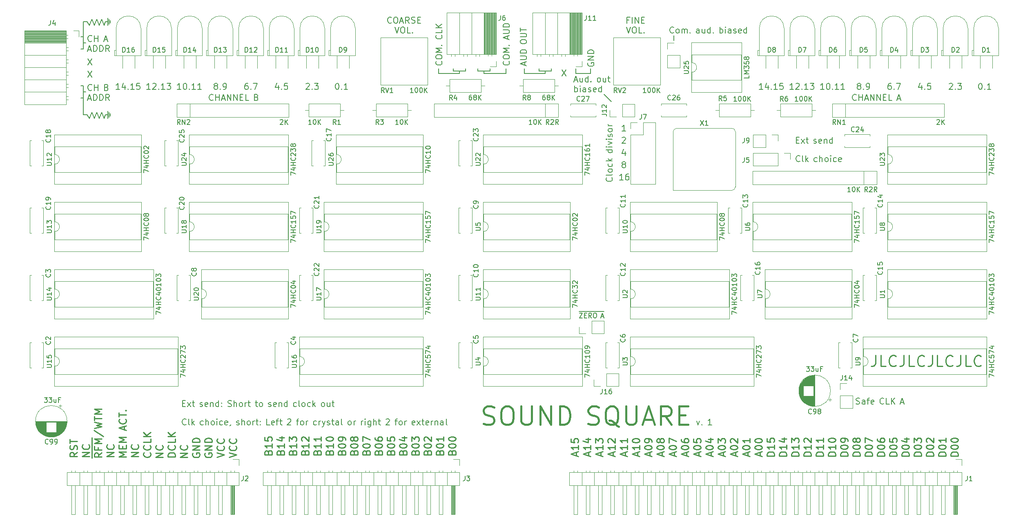
<source format=gto>
G04 #@! TF.GenerationSoftware,KiCad,Pcbnew,(7.0.0)*
G04 #@! TF.CreationDate,2024-03-28T20:26:14-07:00*
G04 #@! TF.ProjectId,sound_square,736f756e-645f-4737-9175-6172652e6b69,rev?*
G04 #@! TF.SameCoordinates,Original*
G04 #@! TF.FileFunction,Legend,Top*
G04 #@! TF.FilePolarity,Positive*
%FSLAX46Y46*%
G04 Gerber Fmt 4.6, Leading zero omitted, Abs format (unit mm)*
G04 Created by KiCad (PCBNEW (7.0.0)) date 2024-03-28 20:26:14*
%MOMM*%
%LPD*%
G01*
G04 APERTURE LIST*
%ADD10C,0.150000*%
%ADD11C,0.203200*%
%ADD12C,0.254000*%
%ADD13C,0.381000*%
%ADD14C,0.250000*%
%ADD15C,0.120000*%
%ADD16R,1.600000X1.600000*%
%ADD17O,1.600000X1.600000*%
%ADD18R,1.800000X1.800000*%
%ADD19C,1.800000*%
%ADD20R,1.700000X1.700000*%
%ADD21O,1.700000X1.700000*%
%ADD22C,1.600000*%
%ADD23C,1.440000*%
G04 APERTURE END LIST*
D10*
X63500000Y-57150000D02*
X62992000Y-57150000D01*
X165100000Y-62484000D02*
X165100000Y-63500000D01*
X68580000Y-71755000D02*
X68580000Y-72263000D01*
X62992000Y-52705000D02*
X63754000Y-52705000D01*
X67310000Y-53467000D02*
X67564000Y-52705000D01*
X62484000Y-55880000D02*
X62992000Y-55880000D01*
X66294000Y-72771000D02*
X66802000Y-71501000D01*
X158750000Y-62992000D02*
X158750000Y-63500000D01*
X63500000Y-67310000D02*
X62992000Y-67310000D01*
X64262000Y-72771000D02*
X64770000Y-71501000D01*
X160020000Y-62992000D02*
X157480000Y-62992000D01*
X65278000Y-53467000D02*
X65786000Y-52197000D01*
X62992000Y-68580000D02*
X62484000Y-68580000D01*
X150622000Y-63500000D02*
X146050000Y-63500000D01*
X150622000Y-62484000D02*
X150622000Y-63500000D01*
X67564000Y-52705000D02*
X68072000Y-52705000D01*
X62992000Y-72009000D02*
X63754000Y-72009000D01*
X68580000Y-52451000D02*
X68580000Y-52959000D01*
X66802000Y-52197000D02*
X67310000Y-53467000D01*
X65786000Y-71501000D02*
X66294000Y-72771000D01*
X146050000Y-63500000D02*
X146050000Y-62992000D01*
X142240000Y-62992000D02*
X142240000Y-62484000D01*
X136652000Y-63500000D02*
X136652000Y-62484000D01*
X64262000Y-53467000D02*
X64770000Y-52197000D01*
X157480000Y-62484000D02*
X157480000Y-62992000D01*
X63754000Y-72009000D02*
X64262000Y-72771000D01*
X154432000Y-62484000D02*
X154432000Y-63500000D01*
X160020000Y-62484000D02*
X160020000Y-62992000D01*
X68326000Y-71501000D02*
X68326000Y-72517000D01*
X147320000Y-62992000D02*
X147320000Y-62484000D01*
X168148000Y-63500000D02*
X168148000Y-62484000D01*
X64770000Y-71501000D02*
X65278000Y-72771000D01*
X165100000Y-63500000D02*
X168148000Y-63500000D01*
X139700000Y-62992000D02*
X142240000Y-62992000D01*
X67564000Y-72009000D02*
X68072000Y-72009000D01*
X170942000Y-67818000D02*
X172466000Y-69342000D01*
X62992000Y-66040000D02*
X62992000Y-72009000D01*
X64770000Y-52197000D02*
X65278000Y-53467000D01*
X68072000Y-71247000D02*
X68072000Y-72771000D01*
X144780000Y-62992000D02*
X147320000Y-62992000D01*
X63754000Y-52705000D02*
X64262000Y-53467000D01*
X140970000Y-63500000D02*
X140970000Y-62992000D01*
X65278000Y-72771000D02*
X65786000Y-71501000D01*
X68072000Y-51943000D02*
X68072000Y-53467000D01*
X158750000Y-63500000D02*
X154432000Y-63500000D01*
X62484000Y-66040000D02*
X62992000Y-66040000D01*
X67310000Y-72771000D02*
X67564000Y-72009000D01*
X68326000Y-52197000D02*
X68326000Y-53213000D01*
X65786000Y-52197000D02*
X66294000Y-53467000D01*
X62992000Y-52705000D02*
X62992000Y-58420000D01*
X66802000Y-71501000D02*
X67310000Y-72771000D01*
X185420000Y-55626000D02*
X185420000Y-56642000D01*
X62992000Y-58420000D02*
X62484000Y-58420000D01*
X140970000Y-63500000D02*
X136652000Y-63500000D01*
X139700000Y-62484000D02*
X139700000Y-62992000D01*
X66294000Y-53467000D02*
X66802000Y-52197000D01*
X144780000Y-62484000D02*
X144780000Y-62992000D01*
D11*
X84340095Y-136254671D02*
X84279619Y-136315147D01*
X84279619Y-136315147D02*
X84098190Y-136375623D01*
X84098190Y-136375623D02*
X83977238Y-136375623D01*
X83977238Y-136375623D02*
X83795809Y-136315147D01*
X83795809Y-136315147D02*
X83674857Y-136194195D01*
X83674857Y-136194195D02*
X83614380Y-136073242D01*
X83614380Y-136073242D02*
X83553904Y-135831338D01*
X83553904Y-135831338D02*
X83553904Y-135649909D01*
X83553904Y-135649909D02*
X83614380Y-135408004D01*
X83614380Y-135408004D02*
X83674857Y-135287052D01*
X83674857Y-135287052D02*
X83795809Y-135166100D01*
X83795809Y-135166100D02*
X83977238Y-135105623D01*
X83977238Y-135105623D02*
X84098190Y-135105623D01*
X84098190Y-135105623D02*
X84279619Y-135166100D01*
X84279619Y-135166100D02*
X84340095Y-135226576D01*
X85065809Y-136375623D02*
X84944857Y-136315147D01*
X84944857Y-136315147D02*
X84884380Y-136194195D01*
X84884380Y-136194195D02*
X84884380Y-135105623D01*
X85549618Y-136375623D02*
X85549618Y-135105623D01*
X85670571Y-135891814D02*
X86033428Y-136375623D01*
X86033428Y-135528957D02*
X85549618Y-136012766D01*
X87883999Y-136315147D02*
X87763047Y-136375623D01*
X87763047Y-136375623D02*
X87521142Y-136375623D01*
X87521142Y-136375623D02*
X87400190Y-136315147D01*
X87400190Y-136315147D02*
X87339713Y-136254671D01*
X87339713Y-136254671D02*
X87279237Y-136133719D01*
X87279237Y-136133719D02*
X87279237Y-135770861D01*
X87279237Y-135770861D02*
X87339713Y-135649909D01*
X87339713Y-135649909D02*
X87400190Y-135589433D01*
X87400190Y-135589433D02*
X87521142Y-135528957D01*
X87521142Y-135528957D02*
X87763047Y-135528957D01*
X87763047Y-135528957D02*
X87883999Y-135589433D01*
X88428284Y-136375623D02*
X88428284Y-135105623D01*
X88972570Y-136375623D02*
X88972570Y-135710385D01*
X88972570Y-135710385D02*
X88912094Y-135589433D01*
X88912094Y-135589433D02*
X88791142Y-135528957D01*
X88791142Y-135528957D02*
X88609713Y-135528957D01*
X88609713Y-135528957D02*
X88488761Y-135589433D01*
X88488761Y-135589433D02*
X88428284Y-135649909D01*
X89758761Y-136375623D02*
X89637809Y-136315147D01*
X89637809Y-136315147D02*
X89577332Y-136254671D01*
X89577332Y-136254671D02*
X89516856Y-136133719D01*
X89516856Y-136133719D02*
X89516856Y-135770861D01*
X89516856Y-135770861D02*
X89577332Y-135649909D01*
X89577332Y-135649909D02*
X89637809Y-135589433D01*
X89637809Y-135589433D02*
X89758761Y-135528957D01*
X89758761Y-135528957D02*
X89940190Y-135528957D01*
X89940190Y-135528957D02*
X90061142Y-135589433D01*
X90061142Y-135589433D02*
X90121618Y-135649909D01*
X90121618Y-135649909D02*
X90182094Y-135770861D01*
X90182094Y-135770861D02*
X90182094Y-136133719D01*
X90182094Y-136133719D02*
X90121618Y-136254671D01*
X90121618Y-136254671D02*
X90061142Y-136315147D01*
X90061142Y-136315147D02*
X89940190Y-136375623D01*
X89940190Y-136375623D02*
X89758761Y-136375623D01*
X90726380Y-136375623D02*
X90726380Y-135528957D01*
X90726380Y-135105623D02*
X90665904Y-135166100D01*
X90665904Y-135166100D02*
X90726380Y-135226576D01*
X90726380Y-135226576D02*
X90786857Y-135166100D01*
X90786857Y-135166100D02*
X90726380Y-135105623D01*
X90726380Y-135105623D02*
X90726380Y-135226576D01*
X91875428Y-136315147D02*
X91754476Y-136375623D01*
X91754476Y-136375623D02*
X91512571Y-136375623D01*
X91512571Y-136375623D02*
X91391619Y-136315147D01*
X91391619Y-136315147D02*
X91331142Y-136254671D01*
X91331142Y-136254671D02*
X91270666Y-136133719D01*
X91270666Y-136133719D02*
X91270666Y-135770861D01*
X91270666Y-135770861D02*
X91331142Y-135649909D01*
X91331142Y-135649909D02*
X91391619Y-135589433D01*
X91391619Y-135589433D02*
X91512571Y-135528957D01*
X91512571Y-135528957D02*
X91754476Y-135528957D01*
X91754476Y-135528957D02*
X91875428Y-135589433D01*
X92903523Y-136315147D02*
X92782571Y-136375623D01*
X92782571Y-136375623D02*
X92540666Y-136375623D01*
X92540666Y-136375623D02*
X92419713Y-136315147D01*
X92419713Y-136315147D02*
X92359237Y-136194195D01*
X92359237Y-136194195D02*
X92359237Y-135710385D01*
X92359237Y-135710385D02*
X92419713Y-135589433D01*
X92419713Y-135589433D02*
X92540666Y-135528957D01*
X92540666Y-135528957D02*
X92782571Y-135528957D01*
X92782571Y-135528957D02*
X92903523Y-135589433D01*
X92903523Y-135589433D02*
X92963999Y-135710385D01*
X92963999Y-135710385D02*
X92963999Y-135831338D01*
X92963999Y-135831338D02*
X92359237Y-135952290D01*
X93568761Y-136315147D02*
X93568761Y-136375623D01*
X93568761Y-136375623D02*
X93508284Y-136496576D01*
X93508284Y-136496576D02*
X93447808Y-136557052D01*
X94814570Y-136315147D02*
X94935523Y-136375623D01*
X94935523Y-136375623D02*
X95177427Y-136375623D01*
X95177427Y-136375623D02*
X95298380Y-136315147D01*
X95298380Y-136315147D02*
X95358856Y-136194195D01*
X95358856Y-136194195D02*
X95358856Y-136133719D01*
X95358856Y-136133719D02*
X95298380Y-136012766D01*
X95298380Y-136012766D02*
X95177427Y-135952290D01*
X95177427Y-135952290D02*
X94995999Y-135952290D01*
X94995999Y-135952290D02*
X94875046Y-135891814D01*
X94875046Y-135891814D02*
X94814570Y-135770861D01*
X94814570Y-135770861D02*
X94814570Y-135710385D01*
X94814570Y-135710385D02*
X94875046Y-135589433D01*
X94875046Y-135589433D02*
X94995999Y-135528957D01*
X94995999Y-135528957D02*
X95177427Y-135528957D01*
X95177427Y-135528957D02*
X95298380Y-135589433D01*
X95903141Y-136375623D02*
X95903141Y-135105623D01*
X96447427Y-136375623D02*
X96447427Y-135710385D01*
X96447427Y-135710385D02*
X96386951Y-135589433D01*
X96386951Y-135589433D02*
X96265999Y-135528957D01*
X96265999Y-135528957D02*
X96084570Y-135528957D01*
X96084570Y-135528957D02*
X95963618Y-135589433D01*
X95963618Y-135589433D02*
X95903141Y-135649909D01*
X97233618Y-136375623D02*
X97112666Y-136315147D01*
X97112666Y-136315147D02*
X97052189Y-136254671D01*
X97052189Y-136254671D02*
X96991713Y-136133719D01*
X96991713Y-136133719D02*
X96991713Y-135770861D01*
X96991713Y-135770861D02*
X97052189Y-135649909D01*
X97052189Y-135649909D02*
X97112666Y-135589433D01*
X97112666Y-135589433D02*
X97233618Y-135528957D01*
X97233618Y-135528957D02*
X97415047Y-135528957D01*
X97415047Y-135528957D02*
X97535999Y-135589433D01*
X97535999Y-135589433D02*
X97596475Y-135649909D01*
X97596475Y-135649909D02*
X97656951Y-135770861D01*
X97656951Y-135770861D02*
X97656951Y-136133719D01*
X97656951Y-136133719D02*
X97596475Y-136254671D01*
X97596475Y-136254671D02*
X97535999Y-136315147D01*
X97535999Y-136315147D02*
X97415047Y-136375623D01*
X97415047Y-136375623D02*
X97233618Y-136375623D01*
X98201237Y-136375623D02*
X98201237Y-135528957D01*
X98201237Y-135770861D02*
X98261714Y-135649909D01*
X98261714Y-135649909D02*
X98322190Y-135589433D01*
X98322190Y-135589433D02*
X98443142Y-135528957D01*
X98443142Y-135528957D02*
X98564095Y-135528957D01*
X98805999Y-135528957D02*
X99289808Y-135528957D01*
X98987427Y-135105623D02*
X98987427Y-136194195D01*
X98987427Y-136194195D02*
X99047904Y-136315147D01*
X99047904Y-136315147D02*
X99168856Y-136375623D01*
X99168856Y-136375623D02*
X99289808Y-136375623D01*
X99713141Y-136254671D02*
X99773618Y-136315147D01*
X99773618Y-136315147D02*
X99713141Y-136375623D01*
X99713141Y-136375623D02*
X99652665Y-136315147D01*
X99652665Y-136315147D02*
X99713141Y-136254671D01*
X99713141Y-136254671D02*
X99713141Y-136375623D01*
X99713141Y-135589433D02*
X99773618Y-135649909D01*
X99773618Y-135649909D02*
X99713141Y-135710385D01*
X99713141Y-135710385D02*
X99652665Y-135649909D01*
X99652665Y-135649909D02*
X99713141Y-135589433D01*
X99713141Y-135589433D02*
X99713141Y-135710385D01*
X101684665Y-136375623D02*
X101079903Y-136375623D01*
X101079903Y-136375623D02*
X101079903Y-135105623D01*
X102591808Y-136315147D02*
X102470856Y-136375623D01*
X102470856Y-136375623D02*
X102228951Y-136375623D01*
X102228951Y-136375623D02*
X102107998Y-136315147D01*
X102107998Y-136315147D02*
X102047522Y-136194195D01*
X102047522Y-136194195D02*
X102047522Y-135710385D01*
X102047522Y-135710385D02*
X102107998Y-135589433D01*
X102107998Y-135589433D02*
X102228951Y-135528957D01*
X102228951Y-135528957D02*
X102470856Y-135528957D01*
X102470856Y-135528957D02*
X102591808Y-135589433D01*
X102591808Y-135589433D02*
X102652284Y-135710385D01*
X102652284Y-135710385D02*
X102652284Y-135831338D01*
X102652284Y-135831338D02*
X102047522Y-135952290D01*
X103015141Y-135528957D02*
X103498950Y-135528957D01*
X103196569Y-136375623D02*
X103196569Y-135287052D01*
X103196569Y-135287052D02*
X103257046Y-135166100D01*
X103257046Y-135166100D02*
X103377998Y-135105623D01*
X103377998Y-135105623D02*
X103498950Y-135105623D01*
X103740855Y-135528957D02*
X104224664Y-135528957D01*
X103922283Y-135105623D02*
X103922283Y-136194195D01*
X103922283Y-136194195D02*
X103982760Y-136315147D01*
X103982760Y-136315147D02*
X104103712Y-136375623D01*
X104103712Y-136375623D02*
X104224664Y-136375623D01*
X105349521Y-135226576D02*
X105409997Y-135166100D01*
X105409997Y-135166100D02*
X105530950Y-135105623D01*
X105530950Y-135105623D02*
X105833331Y-135105623D01*
X105833331Y-135105623D02*
X105954283Y-135166100D01*
X105954283Y-135166100D02*
X106014759Y-135226576D01*
X106014759Y-135226576D02*
X106075236Y-135347528D01*
X106075236Y-135347528D02*
X106075236Y-135468480D01*
X106075236Y-135468480D02*
X106014759Y-135649909D01*
X106014759Y-135649909D02*
X105289045Y-136375623D01*
X105289045Y-136375623D02*
X106075236Y-136375623D01*
X107200093Y-135528957D02*
X107683902Y-135528957D01*
X107381521Y-136375623D02*
X107381521Y-135287052D01*
X107381521Y-135287052D02*
X107441998Y-135166100D01*
X107441998Y-135166100D02*
X107562950Y-135105623D01*
X107562950Y-135105623D02*
X107683902Y-135105623D01*
X108288664Y-136375623D02*
X108167712Y-136315147D01*
X108167712Y-136315147D02*
X108107235Y-136254671D01*
X108107235Y-136254671D02*
X108046759Y-136133719D01*
X108046759Y-136133719D02*
X108046759Y-135770861D01*
X108046759Y-135770861D02*
X108107235Y-135649909D01*
X108107235Y-135649909D02*
X108167712Y-135589433D01*
X108167712Y-135589433D02*
X108288664Y-135528957D01*
X108288664Y-135528957D02*
X108470093Y-135528957D01*
X108470093Y-135528957D02*
X108591045Y-135589433D01*
X108591045Y-135589433D02*
X108651521Y-135649909D01*
X108651521Y-135649909D02*
X108711997Y-135770861D01*
X108711997Y-135770861D02*
X108711997Y-136133719D01*
X108711997Y-136133719D02*
X108651521Y-136254671D01*
X108651521Y-136254671D02*
X108591045Y-136315147D01*
X108591045Y-136315147D02*
X108470093Y-136375623D01*
X108470093Y-136375623D02*
X108288664Y-136375623D01*
X109256283Y-136375623D02*
X109256283Y-135528957D01*
X109256283Y-135770861D02*
X109316760Y-135649909D01*
X109316760Y-135649909D02*
X109377236Y-135589433D01*
X109377236Y-135589433D02*
X109498188Y-135528957D01*
X109498188Y-135528957D02*
X109619141Y-135528957D01*
X111348759Y-136315147D02*
X111227807Y-136375623D01*
X111227807Y-136375623D02*
X110985902Y-136375623D01*
X110985902Y-136375623D02*
X110864950Y-136315147D01*
X110864950Y-136315147D02*
X110804473Y-136254671D01*
X110804473Y-136254671D02*
X110743997Y-136133719D01*
X110743997Y-136133719D02*
X110743997Y-135770861D01*
X110743997Y-135770861D02*
X110804473Y-135649909D01*
X110804473Y-135649909D02*
X110864950Y-135589433D01*
X110864950Y-135589433D02*
X110985902Y-135528957D01*
X110985902Y-135528957D02*
X111227807Y-135528957D01*
X111227807Y-135528957D02*
X111348759Y-135589433D01*
X111893044Y-136375623D02*
X111893044Y-135528957D01*
X111893044Y-135770861D02*
X111953521Y-135649909D01*
X111953521Y-135649909D02*
X112013997Y-135589433D01*
X112013997Y-135589433D02*
X112134949Y-135528957D01*
X112134949Y-135528957D02*
X112255902Y-135528957D01*
X112558282Y-135528957D02*
X112860663Y-136375623D01*
X113163044Y-135528957D02*
X112860663Y-136375623D01*
X112860663Y-136375623D02*
X112739711Y-136678004D01*
X112739711Y-136678004D02*
X112679234Y-136738480D01*
X112679234Y-136738480D02*
X112558282Y-136798957D01*
X113586377Y-136315147D02*
X113707330Y-136375623D01*
X113707330Y-136375623D02*
X113949234Y-136375623D01*
X113949234Y-136375623D02*
X114070187Y-136315147D01*
X114070187Y-136315147D02*
X114130663Y-136194195D01*
X114130663Y-136194195D02*
X114130663Y-136133719D01*
X114130663Y-136133719D02*
X114070187Y-136012766D01*
X114070187Y-136012766D02*
X113949234Y-135952290D01*
X113949234Y-135952290D02*
X113767806Y-135952290D01*
X113767806Y-135952290D02*
X113646853Y-135891814D01*
X113646853Y-135891814D02*
X113586377Y-135770861D01*
X113586377Y-135770861D02*
X113586377Y-135710385D01*
X113586377Y-135710385D02*
X113646853Y-135589433D01*
X113646853Y-135589433D02*
X113767806Y-135528957D01*
X113767806Y-135528957D02*
X113949234Y-135528957D01*
X113949234Y-135528957D02*
X114070187Y-135589433D01*
X114493520Y-135528957D02*
X114977329Y-135528957D01*
X114674948Y-135105623D02*
X114674948Y-136194195D01*
X114674948Y-136194195D02*
X114735425Y-136315147D01*
X114735425Y-136315147D02*
X114856377Y-136375623D01*
X114856377Y-136375623D02*
X114977329Y-136375623D01*
X115944948Y-136375623D02*
X115944948Y-135710385D01*
X115944948Y-135710385D02*
X115884472Y-135589433D01*
X115884472Y-135589433D02*
X115763520Y-135528957D01*
X115763520Y-135528957D02*
X115521615Y-135528957D01*
X115521615Y-135528957D02*
X115400662Y-135589433D01*
X115944948Y-136315147D02*
X115823996Y-136375623D01*
X115823996Y-136375623D02*
X115521615Y-136375623D01*
X115521615Y-136375623D02*
X115400662Y-136315147D01*
X115400662Y-136315147D02*
X115340186Y-136194195D01*
X115340186Y-136194195D02*
X115340186Y-136073242D01*
X115340186Y-136073242D02*
X115400662Y-135952290D01*
X115400662Y-135952290D02*
X115521615Y-135891814D01*
X115521615Y-135891814D02*
X115823996Y-135891814D01*
X115823996Y-135891814D02*
X115944948Y-135831338D01*
X116731139Y-136375623D02*
X116610187Y-136315147D01*
X116610187Y-136315147D02*
X116549710Y-136194195D01*
X116549710Y-136194195D02*
X116549710Y-135105623D01*
X118158377Y-136375623D02*
X118037425Y-136315147D01*
X118037425Y-136315147D02*
X117976948Y-136254671D01*
X117976948Y-136254671D02*
X117916472Y-136133719D01*
X117916472Y-136133719D02*
X117916472Y-135770861D01*
X117916472Y-135770861D02*
X117976948Y-135649909D01*
X117976948Y-135649909D02*
X118037425Y-135589433D01*
X118037425Y-135589433D02*
X118158377Y-135528957D01*
X118158377Y-135528957D02*
X118339806Y-135528957D01*
X118339806Y-135528957D02*
X118460758Y-135589433D01*
X118460758Y-135589433D02*
X118521234Y-135649909D01*
X118521234Y-135649909D02*
X118581710Y-135770861D01*
X118581710Y-135770861D02*
X118581710Y-136133719D01*
X118581710Y-136133719D02*
X118521234Y-136254671D01*
X118521234Y-136254671D02*
X118460758Y-136315147D01*
X118460758Y-136315147D02*
X118339806Y-136375623D01*
X118339806Y-136375623D02*
X118158377Y-136375623D01*
X119125996Y-136375623D02*
X119125996Y-135528957D01*
X119125996Y-135770861D02*
X119186473Y-135649909D01*
X119186473Y-135649909D02*
X119246949Y-135589433D01*
X119246949Y-135589433D02*
X119367901Y-135528957D01*
X119367901Y-135528957D02*
X119488854Y-135528957D01*
X120674186Y-136375623D02*
X120674186Y-135528957D01*
X120674186Y-135770861D02*
X120734663Y-135649909D01*
X120734663Y-135649909D02*
X120795139Y-135589433D01*
X120795139Y-135589433D02*
X120916091Y-135528957D01*
X120916091Y-135528957D02*
X121037044Y-135528957D01*
X121460376Y-136375623D02*
X121460376Y-135528957D01*
X121460376Y-135105623D02*
X121399900Y-135166100D01*
X121399900Y-135166100D02*
X121460376Y-135226576D01*
X121460376Y-135226576D02*
X121520853Y-135166100D01*
X121520853Y-135166100D02*
X121460376Y-135105623D01*
X121460376Y-135105623D02*
X121460376Y-135226576D01*
X122609424Y-135528957D02*
X122609424Y-136557052D01*
X122609424Y-136557052D02*
X122548948Y-136678004D01*
X122548948Y-136678004D02*
X122488472Y-136738480D01*
X122488472Y-136738480D02*
X122367519Y-136798957D01*
X122367519Y-136798957D02*
X122186091Y-136798957D01*
X122186091Y-136798957D02*
X122065138Y-136738480D01*
X122609424Y-136315147D02*
X122488472Y-136375623D01*
X122488472Y-136375623D02*
X122246567Y-136375623D01*
X122246567Y-136375623D02*
X122125615Y-136315147D01*
X122125615Y-136315147D02*
X122065138Y-136254671D01*
X122065138Y-136254671D02*
X122004662Y-136133719D01*
X122004662Y-136133719D02*
X122004662Y-135770861D01*
X122004662Y-135770861D02*
X122065138Y-135649909D01*
X122065138Y-135649909D02*
X122125615Y-135589433D01*
X122125615Y-135589433D02*
X122246567Y-135528957D01*
X122246567Y-135528957D02*
X122488472Y-135528957D01*
X122488472Y-135528957D02*
X122609424Y-135589433D01*
X123214186Y-136375623D02*
X123214186Y-135105623D01*
X123758472Y-136375623D02*
X123758472Y-135710385D01*
X123758472Y-135710385D02*
X123697996Y-135589433D01*
X123697996Y-135589433D02*
X123577044Y-135528957D01*
X123577044Y-135528957D02*
X123395615Y-135528957D01*
X123395615Y-135528957D02*
X123274663Y-135589433D01*
X123274663Y-135589433D02*
X123214186Y-135649909D01*
X124181806Y-135528957D02*
X124665615Y-135528957D01*
X124363234Y-135105623D02*
X124363234Y-136194195D01*
X124363234Y-136194195D02*
X124423711Y-136315147D01*
X124423711Y-136315147D02*
X124544663Y-136375623D01*
X124544663Y-136375623D02*
X124665615Y-136375623D01*
X125790472Y-135226576D02*
X125850948Y-135166100D01*
X125850948Y-135166100D02*
X125971901Y-135105623D01*
X125971901Y-135105623D02*
X126274282Y-135105623D01*
X126274282Y-135105623D02*
X126395234Y-135166100D01*
X126395234Y-135166100D02*
X126455710Y-135226576D01*
X126455710Y-135226576D02*
X126516187Y-135347528D01*
X126516187Y-135347528D02*
X126516187Y-135468480D01*
X126516187Y-135468480D02*
X126455710Y-135649909D01*
X126455710Y-135649909D02*
X125729996Y-136375623D01*
X125729996Y-136375623D02*
X126516187Y-136375623D01*
X127641044Y-135528957D02*
X128124853Y-135528957D01*
X127822472Y-136375623D02*
X127822472Y-135287052D01*
X127822472Y-135287052D02*
X127882949Y-135166100D01*
X127882949Y-135166100D02*
X128003901Y-135105623D01*
X128003901Y-135105623D02*
X128124853Y-135105623D01*
X128729615Y-136375623D02*
X128608663Y-136315147D01*
X128608663Y-136315147D02*
X128548186Y-136254671D01*
X128548186Y-136254671D02*
X128487710Y-136133719D01*
X128487710Y-136133719D02*
X128487710Y-135770861D01*
X128487710Y-135770861D02*
X128548186Y-135649909D01*
X128548186Y-135649909D02*
X128608663Y-135589433D01*
X128608663Y-135589433D02*
X128729615Y-135528957D01*
X128729615Y-135528957D02*
X128911044Y-135528957D01*
X128911044Y-135528957D02*
X129031996Y-135589433D01*
X129031996Y-135589433D02*
X129092472Y-135649909D01*
X129092472Y-135649909D02*
X129152948Y-135770861D01*
X129152948Y-135770861D02*
X129152948Y-136133719D01*
X129152948Y-136133719D02*
X129092472Y-136254671D01*
X129092472Y-136254671D02*
X129031996Y-136315147D01*
X129031996Y-136315147D02*
X128911044Y-136375623D01*
X128911044Y-136375623D02*
X128729615Y-136375623D01*
X129697234Y-136375623D02*
X129697234Y-135528957D01*
X129697234Y-135770861D02*
X129757711Y-135649909D01*
X129757711Y-135649909D02*
X129818187Y-135589433D01*
X129818187Y-135589433D02*
X129939139Y-135528957D01*
X129939139Y-135528957D02*
X130060092Y-135528957D01*
X131729234Y-136315147D02*
X131608282Y-136375623D01*
X131608282Y-136375623D02*
X131366377Y-136375623D01*
X131366377Y-136375623D02*
X131245424Y-136315147D01*
X131245424Y-136315147D02*
X131184948Y-136194195D01*
X131184948Y-136194195D02*
X131184948Y-135710385D01*
X131184948Y-135710385D02*
X131245424Y-135589433D01*
X131245424Y-135589433D02*
X131366377Y-135528957D01*
X131366377Y-135528957D02*
X131608282Y-135528957D01*
X131608282Y-135528957D02*
X131729234Y-135589433D01*
X131729234Y-135589433D02*
X131789710Y-135710385D01*
X131789710Y-135710385D02*
X131789710Y-135831338D01*
X131789710Y-135831338D02*
X131184948Y-135952290D01*
X132213043Y-136375623D02*
X132878281Y-135528957D01*
X132213043Y-135528957D02*
X132878281Y-136375623D01*
X133180662Y-135528957D02*
X133664471Y-135528957D01*
X133362090Y-135105623D02*
X133362090Y-136194195D01*
X133362090Y-136194195D02*
X133422567Y-136315147D01*
X133422567Y-136315147D02*
X133543519Y-136375623D01*
X133543519Y-136375623D02*
X133664471Y-136375623D01*
X134571614Y-136315147D02*
X134450662Y-136375623D01*
X134450662Y-136375623D02*
X134208757Y-136375623D01*
X134208757Y-136375623D02*
X134087804Y-136315147D01*
X134087804Y-136315147D02*
X134027328Y-136194195D01*
X134027328Y-136194195D02*
X134027328Y-135710385D01*
X134027328Y-135710385D02*
X134087804Y-135589433D01*
X134087804Y-135589433D02*
X134208757Y-135528957D01*
X134208757Y-135528957D02*
X134450662Y-135528957D01*
X134450662Y-135528957D02*
X134571614Y-135589433D01*
X134571614Y-135589433D02*
X134632090Y-135710385D01*
X134632090Y-135710385D02*
X134632090Y-135831338D01*
X134632090Y-135831338D02*
X134027328Y-135952290D01*
X135176375Y-136375623D02*
X135176375Y-135528957D01*
X135176375Y-135770861D02*
X135236852Y-135649909D01*
X135236852Y-135649909D02*
X135297328Y-135589433D01*
X135297328Y-135589433D02*
X135418280Y-135528957D01*
X135418280Y-135528957D02*
X135539233Y-135528957D01*
X135962565Y-135528957D02*
X135962565Y-136375623D01*
X135962565Y-135649909D02*
X136023042Y-135589433D01*
X136023042Y-135589433D02*
X136143994Y-135528957D01*
X136143994Y-135528957D02*
X136325423Y-135528957D01*
X136325423Y-135528957D02*
X136446375Y-135589433D01*
X136446375Y-135589433D02*
X136506851Y-135710385D01*
X136506851Y-135710385D02*
X136506851Y-136375623D01*
X137655899Y-136375623D02*
X137655899Y-135710385D01*
X137655899Y-135710385D02*
X137595423Y-135589433D01*
X137595423Y-135589433D02*
X137474471Y-135528957D01*
X137474471Y-135528957D02*
X137232566Y-135528957D01*
X137232566Y-135528957D02*
X137111613Y-135589433D01*
X137655899Y-136315147D02*
X137534947Y-136375623D01*
X137534947Y-136375623D02*
X137232566Y-136375623D01*
X137232566Y-136375623D02*
X137111613Y-136315147D01*
X137111613Y-136315147D02*
X137051137Y-136194195D01*
X137051137Y-136194195D02*
X137051137Y-136073242D01*
X137051137Y-136073242D02*
X137111613Y-135952290D01*
X137111613Y-135952290D02*
X137232566Y-135891814D01*
X137232566Y-135891814D02*
X137534947Y-135891814D01*
X137534947Y-135891814D02*
X137655899Y-135831338D01*
X138442090Y-136375623D02*
X138321138Y-136315147D01*
X138321138Y-136315147D02*
X138260661Y-136194195D01*
X138260661Y-136194195D02*
X138260661Y-135105623D01*
X211594095Y-81644671D02*
X211533619Y-81705147D01*
X211533619Y-81705147D02*
X211352190Y-81765623D01*
X211352190Y-81765623D02*
X211231238Y-81765623D01*
X211231238Y-81765623D02*
X211049809Y-81705147D01*
X211049809Y-81705147D02*
X210928857Y-81584195D01*
X210928857Y-81584195D02*
X210868380Y-81463242D01*
X210868380Y-81463242D02*
X210807904Y-81221338D01*
X210807904Y-81221338D02*
X210807904Y-81039909D01*
X210807904Y-81039909D02*
X210868380Y-80798004D01*
X210868380Y-80798004D02*
X210928857Y-80677052D01*
X210928857Y-80677052D02*
X211049809Y-80556100D01*
X211049809Y-80556100D02*
X211231238Y-80495623D01*
X211231238Y-80495623D02*
X211352190Y-80495623D01*
X211352190Y-80495623D02*
X211533619Y-80556100D01*
X211533619Y-80556100D02*
X211594095Y-80616576D01*
X212319809Y-81765623D02*
X212198857Y-81705147D01*
X212198857Y-81705147D02*
X212138380Y-81584195D01*
X212138380Y-81584195D02*
X212138380Y-80495623D01*
X212803618Y-81765623D02*
X212803618Y-80495623D01*
X212924571Y-81281814D02*
X213287428Y-81765623D01*
X213287428Y-80918957D02*
X212803618Y-81402766D01*
X215137999Y-81705147D02*
X215017047Y-81765623D01*
X215017047Y-81765623D02*
X214775142Y-81765623D01*
X214775142Y-81765623D02*
X214654190Y-81705147D01*
X214654190Y-81705147D02*
X214593713Y-81644671D01*
X214593713Y-81644671D02*
X214533237Y-81523719D01*
X214533237Y-81523719D02*
X214533237Y-81160861D01*
X214533237Y-81160861D02*
X214593713Y-81039909D01*
X214593713Y-81039909D02*
X214654190Y-80979433D01*
X214654190Y-80979433D02*
X214775142Y-80918957D01*
X214775142Y-80918957D02*
X215017047Y-80918957D01*
X215017047Y-80918957D02*
X215137999Y-80979433D01*
X215682284Y-81765623D02*
X215682284Y-80495623D01*
X216226570Y-81765623D02*
X216226570Y-81100385D01*
X216226570Y-81100385D02*
X216166094Y-80979433D01*
X216166094Y-80979433D02*
X216045142Y-80918957D01*
X216045142Y-80918957D02*
X215863713Y-80918957D01*
X215863713Y-80918957D02*
X215742761Y-80979433D01*
X215742761Y-80979433D02*
X215682284Y-81039909D01*
X217012761Y-81765623D02*
X216891809Y-81705147D01*
X216891809Y-81705147D02*
X216831332Y-81644671D01*
X216831332Y-81644671D02*
X216770856Y-81523719D01*
X216770856Y-81523719D02*
X216770856Y-81160861D01*
X216770856Y-81160861D02*
X216831332Y-81039909D01*
X216831332Y-81039909D02*
X216891809Y-80979433D01*
X216891809Y-80979433D02*
X217012761Y-80918957D01*
X217012761Y-80918957D02*
X217194190Y-80918957D01*
X217194190Y-80918957D02*
X217315142Y-80979433D01*
X217315142Y-80979433D02*
X217375618Y-81039909D01*
X217375618Y-81039909D02*
X217436094Y-81160861D01*
X217436094Y-81160861D02*
X217436094Y-81523719D01*
X217436094Y-81523719D02*
X217375618Y-81644671D01*
X217375618Y-81644671D02*
X217315142Y-81705147D01*
X217315142Y-81705147D02*
X217194190Y-81765623D01*
X217194190Y-81765623D02*
X217012761Y-81765623D01*
X217980380Y-81765623D02*
X217980380Y-80918957D01*
X217980380Y-80495623D02*
X217919904Y-80556100D01*
X217919904Y-80556100D02*
X217980380Y-80616576D01*
X217980380Y-80616576D02*
X218040857Y-80556100D01*
X218040857Y-80556100D02*
X217980380Y-80495623D01*
X217980380Y-80495623D02*
X217980380Y-80616576D01*
X219129428Y-81705147D02*
X219008476Y-81765623D01*
X219008476Y-81765623D02*
X218766571Y-81765623D01*
X218766571Y-81765623D02*
X218645619Y-81705147D01*
X218645619Y-81705147D02*
X218585142Y-81644671D01*
X218585142Y-81644671D02*
X218524666Y-81523719D01*
X218524666Y-81523719D02*
X218524666Y-81160861D01*
X218524666Y-81160861D02*
X218585142Y-81039909D01*
X218585142Y-81039909D02*
X218645619Y-80979433D01*
X218645619Y-80979433D02*
X218766571Y-80918957D01*
X218766571Y-80918957D02*
X219008476Y-80918957D01*
X219008476Y-80918957D02*
X219129428Y-80979433D01*
X220157523Y-81705147D02*
X220036571Y-81765623D01*
X220036571Y-81765623D02*
X219794666Y-81765623D01*
X219794666Y-81765623D02*
X219673713Y-81705147D01*
X219673713Y-81705147D02*
X219613237Y-81584195D01*
X219613237Y-81584195D02*
X219613237Y-81100385D01*
X219613237Y-81100385D02*
X219673713Y-80979433D01*
X219673713Y-80979433D02*
X219794666Y-80918957D01*
X219794666Y-80918957D02*
X220036571Y-80918957D01*
X220036571Y-80918957D02*
X220157523Y-80979433D01*
X220157523Y-80979433D02*
X220217999Y-81100385D01*
X220217999Y-81100385D02*
X220217999Y-81221338D01*
X220217999Y-81221338D02*
X219613237Y-81342290D01*
X174957619Y-85575623D02*
X174231904Y-85575623D01*
X174594761Y-85575623D02*
X174594761Y-84305623D01*
X174594761Y-84305623D02*
X174473809Y-84487052D01*
X174473809Y-84487052D02*
X174352857Y-84608004D01*
X174352857Y-84608004D02*
X174231904Y-84668480D01*
X176046190Y-84305623D02*
X175804285Y-84305623D01*
X175804285Y-84305623D02*
X175683333Y-84366100D01*
X175683333Y-84366100D02*
X175622857Y-84426576D01*
X175622857Y-84426576D02*
X175501904Y-84608004D01*
X175501904Y-84608004D02*
X175441428Y-84849909D01*
X175441428Y-84849909D02*
X175441428Y-85333719D01*
X175441428Y-85333719D02*
X175501904Y-85454671D01*
X175501904Y-85454671D02*
X175562381Y-85515147D01*
X175562381Y-85515147D02*
X175683333Y-85575623D01*
X175683333Y-85575623D02*
X175925238Y-85575623D01*
X175925238Y-85575623D02*
X176046190Y-85515147D01*
X176046190Y-85515147D02*
X176106666Y-85454671D01*
X176106666Y-85454671D02*
X176167143Y-85333719D01*
X176167143Y-85333719D02*
X176167143Y-85031338D01*
X176167143Y-85031338D02*
X176106666Y-84910385D01*
X176106666Y-84910385D02*
X176046190Y-84849909D01*
X176046190Y-84849909D02*
X175925238Y-84789433D01*
X175925238Y-84789433D02*
X175683333Y-84789433D01*
X175683333Y-84789433D02*
X175562381Y-84849909D01*
X175562381Y-84849909D02*
X175501904Y-84910385D01*
X175501904Y-84910385D02*
X175441428Y-85031338D01*
X162233428Y-62715623D02*
X163080095Y-63985623D01*
X163080095Y-62715623D02*
X162233428Y-63985623D01*
X70563619Y-66779623D02*
X69837904Y-66779623D01*
X70200761Y-66779623D02*
X70200761Y-65509623D01*
X70200761Y-65509623D02*
X70079809Y-65691052D01*
X70079809Y-65691052D02*
X69958857Y-65812004D01*
X69958857Y-65812004D02*
X69837904Y-65872480D01*
X71652190Y-65932957D02*
X71652190Y-66779623D01*
X71349809Y-65449147D02*
X71047428Y-66356290D01*
X71047428Y-66356290D02*
X71833619Y-66356290D01*
X72317428Y-66658671D02*
X72377905Y-66719147D01*
X72377905Y-66719147D02*
X72317428Y-66779623D01*
X72317428Y-66779623D02*
X72256952Y-66719147D01*
X72256952Y-66719147D02*
X72317428Y-66658671D01*
X72317428Y-66658671D02*
X72317428Y-66779623D01*
X73587429Y-66779623D02*
X72861714Y-66779623D01*
X73224571Y-66779623D02*
X73224571Y-65509623D01*
X73224571Y-65509623D02*
X73103619Y-65691052D01*
X73103619Y-65691052D02*
X72982667Y-65812004D01*
X72982667Y-65812004D02*
X72861714Y-65872480D01*
X74736476Y-65509623D02*
X74131714Y-65509623D01*
X74131714Y-65509623D02*
X74071238Y-66114385D01*
X74071238Y-66114385D02*
X74131714Y-66053909D01*
X74131714Y-66053909D02*
X74252667Y-65993433D01*
X74252667Y-65993433D02*
X74555048Y-65993433D01*
X74555048Y-65993433D02*
X74676000Y-66053909D01*
X74676000Y-66053909D02*
X74736476Y-66114385D01*
X74736476Y-66114385D02*
X74796953Y-66235338D01*
X74796953Y-66235338D02*
X74796953Y-66537719D01*
X74796953Y-66537719D02*
X74736476Y-66658671D01*
X74736476Y-66658671D02*
X74676000Y-66719147D01*
X74676000Y-66719147D02*
X74555048Y-66779623D01*
X74555048Y-66779623D02*
X74252667Y-66779623D01*
X74252667Y-66779623D02*
X74131714Y-66719147D01*
X74131714Y-66719147D02*
X74071238Y-66658671D01*
X175465619Y-75415623D02*
X174739904Y-75415623D01*
X175102761Y-75415623D02*
X175102761Y-74145623D01*
X175102761Y-74145623D02*
X174981809Y-74327052D01*
X174981809Y-74327052D02*
X174860857Y-74448004D01*
X174860857Y-74448004D02*
X174739904Y-74508480D01*
X216613619Y-66779623D02*
X215887904Y-66779623D01*
X216250761Y-66779623D02*
X216250761Y-65509623D01*
X216250761Y-65509623D02*
X216129809Y-65691052D01*
X216129809Y-65691052D02*
X216008857Y-65812004D01*
X216008857Y-65812004D02*
X215887904Y-65872480D01*
X217399809Y-65509623D02*
X217520762Y-65509623D01*
X217520762Y-65509623D02*
X217641714Y-65570100D01*
X217641714Y-65570100D02*
X217702190Y-65630576D01*
X217702190Y-65630576D02*
X217762666Y-65751528D01*
X217762666Y-65751528D02*
X217823143Y-65993433D01*
X217823143Y-65993433D02*
X217823143Y-66295814D01*
X217823143Y-66295814D02*
X217762666Y-66537719D01*
X217762666Y-66537719D02*
X217702190Y-66658671D01*
X217702190Y-66658671D02*
X217641714Y-66719147D01*
X217641714Y-66719147D02*
X217520762Y-66779623D01*
X217520762Y-66779623D02*
X217399809Y-66779623D01*
X217399809Y-66779623D02*
X217278857Y-66719147D01*
X217278857Y-66719147D02*
X217218381Y-66658671D01*
X217218381Y-66658671D02*
X217157904Y-66537719D01*
X217157904Y-66537719D02*
X217097428Y-66295814D01*
X217097428Y-66295814D02*
X217097428Y-65993433D01*
X217097428Y-65993433D02*
X217157904Y-65751528D01*
X217157904Y-65751528D02*
X217218381Y-65630576D01*
X217218381Y-65630576D02*
X217278857Y-65570100D01*
X217278857Y-65570100D02*
X217399809Y-65509623D01*
X218367428Y-66658671D02*
X218427905Y-66719147D01*
X218427905Y-66719147D02*
X218367428Y-66779623D01*
X218367428Y-66779623D02*
X218306952Y-66719147D01*
X218306952Y-66719147D02*
X218367428Y-66658671D01*
X218367428Y-66658671D02*
X218367428Y-66779623D01*
X219637429Y-66779623D02*
X218911714Y-66779623D01*
X219274571Y-66779623D02*
X219274571Y-65509623D01*
X219274571Y-65509623D02*
X219153619Y-65691052D01*
X219153619Y-65691052D02*
X219032667Y-65812004D01*
X219032667Y-65812004D02*
X218911714Y-65872480D01*
X220846953Y-66779623D02*
X220121238Y-66779623D01*
X220484095Y-66779623D02*
X220484095Y-65509623D01*
X220484095Y-65509623D02*
X220363143Y-65691052D01*
X220363143Y-65691052D02*
X220242191Y-65812004D01*
X220242191Y-65812004D02*
X220121238Y-65872480D01*
X223278095Y-68944671D02*
X223217619Y-69005147D01*
X223217619Y-69005147D02*
X223036190Y-69065623D01*
X223036190Y-69065623D02*
X222915238Y-69065623D01*
X222915238Y-69065623D02*
X222733809Y-69005147D01*
X222733809Y-69005147D02*
X222612857Y-68884195D01*
X222612857Y-68884195D02*
X222552380Y-68763242D01*
X222552380Y-68763242D02*
X222491904Y-68521338D01*
X222491904Y-68521338D02*
X222491904Y-68339909D01*
X222491904Y-68339909D02*
X222552380Y-68098004D01*
X222552380Y-68098004D02*
X222612857Y-67977052D01*
X222612857Y-67977052D02*
X222733809Y-67856100D01*
X222733809Y-67856100D02*
X222915238Y-67795623D01*
X222915238Y-67795623D02*
X223036190Y-67795623D01*
X223036190Y-67795623D02*
X223217619Y-67856100D01*
X223217619Y-67856100D02*
X223278095Y-67916576D01*
X223822380Y-69065623D02*
X223822380Y-67795623D01*
X223822380Y-68400385D02*
X224548095Y-68400385D01*
X224548095Y-69065623D02*
X224548095Y-67795623D01*
X225092380Y-68702766D02*
X225697142Y-68702766D01*
X224971428Y-69065623D02*
X225394761Y-67795623D01*
X225394761Y-67795623D02*
X225818095Y-69065623D01*
X226241427Y-69065623D02*
X226241427Y-67795623D01*
X226241427Y-67795623D02*
X226967142Y-69065623D01*
X226967142Y-69065623D02*
X226967142Y-67795623D01*
X227571903Y-69065623D02*
X227571903Y-67795623D01*
X227571903Y-67795623D02*
X228297618Y-69065623D01*
X228297618Y-69065623D02*
X228297618Y-67795623D01*
X228902379Y-68400385D02*
X229325713Y-68400385D01*
X229507141Y-69065623D02*
X228902379Y-69065623D01*
X228902379Y-69065623D02*
X228902379Y-67795623D01*
X228902379Y-67795623D02*
X229507141Y-67795623D01*
X230656189Y-69065623D02*
X230051427Y-69065623D01*
X230051427Y-69065623D02*
X230051427Y-67795623D01*
X231781046Y-68702766D02*
X232385808Y-68702766D01*
X231660094Y-69065623D02*
X232083427Y-67795623D01*
X232083427Y-67795623D02*
X232506761Y-69065623D01*
X248956285Y-65509623D02*
X249077238Y-65509623D01*
X249077238Y-65509623D02*
X249198190Y-65570100D01*
X249198190Y-65570100D02*
X249258666Y-65630576D01*
X249258666Y-65630576D02*
X249319142Y-65751528D01*
X249319142Y-65751528D02*
X249379619Y-65993433D01*
X249379619Y-65993433D02*
X249379619Y-66295814D01*
X249379619Y-66295814D02*
X249319142Y-66537719D01*
X249319142Y-66537719D02*
X249258666Y-66658671D01*
X249258666Y-66658671D02*
X249198190Y-66719147D01*
X249198190Y-66719147D02*
X249077238Y-66779623D01*
X249077238Y-66779623D02*
X248956285Y-66779623D01*
X248956285Y-66779623D02*
X248835333Y-66719147D01*
X248835333Y-66719147D02*
X248774857Y-66658671D01*
X248774857Y-66658671D02*
X248714380Y-66537719D01*
X248714380Y-66537719D02*
X248653904Y-66295814D01*
X248653904Y-66295814D02*
X248653904Y-65993433D01*
X248653904Y-65993433D02*
X248714380Y-65751528D01*
X248714380Y-65751528D02*
X248774857Y-65630576D01*
X248774857Y-65630576D02*
X248835333Y-65570100D01*
X248835333Y-65570100D02*
X248956285Y-65509623D01*
X249923904Y-66658671D02*
X249984381Y-66719147D01*
X249984381Y-66719147D02*
X249923904Y-66779623D01*
X249923904Y-66779623D02*
X249863428Y-66719147D01*
X249863428Y-66719147D02*
X249923904Y-66658671D01*
X249923904Y-66658671D02*
X249923904Y-66779623D01*
X251193905Y-66779623D02*
X250468190Y-66779623D01*
X250831047Y-66779623D02*
X250831047Y-65509623D01*
X250831047Y-65509623D02*
X250710095Y-65691052D01*
X250710095Y-65691052D02*
X250589143Y-65812004D01*
X250589143Y-65812004D02*
X250468190Y-65872480D01*
X115606285Y-65509623D02*
X115727238Y-65509623D01*
X115727238Y-65509623D02*
X115848190Y-65570100D01*
X115848190Y-65570100D02*
X115908666Y-65630576D01*
X115908666Y-65630576D02*
X115969142Y-65751528D01*
X115969142Y-65751528D02*
X116029619Y-65993433D01*
X116029619Y-65993433D02*
X116029619Y-66295814D01*
X116029619Y-66295814D02*
X115969142Y-66537719D01*
X115969142Y-66537719D02*
X115908666Y-66658671D01*
X115908666Y-66658671D02*
X115848190Y-66719147D01*
X115848190Y-66719147D02*
X115727238Y-66779623D01*
X115727238Y-66779623D02*
X115606285Y-66779623D01*
X115606285Y-66779623D02*
X115485333Y-66719147D01*
X115485333Y-66719147D02*
X115424857Y-66658671D01*
X115424857Y-66658671D02*
X115364380Y-66537719D01*
X115364380Y-66537719D02*
X115303904Y-66295814D01*
X115303904Y-66295814D02*
X115303904Y-65993433D01*
X115303904Y-65993433D02*
X115364380Y-65751528D01*
X115364380Y-65751528D02*
X115424857Y-65630576D01*
X115424857Y-65630576D02*
X115485333Y-65570100D01*
X115485333Y-65570100D02*
X115606285Y-65509623D01*
X116573904Y-66658671D02*
X116634381Y-66719147D01*
X116634381Y-66719147D02*
X116573904Y-66779623D01*
X116573904Y-66779623D02*
X116513428Y-66719147D01*
X116513428Y-66719147D02*
X116573904Y-66658671D01*
X116573904Y-66658671D02*
X116573904Y-66779623D01*
X117843905Y-66779623D02*
X117118190Y-66779623D01*
X117481047Y-66779623D02*
X117481047Y-65509623D01*
X117481047Y-65509623D02*
X117360095Y-65691052D01*
X117360095Y-65691052D02*
X117239143Y-65812004D01*
X117239143Y-65812004D02*
X117118190Y-65872480D01*
X151240671Y-60947904D02*
X151301147Y-61008380D01*
X151301147Y-61008380D02*
X151361623Y-61189809D01*
X151361623Y-61189809D02*
X151361623Y-61310761D01*
X151361623Y-61310761D02*
X151301147Y-61492190D01*
X151301147Y-61492190D02*
X151180195Y-61613142D01*
X151180195Y-61613142D02*
X151059242Y-61673619D01*
X151059242Y-61673619D02*
X150817338Y-61734095D01*
X150817338Y-61734095D02*
X150635909Y-61734095D01*
X150635909Y-61734095D02*
X150394004Y-61673619D01*
X150394004Y-61673619D02*
X150273052Y-61613142D01*
X150273052Y-61613142D02*
X150152100Y-61492190D01*
X150152100Y-61492190D02*
X150091623Y-61310761D01*
X150091623Y-61310761D02*
X150091623Y-61189809D01*
X150091623Y-61189809D02*
X150152100Y-61008380D01*
X150152100Y-61008380D02*
X150212576Y-60947904D01*
X150091623Y-60161714D02*
X150091623Y-59919809D01*
X150091623Y-59919809D02*
X150152100Y-59798857D01*
X150152100Y-59798857D02*
X150273052Y-59677904D01*
X150273052Y-59677904D02*
X150514957Y-59617428D01*
X150514957Y-59617428D02*
X150938290Y-59617428D01*
X150938290Y-59617428D02*
X151180195Y-59677904D01*
X151180195Y-59677904D02*
X151301147Y-59798857D01*
X151301147Y-59798857D02*
X151361623Y-59919809D01*
X151361623Y-59919809D02*
X151361623Y-60161714D01*
X151361623Y-60161714D02*
X151301147Y-60282666D01*
X151301147Y-60282666D02*
X151180195Y-60403619D01*
X151180195Y-60403619D02*
X150938290Y-60464095D01*
X150938290Y-60464095D02*
X150514957Y-60464095D01*
X150514957Y-60464095D02*
X150273052Y-60403619D01*
X150273052Y-60403619D02*
X150152100Y-60282666D01*
X150152100Y-60282666D02*
X150091623Y-60161714D01*
X151361623Y-59073143D02*
X150091623Y-59073143D01*
X150091623Y-59073143D02*
X150998766Y-58649809D01*
X150998766Y-58649809D02*
X150091623Y-58226476D01*
X150091623Y-58226476D02*
X151361623Y-58226476D01*
X151240671Y-57621714D02*
X151301147Y-57561237D01*
X151301147Y-57561237D02*
X151361623Y-57621714D01*
X151361623Y-57621714D02*
X151301147Y-57682190D01*
X151301147Y-57682190D02*
X151240671Y-57621714D01*
X151240671Y-57621714D02*
X151361623Y-57621714D01*
X150998766Y-56315428D02*
X150998766Y-55710666D01*
X151361623Y-56436380D02*
X150091623Y-56013047D01*
X150091623Y-56013047D02*
X151361623Y-55589713D01*
X150091623Y-55166381D02*
X151119719Y-55166381D01*
X151119719Y-55166381D02*
X151240671Y-55105904D01*
X151240671Y-55105904D02*
X151301147Y-55045428D01*
X151301147Y-55045428D02*
X151361623Y-54924476D01*
X151361623Y-54924476D02*
X151361623Y-54682571D01*
X151361623Y-54682571D02*
X151301147Y-54561619D01*
X151301147Y-54561619D02*
X151240671Y-54501142D01*
X151240671Y-54501142D02*
X151119719Y-54440666D01*
X151119719Y-54440666D02*
X150091623Y-54440666D01*
X151361623Y-53835905D02*
X150091623Y-53835905D01*
X150091623Y-53835905D02*
X150091623Y-53533524D01*
X150091623Y-53533524D02*
X150152100Y-53352095D01*
X150152100Y-53352095D02*
X150273052Y-53231143D01*
X150273052Y-53231143D02*
X150394004Y-53170666D01*
X150394004Y-53170666D02*
X150635909Y-53110190D01*
X150635909Y-53110190D02*
X150817338Y-53110190D01*
X150817338Y-53110190D02*
X151059242Y-53170666D01*
X151059242Y-53170666D02*
X151180195Y-53231143D01*
X151180195Y-53231143D02*
X151301147Y-53352095D01*
X151301147Y-53352095D02*
X151361623Y-53533524D01*
X151361623Y-53533524D02*
X151361623Y-53835905D01*
X223749809Y-66053909D02*
X223628857Y-65993433D01*
X223628857Y-65993433D02*
X223568380Y-65932957D01*
X223568380Y-65932957D02*
X223507904Y-65812004D01*
X223507904Y-65812004D02*
X223507904Y-65751528D01*
X223507904Y-65751528D02*
X223568380Y-65630576D01*
X223568380Y-65630576D02*
X223628857Y-65570100D01*
X223628857Y-65570100D02*
X223749809Y-65509623D01*
X223749809Y-65509623D02*
X223991714Y-65509623D01*
X223991714Y-65509623D02*
X224112666Y-65570100D01*
X224112666Y-65570100D02*
X224173142Y-65630576D01*
X224173142Y-65630576D02*
X224233619Y-65751528D01*
X224233619Y-65751528D02*
X224233619Y-65812004D01*
X224233619Y-65812004D02*
X224173142Y-65932957D01*
X224173142Y-65932957D02*
X224112666Y-65993433D01*
X224112666Y-65993433D02*
X223991714Y-66053909D01*
X223991714Y-66053909D02*
X223749809Y-66053909D01*
X223749809Y-66053909D02*
X223628857Y-66114385D01*
X223628857Y-66114385D02*
X223568380Y-66174861D01*
X223568380Y-66174861D02*
X223507904Y-66295814D01*
X223507904Y-66295814D02*
X223507904Y-66537719D01*
X223507904Y-66537719D02*
X223568380Y-66658671D01*
X223568380Y-66658671D02*
X223628857Y-66719147D01*
X223628857Y-66719147D02*
X223749809Y-66779623D01*
X223749809Y-66779623D02*
X223991714Y-66779623D01*
X223991714Y-66779623D02*
X224112666Y-66719147D01*
X224112666Y-66719147D02*
X224173142Y-66658671D01*
X224173142Y-66658671D02*
X224233619Y-66537719D01*
X224233619Y-66537719D02*
X224233619Y-66295814D01*
X224233619Y-66295814D02*
X224173142Y-66174861D01*
X224173142Y-66174861D02*
X224112666Y-66114385D01*
X224112666Y-66114385D02*
X223991714Y-66053909D01*
X224777904Y-66658671D02*
X224838381Y-66719147D01*
X224838381Y-66719147D02*
X224777904Y-66779623D01*
X224777904Y-66779623D02*
X224717428Y-66719147D01*
X224717428Y-66719147D02*
X224777904Y-66658671D01*
X224777904Y-66658671D02*
X224777904Y-66779623D01*
X225443143Y-66779623D02*
X225685047Y-66779623D01*
X225685047Y-66779623D02*
X225806000Y-66719147D01*
X225806000Y-66719147D02*
X225866476Y-66658671D01*
X225866476Y-66658671D02*
X225987428Y-66477242D01*
X225987428Y-66477242D02*
X226047905Y-66235338D01*
X226047905Y-66235338D02*
X226047905Y-65751528D01*
X226047905Y-65751528D02*
X225987428Y-65630576D01*
X225987428Y-65630576D02*
X225926952Y-65570100D01*
X225926952Y-65570100D02*
X225806000Y-65509623D01*
X225806000Y-65509623D02*
X225564095Y-65509623D01*
X225564095Y-65509623D02*
X225443143Y-65570100D01*
X225443143Y-65570100D02*
X225382666Y-65630576D01*
X225382666Y-65630576D02*
X225322190Y-65751528D01*
X225322190Y-65751528D02*
X225322190Y-66053909D01*
X225322190Y-66053909D02*
X225382666Y-66174861D01*
X225382666Y-66174861D02*
X225443143Y-66235338D01*
X225443143Y-66235338D02*
X225564095Y-66295814D01*
X225564095Y-66295814D02*
X225806000Y-66295814D01*
X225806000Y-66295814D02*
X225926952Y-66235338D01*
X225926952Y-66235338D02*
X225987428Y-66174861D01*
X225987428Y-66174861D02*
X226047905Y-66053909D01*
X210868380Y-77290385D02*
X211291714Y-77290385D01*
X211473142Y-77955623D02*
X210868380Y-77955623D01*
X210868380Y-77955623D02*
X210868380Y-76685623D01*
X210868380Y-76685623D02*
X211473142Y-76685623D01*
X211896476Y-77955623D02*
X212561714Y-77108957D01*
X211896476Y-77108957D02*
X212561714Y-77955623D01*
X212864095Y-77108957D02*
X213347904Y-77108957D01*
X213045523Y-76685623D02*
X213045523Y-77774195D01*
X213045523Y-77774195D02*
X213106000Y-77895147D01*
X213106000Y-77895147D02*
X213226952Y-77955623D01*
X213226952Y-77955623D02*
X213347904Y-77955623D01*
X214472761Y-77895147D02*
X214593714Y-77955623D01*
X214593714Y-77955623D02*
X214835618Y-77955623D01*
X214835618Y-77955623D02*
X214956571Y-77895147D01*
X214956571Y-77895147D02*
X215017047Y-77774195D01*
X215017047Y-77774195D02*
X215017047Y-77713719D01*
X215017047Y-77713719D02*
X214956571Y-77592766D01*
X214956571Y-77592766D02*
X214835618Y-77532290D01*
X214835618Y-77532290D02*
X214654190Y-77532290D01*
X214654190Y-77532290D02*
X214533237Y-77471814D01*
X214533237Y-77471814D02*
X214472761Y-77350861D01*
X214472761Y-77350861D02*
X214472761Y-77290385D01*
X214472761Y-77290385D02*
X214533237Y-77169433D01*
X214533237Y-77169433D02*
X214654190Y-77108957D01*
X214654190Y-77108957D02*
X214835618Y-77108957D01*
X214835618Y-77108957D02*
X214956571Y-77169433D01*
X216045142Y-77895147D02*
X215924190Y-77955623D01*
X215924190Y-77955623D02*
X215682285Y-77955623D01*
X215682285Y-77955623D02*
X215561332Y-77895147D01*
X215561332Y-77895147D02*
X215500856Y-77774195D01*
X215500856Y-77774195D02*
X215500856Y-77290385D01*
X215500856Y-77290385D02*
X215561332Y-77169433D01*
X215561332Y-77169433D02*
X215682285Y-77108957D01*
X215682285Y-77108957D02*
X215924190Y-77108957D01*
X215924190Y-77108957D02*
X216045142Y-77169433D01*
X216045142Y-77169433D02*
X216105618Y-77290385D01*
X216105618Y-77290385D02*
X216105618Y-77411338D01*
X216105618Y-77411338D02*
X215500856Y-77532290D01*
X216649903Y-77108957D02*
X216649903Y-77955623D01*
X216649903Y-77229909D02*
X216710380Y-77169433D01*
X216710380Y-77169433D02*
X216831332Y-77108957D01*
X216831332Y-77108957D02*
X217012761Y-77108957D01*
X217012761Y-77108957D02*
X217133713Y-77169433D01*
X217133713Y-77169433D02*
X217194189Y-77290385D01*
X217194189Y-77290385D02*
X217194189Y-77955623D01*
X218343237Y-77955623D02*
X218343237Y-76685623D01*
X218343237Y-77895147D02*
X218222285Y-77955623D01*
X218222285Y-77955623D02*
X217980380Y-77955623D01*
X217980380Y-77955623D02*
X217859428Y-77895147D01*
X217859428Y-77895147D02*
X217798951Y-77834671D01*
X217798951Y-77834671D02*
X217738475Y-77713719D01*
X217738475Y-77713719D02*
X217738475Y-77350861D01*
X217738475Y-77350861D02*
X217798951Y-77229909D01*
X217798951Y-77229909D02*
X217859428Y-77169433D01*
X217859428Y-77169433D02*
X217980380Y-77108957D01*
X217980380Y-77108957D02*
X218222285Y-77108957D01*
X218222285Y-77108957D02*
X218343237Y-77169433D01*
X109207904Y-65630576D02*
X109268380Y-65570100D01*
X109268380Y-65570100D02*
X109389333Y-65509623D01*
X109389333Y-65509623D02*
X109691714Y-65509623D01*
X109691714Y-65509623D02*
X109812666Y-65570100D01*
X109812666Y-65570100D02*
X109873142Y-65630576D01*
X109873142Y-65630576D02*
X109933619Y-65751528D01*
X109933619Y-65751528D02*
X109933619Y-65872480D01*
X109933619Y-65872480D02*
X109873142Y-66053909D01*
X109873142Y-66053909D02*
X109147428Y-66779623D01*
X109147428Y-66779623D02*
X109933619Y-66779623D01*
X110477904Y-66658671D02*
X110538381Y-66719147D01*
X110538381Y-66719147D02*
X110477904Y-66779623D01*
X110477904Y-66779623D02*
X110417428Y-66719147D01*
X110417428Y-66719147D02*
X110477904Y-66658671D01*
X110477904Y-66658671D02*
X110477904Y-66779623D01*
X110961714Y-65509623D02*
X111747905Y-65509623D01*
X111747905Y-65509623D02*
X111324571Y-65993433D01*
X111324571Y-65993433D02*
X111506000Y-65993433D01*
X111506000Y-65993433D02*
X111626952Y-66053909D01*
X111626952Y-66053909D02*
X111687428Y-66114385D01*
X111687428Y-66114385D02*
X111747905Y-66235338D01*
X111747905Y-66235338D02*
X111747905Y-66537719D01*
X111747905Y-66537719D02*
X111687428Y-66658671D01*
X111687428Y-66658671D02*
X111626952Y-66719147D01*
X111626952Y-66719147D02*
X111506000Y-66779623D01*
X111506000Y-66779623D02*
X111143143Y-66779623D01*
X111143143Y-66779623D02*
X111022190Y-66719147D01*
X111022190Y-66719147D02*
X110961714Y-66658671D01*
X137270671Y-60947904D02*
X137331147Y-61008380D01*
X137331147Y-61008380D02*
X137391623Y-61189809D01*
X137391623Y-61189809D02*
X137391623Y-61310761D01*
X137391623Y-61310761D02*
X137331147Y-61492190D01*
X137331147Y-61492190D02*
X137210195Y-61613142D01*
X137210195Y-61613142D02*
X137089242Y-61673619D01*
X137089242Y-61673619D02*
X136847338Y-61734095D01*
X136847338Y-61734095D02*
X136665909Y-61734095D01*
X136665909Y-61734095D02*
X136424004Y-61673619D01*
X136424004Y-61673619D02*
X136303052Y-61613142D01*
X136303052Y-61613142D02*
X136182100Y-61492190D01*
X136182100Y-61492190D02*
X136121623Y-61310761D01*
X136121623Y-61310761D02*
X136121623Y-61189809D01*
X136121623Y-61189809D02*
X136182100Y-61008380D01*
X136182100Y-61008380D02*
X136242576Y-60947904D01*
X136121623Y-60161714D02*
X136121623Y-59919809D01*
X136121623Y-59919809D02*
X136182100Y-59798857D01*
X136182100Y-59798857D02*
X136303052Y-59677904D01*
X136303052Y-59677904D02*
X136544957Y-59617428D01*
X136544957Y-59617428D02*
X136968290Y-59617428D01*
X136968290Y-59617428D02*
X137210195Y-59677904D01*
X137210195Y-59677904D02*
X137331147Y-59798857D01*
X137331147Y-59798857D02*
X137391623Y-59919809D01*
X137391623Y-59919809D02*
X137391623Y-60161714D01*
X137391623Y-60161714D02*
X137331147Y-60282666D01*
X137331147Y-60282666D02*
X137210195Y-60403619D01*
X137210195Y-60403619D02*
X136968290Y-60464095D01*
X136968290Y-60464095D02*
X136544957Y-60464095D01*
X136544957Y-60464095D02*
X136303052Y-60403619D01*
X136303052Y-60403619D02*
X136182100Y-60282666D01*
X136182100Y-60282666D02*
X136121623Y-60161714D01*
X137391623Y-59073143D02*
X136121623Y-59073143D01*
X136121623Y-59073143D02*
X137028766Y-58649809D01*
X137028766Y-58649809D02*
X136121623Y-58226476D01*
X136121623Y-58226476D02*
X137391623Y-58226476D01*
X137270671Y-57621714D02*
X137331147Y-57561237D01*
X137331147Y-57561237D02*
X137391623Y-57621714D01*
X137391623Y-57621714D02*
X137331147Y-57682190D01*
X137331147Y-57682190D02*
X137270671Y-57621714D01*
X137270671Y-57621714D02*
X137391623Y-57621714D01*
X137270671Y-55529237D02*
X137331147Y-55589713D01*
X137331147Y-55589713D02*
X137391623Y-55771142D01*
X137391623Y-55771142D02*
X137391623Y-55892094D01*
X137391623Y-55892094D02*
X137331147Y-56073523D01*
X137331147Y-56073523D02*
X137210195Y-56194475D01*
X137210195Y-56194475D02*
X137089242Y-56254952D01*
X137089242Y-56254952D02*
X136847338Y-56315428D01*
X136847338Y-56315428D02*
X136665909Y-56315428D01*
X136665909Y-56315428D02*
X136424004Y-56254952D01*
X136424004Y-56254952D02*
X136303052Y-56194475D01*
X136303052Y-56194475D02*
X136182100Y-56073523D01*
X136182100Y-56073523D02*
X136121623Y-55892094D01*
X136121623Y-55892094D02*
X136121623Y-55771142D01*
X136121623Y-55771142D02*
X136182100Y-55589713D01*
X136182100Y-55589713D02*
X136242576Y-55529237D01*
X137391623Y-54380190D02*
X137391623Y-54984952D01*
X137391623Y-54984952D02*
X136121623Y-54984952D01*
X137391623Y-53956857D02*
X136121623Y-53956857D01*
X137391623Y-53231142D02*
X136665909Y-53775428D01*
X136121623Y-53231142D02*
X136847338Y-53956857D01*
X63935428Y-60429623D02*
X64782095Y-61699623D01*
X64782095Y-60429623D02*
X63935428Y-61699623D01*
X172576671Y-85077904D02*
X172637147Y-85138380D01*
X172637147Y-85138380D02*
X172697623Y-85319809D01*
X172697623Y-85319809D02*
X172697623Y-85440761D01*
X172697623Y-85440761D02*
X172637147Y-85622190D01*
X172637147Y-85622190D02*
X172516195Y-85743142D01*
X172516195Y-85743142D02*
X172395242Y-85803619D01*
X172395242Y-85803619D02*
X172153338Y-85864095D01*
X172153338Y-85864095D02*
X171971909Y-85864095D01*
X171971909Y-85864095D02*
X171730004Y-85803619D01*
X171730004Y-85803619D02*
X171609052Y-85743142D01*
X171609052Y-85743142D02*
X171488100Y-85622190D01*
X171488100Y-85622190D02*
X171427623Y-85440761D01*
X171427623Y-85440761D02*
X171427623Y-85319809D01*
X171427623Y-85319809D02*
X171488100Y-85138380D01*
X171488100Y-85138380D02*
X171548576Y-85077904D01*
X172697623Y-84352190D02*
X172637147Y-84473142D01*
X172637147Y-84473142D02*
X172516195Y-84533619D01*
X172516195Y-84533619D02*
X171427623Y-84533619D01*
X172697623Y-83686952D02*
X172637147Y-83807904D01*
X172637147Y-83807904D02*
X172576671Y-83868381D01*
X172576671Y-83868381D02*
X172455719Y-83928857D01*
X172455719Y-83928857D02*
X172092861Y-83928857D01*
X172092861Y-83928857D02*
X171971909Y-83868381D01*
X171971909Y-83868381D02*
X171911433Y-83807904D01*
X171911433Y-83807904D02*
X171850957Y-83686952D01*
X171850957Y-83686952D02*
X171850957Y-83505523D01*
X171850957Y-83505523D02*
X171911433Y-83384571D01*
X171911433Y-83384571D02*
X171971909Y-83324095D01*
X171971909Y-83324095D02*
X172092861Y-83263619D01*
X172092861Y-83263619D02*
X172455719Y-83263619D01*
X172455719Y-83263619D02*
X172576671Y-83324095D01*
X172576671Y-83324095D02*
X172637147Y-83384571D01*
X172637147Y-83384571D02*
X172697623Y-83505523D01*
X172697623Y-83505523D02*
X172697623Y-83686952D01*
X172637147Y-82175047D02*
X172697623Y-82295999D01*
X172697623Y-82295999D02*
X172697623Y-82537904D01*
X172697623Y-82537904D02*
X172637147Y-82658856D01*
X172637147Y-82658856D02*
X172576671Y-82719333D01*
X172576671Y-82719333D02*
X172455719Y-82779809D01*
X172455719Y-82779809D02*
X172092861Y-82779809D01*
X172092861Y-82779809D02*
X171971909Y-82719333D01*
X171971909Y-82719333D02*
X171911433Y-82658856D01*
X171911433Y-82658856D02*
X171850957Y-82537904D01*
X171850957Y-82537904D02*
X171850957Y-82295999D01*
X171850957Y-82295999D02*
X171911433Y-82175047D01*
X172697623Y-81630762D02*
X171427623Y-81630762D01*
X172213814Y-81509809D02*
X172697623Y-81146952D01*
X171850957Y-81146952D02*
X172334766Y-81630762D01*
X172697623Y-79296381D02*
X171427623Y-79296381D01*
X172637147Y-79296381D02*
X172697623Y-79417333D01*
X172697623Y-79417333D02*
X172697623Y-79659238D01*
X172697623Y-79659238D02*
X172637147Y-79780190D01*
X172637147Y-79780190D02*
X172576671Y-79840667D01*
X172576671Y-79840667D02*
X172455719Y-79901143D01*
X172455719Y-79901143D02*
X172092861Y-79901143D01*
X172092861Y-79901143D02*
X171971909Y-79840667D01*
X171971909Y-79840667D02*
X171911433Y-79780190D01*
X171911433Y-79780190D02*
X171850957Y-79659238D01*
X171850957Y-79659238D02*
X171850957Y-79417333D01*
X171850957Y-79417333D02*
X171911433Y-79296381D01*
X172697623Y-78691619D02*
X171850957Y-78691619D01*
X171427623Y-78691619D02*
X171488100Y-78752095D01*
X171488100Y-78752095D02*
X171548576Y-78691619D01*
X171548576Y-78691619D02*
X171488100Y-78631142D01*
X171488100Y-78631142D02*
X171427623Y-78691619D01*
X171427623Y-78691619D02*
X171548576Y-78691619D01*
X171850957Y-78207809D02*
X172697623Y-77905428D01*
X172697623Y-77905428D02*
X171850957Y-77603047D01*
X172697623Y-77119238D02*
X171850957Y-77119238D01*
X171427623Y-77119238D02*
X171488100Y-77179714D01*
X171488100Y-77179714D02*
X171548576Y-77119238D01*
X171548576Y-77119238D02*
X171488100Y-77058761D01*
X171488100Y-77058761D02*
X171427623Y-77119238D01*
X171427623Y-77119238D02*
X171548576Y-77119238D01*
X172637147Y-76574952D02*
X172697623Y-76453999D01*
X172697623Y-76453999D02*
X172697623Y-76212095D01*
X172697623Y-76212095D02*
X172637147Y-76091142D01*
X172637147Y-76091142D02*
X172516195Y-76030666D01*
X172516195Y-76030666D02*
X172455719Y-76030666D01*
X172455719Y-76030666D02*
X172334766Y-76091142D01*
X172334766Y-76091142D02*
X172274290Y-76212095D01*
X172274290Y-76212095D02*
X172274290Y-76393523D01*
X172274290Y-76393523D02*
X172213814Y-76514476D01*
X172213814Y-76514476D02*
X172092861Y-76574952D01*
X172092861Y-76574952D02*
X172032385Y-76574952D01*
X172032385Y-76574952D02*
X171911433Y-76514476D01*
X171911433Y-76514476D02*
X171850957Y-76393523D01*
X171850957Y-76393523D02*
X171850957Y-76212095D01*
X171850957Y-76212095D02*
X171911433Y-76091142D01*
X172697623Y-75304952D02*
X172637147Y-75425904D01*
X172637147Y-75425904D02*
X172576671Y-75486381D01*
X172576671Y-75486381D02*
X172455719Y-75546857D01*
X172455719Y-75546857D02*
X172092861Y-75546857D01*
X172092861Y-75546857D02*
X171971909Y-75486381D01*
X171971909Y-75486381D02*
X171911433Y-75425904D01*
X171911433Y-75425904D02*
X171850957Y-75304952D01*
X171850957Y-75304952D02*
X171850957Y-75123523D01*
X171850957Y-75123523D02*
X171911433Y-75002571D01*
X171911433Y-75002571D02*
X171971909Y-74942095D01*
X171971909Y-74942095D02*
X172092861Y-74881619D01*
X172092861Y-74881619D02*
X172455719Y-74881619D01*
X172455719Y-74881619D02*
X172576671Y-74942095D01*
X172576671Y-74942095D02*
X172637147Y-75002571D01*
X172637147Y-75002571D02*
X172697623Y-75123523D01*
X172697623Y-75123523D02*
X172697623Y-75304952D01*
X172697623Y-74337333D02*
X171850957Y-74337333D01*
X172092861Y-74337333D02*
X171971909Y-74276856D01*
X171971909Y-74276856D02*
X171911433Y-74216380D01*
X171911433Y-74216380D02*
X171850957Y-74095428D01*
X171850957Y-74095428D02*
X171850957Y-73974475D01*
X97112666Y-65509623D02*
X96870761Y-65509623D01*
X96870761Y-65509623D02*
X96749809Y-65570100D01*
X96749809Y-65570100D02*
X96689333Y-65630576D01*
X96689333Y-65630576D02*
X96568380Y-65812004D01*
X96568380Y-65812004D02*
X96507904Y-66053909D01*
X96507904Y-66053909D02*
X96507904Y-66537719D01*
X96507904Y-66537719D02*
X96568380Y-66658671D01*
X96568380Y-66658671D02*
X96628857Y-66719147D01*
X96628857Y-66719147D02*
X96749809Y-66779623D01*
X96749809Y-66779623D02*
X96991714Y-66779623D01*
X96991714Y-66779623D02*
X97112666Y-66719147D01*
X97112666Y-66719147D02*
X97173142Y-66658671D01*
X97173142Y-66658671D02*
X97233619Y-66537719D01*
X97233619Y-66537719D02*
X97233619Y-66235338D01*
X97233619Y-66235338D02*
X97173142Y-66114385D01*
X97173142Y-66114385D02*
X97112666Y-66053909D01*
X97112666Y-66053909D02*
X96991714Y-65993433D01*
X96991714Y-65993433D02*
X96749809Y-65993433D01*
X96749809Y-65993433D02*
X96628857Y-66053909D01*
X96628857Y-66053909D02*
X96568380Y-66114385D01*
X96568380Y-66114385D02*
X96507904Y-66235338D01*
X97777904Y-66658671D02*
X97838381Y-66719147D01*
X97838381Y-66719147D02*
X97777904Y-66779623D01*
X97777904Y-66779623D02*
X97717428Y-66719147D01*
X97717428Y-66719147D02*
X97777904Y-66658671D01*
X97777904Y-66658671D02*
X97777904Y-66779623D01*
X98261714Y-65509623D02*
X99108381Y-65509623D01*
X99108381Y-65509623D02*
X98564095Y-66779623D01*
X174739904Y-76806576D02*
X174800380Y-76746100D01*
X174800380Y-76746100D02*
X174921333Y-76685623D01*
X174921333Y-76685623D02*
X175223714Y-76685623D01*
X175223714Y-76685623D02*
X175344666Y-76746100D01*
X175344666Y-76746100D02*
X175405142Y-76806576D01*
X175405142Y-76806576D02*
X175465619Y-76927528D01*
X175465619Y-76927528D02*
X175465619Y-77048480D01*
X175465619Y-77048480D02*
X175405142Y-77229909D01*
X175405142Y-77229909D02*
X174679428Y-77955623D01*
X174679428Y-77955623D02*
X175465619Y-77955623D01*
X126909286Y-52917271D02*
X126848810Y-52977747D01*
X126848810Y-52977747D02*
X126667381Y-53038223D01*
X126667381Y-53038223D02*
X126546429Y-53038223D01*
X126546429Y-53038223D02*
X126365000Y-52977747D01*
X126365000Y-52977747D02*
X126244048Y-52856795D01*
X126244048Y-52856795D02*
X126183571Y-52735842D01*
X126183571Y-52735842D02*
X126123095Y-52493938D01*
X126123095Y-52493938D02*
X126123095Y-52312509D01*
X126123095Y-52312509D02*
X126183571Y-52070604D01*
X126183571Y-52070604D02*
X126244048Y-51949652D01*
X126244048Y-51949652D02*
X126365000Y-51828700D01*
X126365000Y-51828700D02*
X126546429Y-51768223D01*
X126546429Y-51768223D02*
X126667381Y-51768223D01*
X126667381Y-51768223D02*
X126848810Y-51828700D01*
X126848810Y-51828700D02*
X126909286Y-51889176D01*
X127695476Y-51768223D02*
X127937381Y-51768223D01*
X127937381Y-51768223D02*
X128058333Y-51828700D01*
X128058333Y-51828700D02*
X128179286Y-51949652D01*
X128179286Y-51949652D02*
X128239762Y-52191557D01*
X128239762Y-52191557D02*
X128239762Y-52614890D01*
X128239762Y-52614890D02*
X128179286Y-52856795D01*
X128179286Y-52856795D02*
X128058333Y-52977747D01*
X128058333Y-52977747D02*
X127937381Y-53038223D01*
X127937381Y-53038223D02*
X127695476Y-53038223D01*
X127695476Y-53038223D02*
X127574524Y-52977747D01*
X127574524Y-52977747D02*
X127453571Y-52856795D01*
X127453571Y-52856795D02*
X127393095Y-52614890D01*
X127393095Y-52614890D02*
X127393095Y-52191557D01*
X127393095Y-52191557D02*
X127453571Y-51949652D01*
X127453571Y-51949652D02*
X127574524Y-51828700D01*
X127574524Y-51828700D02*
X127695476Y-51768223D01*
X128723571Y-52675366D02*
X129328333Y-52675366D01*
X128602619Y-53038223D02*
X129025952Y-51768223D01*
X129025952Y-51768223D02*
X129449286Y-53038223D01*
X130598333Y-53038223D02*
X130174999Y-52433461D01*
X129872618Y-53038223D02*
X129872618Y-51768223D01*
X129872618Y-51768223D02*
X130356428Y-51768223D01*
X130356428Y-51768223D02*
X130477380Y-51828700D01*
X130477380Y-51828700D02*
X130537857Y-51889176D01*
X130537857Y-51889176D02*
X130598333Y-52010128D01*
X130598333Y-52010128D02*
X130598333Y-52191557D01*
X130598333Y-52191557D02*
X130537857Y-52312509D01*
X130537857Y-52312509D02*
X130477380Y-52372985D01*
X130477380Y-52372985D02*
X130356428Y-52433461D01*
X130356428Y-52433461D02*
X129872618Y-52433461D01*
X131082142Y-52977747D02*
X131263571Y-53038223D01*
X131263571Y-53038223D02*
X131565952Y-53038223D01*
X131565952Y-53038223D02*
X131686904Y-52977747D01*
X131686904Y-52977747D02*
X131747380Y-52917271D01*
X131747380Y-52917271D02*
X131807857Y-52796319D01*
X131807857Y-52796319D02*
X131807857Y-52675366D01*
X131807857Y-52675366D02*
X131747380Y-52554414D01*
X131747380Y-52554414D02*
X131686904Y-52493938D01*
X131686904Y-52493938D02*
X131565952Y-52433461D01*
X131565952Y-52433461D02*
X131324047Y-52372985D01*
X131324047Y-52372985D02*
X131203095Y-52312509D01*
X131203095Y-52312509D02*
X131142618Y-52252033D01*
X131142618Y-52252033D02*
X131082142Y-52131080D01*
X131082142Y-52131080D02*
X131082142Y-52010128D01*
X131082142Y-52010128D02*
X131142618Y-51889176D01*
X131142618Y-51889176D02*
X131203095Y-51828700D01*
X131203095Y-51828700D02*
X131324047Y-51768223D01*
X131324047Y-51768223D02*
X131626428Y-51768223D01*
X131626428Y-51768223D02*
X131807857Y-51828700D01*
X132352142Y-52372985D02*
X132775476Y-52372985D01*
X132956904Y-53038223D02*
X132352142Y-53038223D01*
X132352142Y-53038223D02*
X132352142Y-51768223D01*
X132352142Y-51768223D02*
X132956904Y-51768223D01*
X127635000Y-53825623D02*
X128058333Y-55095623D01*
X128058333Y-55095623D02*
X128481667Y-53825623D01*
X129146904Y-53825623D02*
X129388809Y-53825623D01*
X129388809Y-53825623D02*
X129509761Y-53886100D01*
X129509761Y-53886100D02*
X129630714Y-54007052D01*
X129630714Y-54007052D02*
X129691190Y-54248957D01*
X129691190Y-54248957D02*
X129691190Y-54672290D01*
X129691190Y-54672290D02*
X129630714Y-54914195D01*
X129630714Y-54914195D02*
X129509761Y-55035147D01*
X129509761Y-55035147D02*
X129388809Y-55095623D01*
X129388809Y-55095623D02*
X129146904Y-55095623D01*
X129146904Y-55095623D02*
X129025952Y-55035147D01*
X129025952Y-55035147D02*
X128904999Y-54914195D01*
X128904999Y-54914195D02*
X128844523Y-54672290D01*
X128844523Y-54672290D02*
X128844523Y-54248957D01*
X128844523Y-54248957D02*
X128904999Y-54007052D01*
X128904999Y-54007052D02*
X129025952Y-53886100D01*
X129025952Y-53886100D02*
X129146904Y-53825623D01*
X130840237Y-55095623D02*
X130235475Y-55095623D01*
X130235475Y-55095623D02*
X130235475Y-53825623D01*
X131263570Y-54974671D02*
X131324047Y-55035147D01*
X131324047Y-55035147D02*
X131263570Y-55095623D01*
X131263570Y-55095623D02*
X131203094Y-55035147D01*
X131203094Y-55035147D02*
X131263570Y-54974671D01*
X131263570Y-54974671D02*
X131263570Y-55095623D01*
X174981809Y-82309909D02*
X174860857Y-82249433D01*
X174860857Y-82249433D02*
X174800380Y-82188957D01*
X174800380Y-82188957D02*
X174739904Y-82068004D01*
X174739904Y-82068004D02*
X174739904Y-82007528D01*
X174739904Y-82007528D02*
X174800380Y-81886576D01*
X174800380Y-81886576D02*
X174860857Y-81826100D01*
X174860857Y-81826100D02*
X174981809Y-81765623D01*
X174981809Y-81765623D02*
X175223714Y-81765623D01*
X175223714Y-81765623D02*
X175344666Y-81826100D01*
X175344666Y-81826100D02*
X175405142Y-81886576D01*
X175405142Y-81886576D02*
X175465619Y-82007528D01*
X175465619Y-82007528D02*
X175465619Y-82068004D01*
X175465619Y-82068004D02*
X175405142Y-82188957D01*
X175405142Y-82188957D02*
X175344666Y-82249433D01*
X175344666Y-82249433D02*
X175223714Y-82309909D01*
X175223714Y-82309909D02*
X174981809Y-82309909D01*
X174981809Y-82309909D02*
X174860857Y-82370385D01*
X174860857Y-82370385D02*
X174800380Y-82430861D01*
X174800380Y-82430861D02*
X174739904Y-82551814D01*
X174739904Y-82551814D02*
X174739904Y-82793719D01*
X174739904Y-82793719D02*
X174800380Y-82914671D01*
X174800380Y-82914671D02*
X174860857Y-82975147D01*
X174860857Y-82975147D02*
X174981809Y-83035623D01*
X174981809Y-83035623D02*
X175223714Y-83035623D01*
X175223714Y-83035623D02*
X175344666Y-82975147D01*
X175344666Y-82975147D02*
X175405142Y-82914671D01*
X175405142Y-82914671D02*
X175465619Y-82793719D01*
X175465619Y-82793719D02*
X175465619Y-82551814D01*
X175465619Y-82551814D02*
X175405142Y-82430861D01*
X175405142Y-82430861D02*
X175344666Y-82370385D01*
X175344666Y-82370385D02*
X175223714Y-82309909D01*
X176185286Y-52372985D02*
X175761952Y-52372985D01*
X175761952Y-53038223D02*
X175761952Y-51768223D01*
X175761952Y-51768223D02*
X176366714Y-51768223D01*
X176850523Y-53038223D02*
X176850523Y-51768223D01*
X177455285Y-53038223D02*
X177455285Y-51768223D01*
X177455285Y-51768223D02*
X178181000Y-53038223D01*
X178181000Y-53038223D02*
X178181000Y-51768223D01*
X178785761Y-52372985D02*
X179209095Y-52372985D01*
X179390523Y-53038223D02*
X178785761Y-53038223D01*
X178785761Y-53038223D02*
X178785761Y-51768223D01*
X178785761Y-51768223D02*
X179390523Y-51768223D01*
X175641000Y-53825623D02*
X176064333Y-55095623D01*
X176064333Y-55095623D02*
X176487667Y-53825623D01*
X177152904Y-53825623D02*
X177394809Y-53825623D01*
X177394809Y-53825623D02*
X177515761Y-53886100D01*
X177515761Y-53886100D02*
X177636714Y-54007052D01*
X177636714Y-54007052D02*
X177697190Y-54248957D01*
X177697190Y-54248957D02*
X177697190Y-54672290D01*
X177697190Y-54672290D02*
X177636714Y-54914195D01*
X177636714Y-54914195D02*
X177515761Y-55035147D01*
X177515761Y-55035147D02*
X177394809Y-55095623D01*
X177394809Y-55095623D02*
X177152904Y-55095623D01*
X177152904Y-55095623D02*
X177031952Y-55035147D01*
X177031952Y-55035147D02*
X176910999Y-54914195D01*
X176910999Y-54914195D02*
X176850523Y-54672290D01*
X176850523Y-54672290D02*
X176850523Y-54248957D01*
X176850523Y-54248957D02*
X176910999Y-54007052D01*
X176910999Y-54007052D02*
X177031952Y-53886100D01*
X177031952Y-53886100D02*
X177152904Y-53825623D01*
X178846237Y-55095623D02*
X178241475Y-55095623D01*
X178241475Y-55095623D02*
X178241475Y-53825623D01*
X179269570Y-54974671D02*
X179330047Y-55035147D01*
X179330047Y-55035147D02*
X179269570Y-55095623D01*
X179269570Y-55095623D02*
X179209094Y-55035147D01*
X179209094Y-55035147D02*
X179269570Y-54974671D01*
X179269570Y-54974671D02*
X179269570Y-55095623D01*
X154554766Y-61734095D02*
X154554766Y-61129333D01*
X154917623Y-61855047D02*
X153647623Y-61431714D01*
X153647623Y-61431714D02*
X154917623Y-61008380D01*
X153647623Y-60585048D02*
X154675719Y-60585048D01*
X154675719Y-60585048D02*
X154796671Y-60524571D01*
X154796671Y-60524571D02*
X154857147Y-60464095D01*
X154857147Y-60464095D02*
X154917623Y-60343143D01*
X154917623Y-60343143D02*
X154917623Y-60101238D01*
X154917623Y-60101238D02*
X154857147Y-59980286D01*
X154857147Y-59980286D02*
X154796671Y-59919809D01*
X154796671Y-59919809D02*
X154675719Y-59859333D01*
X154675719Y-59859333D02*
X153647623Y-59859333D01*
X154917623Y-59254572D02*
X153647623Y-59254572D01*
X153647623Y-59254572D02*
X153647623Y-58952191D01*
X153647623Y-58952191D02*
X153708100Y-58770762D01*
X153708100Y-58770762D02*
X153829052Y-58649810D01*
X153829052Y-58649810D02*
X153950004Y-58589333D01*
X153950004Y-58589333D02*
X154191909Y-58528857D01*
X154191909Y-58528857D02*
X154373338Y-58528857D01*
X154373338Y-58528857D02*
X154615242Y-58589333D01*
X154615242Y-58589333D02*
X154736195Y-58649810D01*
X154736195Y-58649810D02*
X154857147Y-58770762D01*
X154857147Y-58770762D02*
X154917623Y-58952191D01*
X154917623Y-58952191D02*
X154917623Y-59254572D01*
X153647623Y-56980667D02*
X153647623Y-56738762D01*
X153647623Y-56738762D02*
X153708100Y-56617810D01*
X153708100Y-56617810D02*
X153829052Y-56496857D01*
X153829052Y-56496857D02*
X154070957Y-56436381D01*
X154070957Y-56436381D02*
X154494290Y-56436381D01*
X154494290Y-56436381D02*
X154736195Y-56496857D01*
X154736195Y-56496857D02*
X154857147Y-56617810D01*
X154857147Y-56617810D02*
X154917623Y-56738762D01*
X154917623Y-56738762D02*
X154917623Y-56980667D01*
X154917623Y-56980667D02*
X154857147Y-57101619D01*
X154857147Y-57101619D02*
X154736195Y-57222572D01*
X154736195Y-57222572D02*
X154494290Y-57283048D01*
X154494290Y-57283048D02*
X154070957Y-57283048D01*
X154070957Y-57283048D02*
X153829052Y-57222572D01*
X153829052Y-57222572D02*
X153708100Y-57101619D01*
X153708100Y-57101619D02*
X153647623Y-56980667D01*
X153647623Y-55892096D02*
X154675719Y-55892096D01*
X154675719Y-55892096D02*
X154796671Y-55831619D01*
X154796671Y-55831619D02*
X154857147Y-55771143D01*
X154857147Y-55771143D02*
X154917623Y-55650191D01*
X154917623Y-55650191D02*
X154917623Y-55408286D01*
X154917623Y-55408286D02*
X154857147Y-55287334D01*
X154857147Y-55287334D02*
X154796671Y-55226857D01*
X154796671Y-55226857D02*
X154675719Y-55166381D01*
X154675719Y-55166381D02*
X153647623Y-55166381D01*
X153647623Y-54743048D02*
X153647623Y-54017334D01*
X154917623Y-54380191D02*
X153647623Y-54380191D01*
D12*
X227257428Y-121930522D02*
X227257428Y-123563380D01*
X227257428Y-123563380D02*
X227148571Y-123889951D01*
X227148571Y-123889951D02*
X226930857Y-124107665D01*
X226930857Y-124107665D02*
X226604285Y-124216522D01*
X226604285Y-124216522D02*
X226386571Y-124216522D01*
X229434571Y-124216522D02*
X228345999Y-124216522D01*
X228345999Y-124216522D02*
X228345999Y-121930522D01*
X231502856Y-123998808D02*
X231393999Y-124107665D01*
X231393999Y-124107665D02*
X231067427Y-124216522D01*
X231067427Y-124216522D02*
X230849713Y-124216522D01*
X230849713Y-124216522D02*
X230523142Y-124107665D01*
X230523142Y-124107665D02*
X230305427Y-123889951D01*
X230305427Y-123889951D02*
X230196570Y-123672237D01*
X230196570Y-123672237D02*
X230087713Y-123236808D01*
X230087713Y-123236808D02*
X230087713Y-122910237D01*
X230087713Y-122910237D02*
X230196570Y-122474808D01*
X230196570Y-122474808D02*
X230305427Y-122257094D01*
X230305427Y-122257094D02*
X230523142Y-122039380D01*
X230523142Y-122039380D02*
X230849713Y-121930522D01*
X230849713Y-121930522D02*
X231067427Y-121930522D01*
X231067427Y-121930522D02*
X231393999Y-122039380D01*
X231393999Y-122039380D02*
X231502856Y-122148237D01*
X233135713Y-121930522D02*
X233135713Y-123563380D01*
X233135713Y-123563380D02*
X233026856Y-123889951D01*
X233026856Y-123889951D02*
X232809142Y-124107665D01*
X232809142Y-124107665D02*
X232482570Y-124216522D01*
X232482570Y-124216522D02*
X232264856Y-124216522D01*
X235312856Y-124216522D02*
X234224284Y-124216522D01*
X234224284Y-124216522D02*
X234224284Y-121930522D01*
X237381141Y-123998808D02*
X237272284Y-124107665D01*
X237272284Y-124107665D02*
X236945712Y-124216522D01*
X236945712Y-124216522D02*
X236727998Y-124216522D01*
X236727998Y-124216522D02*
X236401427Y-124107665D01*
X236401427Y-124107665D02*
X236183712Y-123889951D01*
X236183712Y-123889951D02*
X236074855Y-123672237D01*
X236074855Y-123672237D02*
X235965998Y-123236808D01*
X235965998Y-123236808D02*
X235965998Y-122910237D01*
X235965998Y-122910237D02*
X236074855Y-122474808D01*
X236074855Y-122474808D02*
X236183712Y-122257094D01*
X236183712Y-122257094D02*
X236401427Y-122039380D01*
X236401427Y-122039380D02*
X236727998Y-121930522D01*
X236727998Y-121930522D02*
X236945712Y-121930522D01*
X236945712Y-121930522D02*
X237272284Y-122039380D01*
X237272284Y-122039380D02*
X237381141Y-122148237D01*
X239013998Y-121930522D02*
X239013998Y-123563380D01*
X239013998Y-123563380D02*
X238905141Y-123889951D01*
X238905141Y-123889951D02*
X238687427Y-124107665D01*
X238687427Y-124107665D02*
X238360855Y-124216522D01*
X238360855Y-124216522D02*
X238143141Y-124216522D01*
X241191141Y-124216522D02*
X240102569Y-124216522D01*
X240102569Y-124216522D02*
X240102569Y-121930522D01*
X243259426Y-123998808D02*
X243150569Y-124107665D01*
X243150569Y-124107665D02*
X242823997Y-124216522D01*
X242823997Y-124216522D02*
X242606283Y-124216522D01*
X242606283Y-124216522D02*
X242279712Y-124107665D01*
X242279712Y-124107665D02*
X242061997Y-123889951D01*
X242061997Y-123889951D02*
X241953140Y-123672237D01*
X241953140Y-123672237D02*
X241844283Y-123236808D01*
X241844283Y-123236808D02*
X241844283Y-122910237D01*
X241844283Y-122910237D02*
X241953140Y-122474808D01*
X241953140Y-122474808D02*
X242061997Y-122257094D01*
X242061997Y-122257094D02*
X242279712Y-122039380D01*
X242279712Y-122039380D02*
X242606283Y-121930522D01*
X242606283Y-121930522D02*
X242823997Y-121930522D01*
X242823997Y-121930522D02*
X243150569Y-122039380D01*
X243150569Y-122039380D02*
X243259426Y-122148237D01*
X244892283Y-121930522D02*
X244892283Y-123563380D01*
X244892283Y-123563380D02*
X244783426Y-123889951D01*
X244783426Y-123889951D02*
X244565712Y-124107665D01*
X244565712Y-124107665D02*
X244239140Y-124216522D01*
X244239140Y-124216522D02*
X244021426Y-124216522D01*
X247069426Y-124216522D02*
X245980854Y-124216522D01*
X245980854Y-124216522D02*
X245980854Y-121930522D01*
X249137711Y-123998808D02*
X249028854Y-124107665D01*
X249028854Y-124107665D02*
X248702282Y-124216522D01*
X248702282Y-124216522D02*
X248484568Y-124216522D01*
X248484568Y-124216522D02*
X248157997Y-124107665D01*
X248157997Y-124107665D02*
X247940282Y-123889951D01*
X247940282Y-123889951D02*
X247831425Y-123672237D01*
X247831425Y-123672237D02*
X247722568Y-123236808D01*
X247722568Y-123236808D02*
X247722568Y-122910237D01*
X247722568Y-122910237D02*
X247831425Y-122474808D01*
X247831425Y-122474808D02*
X247940282Y-122257094D01*
X247940282Y-122257094D02*
X248157997Y-122039380D01*
X248157997Y-122039380D02*
X248484568Y-121930522D01*
X248484568Y-121930522D02*
X248702282Y-121930522D01*
X248702282Y-121930522D02*
X249028854Y-122039380D01*
X249028854Y-122039380D02*
X249137711Y-122148237D01*
D11*
X167678100Y-61262380D02*
X167617623Y-61383333D01*
X167617623Y-61383333D02*
X167617623Y-61564761D01*
X167617623Y-61564761D02*
X167678100Y-61746190D01*
X167678100Y-61746190D02*
X167799052Y-61867142D01*
X167799052Y-61867142D02*
X167920004Y-61927619D01*
X167920004Y-61927619D02*
X168161909Y-61988095D01*
X168161909Y-61988095D02*
X168343338Y-61988095D01*
X168343338Y-61988095D02*
X168585242Y-61927619D01*
X168585242Y-61927619D02*
X168706195Y-61867142D01*
X168706195Y-61867142D02*
X168827147Y-61746190D01*
X168827147Y-61746190D02*
X168887623Y-61564761D01*
X168887623Y-61564761D02*
X168887623Y-61443809D01*
X168887623Y-61443809D02*
X168827147Y-61262380D01*
X168827147Y-61262380D02*
X168766671Y-61201904D01*
X168766671Y-61201904D02*
X168343338Y-61201904D01*
X168343338Y-61201904D02*
X168343338Y-61443809D01*
X168887623Y-60657619D02*
X167617623Y-60657619D01*
X167617623Y-60657619D02*
X168887623Y-59931904D01*
X168887623Y-59931904D02*
X167617623Y-59931904D01*
X168887623Y-59327143D02*
X167617623Y-59327143D01*
X167617623Y-59327143D02*
X167617623Y-59024762D01*
X167617623Y-59024762D02*
X167678100Y-58843333D01*
X167678100Y-58843333D02*
X167799052Y-58722381D01*
X167799052Y-58722381D02*
X167920004Y-58661904D01*
X167920004Y-58661904D02*
X168161909Y-58601428D01*
X168161909Y-58601428D02*
X168343338Y-58601428D01*
X168343338Y-58601428D02*
X168585242Y-58661904D01*
X168585242Y-58661904D02*
X168706195Y-58722381D01*
X168706195Y-58722381D02*
X168827147Y-58843333D01*
X168827147Y-58843333D02*
X168887623Y-59024762D01*
X168887623Y-59024762D02*
X168887623Y-59327143D01*
X64782095Y-56727271D02*
X64721619Y-56787747D01*
X64721619Y-56787747D02*
X64540190Y-56848223D01*
X64540190Y-56848223D02*
X64419238Y-56848223D01*
X64419238Y-56848223D02*
X64237809Y-56787747D01*
X64237809Y-56787747D02*
X64116857Y-56666795D01*
X64116857Y-56666795D02*
X64056380Y-56545842D01*
X64056380Y-56545842D02*
X63995904Y-56303938D01*
X63995904Y-56303938D02*
X63995904Y-56122509D01*
X63995904Y-56122509D02*
X64056380Y-55880604D01*
X64056380Y-55880604D02*
X64116857Y-55759652D01*
X64116857Y-55759652D02*
X64237809Y-55638700D01*
X64237809Y-55638700D02*
X64419238Y-55578223D01*
X64419238Y-55578223D02*
X64540190Y-55578223D01*
X64540190Y-55578223D02*
X64721619Y-55638700D01*
X64721619Y-55638700D02*
X64782095Y-55699176D01*
X65326380Y-56848223D02*
X65326380Y-55578223D01*
X65326380Y-56182985D02*
X66052095Y-56182985D01*
X66052095Y-56848223D02*
X66052095Y-55578223D01*
X67358380Y-56485366D02*
X67963142Y-56485366D01*
X67237428Y-56848223D02*
X67660761Y-55578223D01*
X67660761Y-55578223D02*
X68084095Y-56848223D01*
X63995904Y-58542766D02*
X64600666Y-58542766D01*
X63874952Y-58905623D02*
X64298285Y-57635623D01*
X64298285Y-57635623D02*
X64721619Y-58905623D01*
X65144951Y-58905623D02*
X65144951Y-57635623D01*
X65144951Y-57635623D02*
X65447332Y-57635623D01*
X65447332Y-57635623D02*
X65628761Y-57696100D01*
X65628761Y-57696100D02*
X65749713Y-57817052D01*
X65749713Y-57817052D02*
X65810190Y-57938004D01*
X65810190Y-57938004D02*
X65870666Y-58179909D01*
X65870666Y-58179909D02*
X65870666Y-58361338D01*
X65870666Y-58361338D02*
X65810190Y-58603242D01*
X65810190Y-58603242D02*
X65749713Y-58724195D01*
X65749713Y-58724195D02*
X65628761Y-58845147D01*
X65628761Y-58845147D02*
X65447332Y-58905623D01*
X65447332Y-58905623D02*
X65144951Y-58905623D01*
X66414951Y-58905623D02*
X66414951Y-57635623D01*
X66414951Y-57635623D02*
X66717332Y-57635623D01*
X66717332Y-57635623D02*
X66898761Y-57696100D01*
X66898761Y-57696100D02*
X67019713Y-57817052D01*
X67019713Y-57817052D02*
X67080190Y-57938004D01*
X67080190Y-57938004D02*
X67140666Y-58179909D01*
X67140666Y-58179909D02*
X67140666Y-58361338D01*
X67140666Y-58361338D02*
X67080190Y-58603242D01*
X67080190Y-58603242D02*
X67019713Y-58724195D01*
X67019713Y-58724195D02*
X66898761Y-58845147D01*
X66898761Y-58845147D02*
X66717332Y-58905623D01*
X66717332Y-58905623D02*
X66414951Y-58905623D01*
X68410666Y-58905623D02*
X67987332Y-58300861D01*
X67684951Y-58905623D02*
X67684951Y-57635623D01*
X67684951Y-57635623D02*
X68168761Y-57635623D01*
X68168761Y-57635623D02*
X68289713Y-57696100D01*
X68289713Y-57696100D02*
X68350190Y-57756576D01*
X68350190Y-57756576D02*
X68410666Y-57877528D01*
X68410666Y-57877528D02*
X68410666Y-58058957D01*
X68410666Y-58058957D02*
X68350190Y-58179909D01*
X68350190Y-58179909D02*
X68289713Y-58240385D01*
X68289713Y-58240385D02*
X68168761Y-58300861D01*
X68168761Y-58300861D02*
X67684951Y-58300861D01*
X83263619Y-66779623D02*
X82537904Y-66779623D01*
X82900761Y-66779623D02*
X82900761Y-65509623D01*
X82900761Y-65509623D02*
X82779809Y-65691052D01*
X82779809Y-65691052D02*
X82658857Y-65812004D01*
X82658857Y-65812004D02*
X82537904Y-65872480D01*
X84049809Y-65509623D02*
X84170762Y-65509623D01*
X84170762Y-65509623D02*
X84291714Y-65570100D01*
X84291714Y-65570100D02*
X84352190Y-65630576D01*
X84352190Y-65630576D02*
X84412666Y-65751528D01*
X84412666Y-65751528D02*
X84473143Y-65993433D01*
X84473143Y-65993433D02*
X84473143Y-66295814D01*
X84473143Y-66295814D02*
X84412666Y-66537719D01*
X84412666Y-66537719D02*
X84352190Y-66658671D01*
X84352190Y-66658671D02*
X84291714Y-66719147D01*
X84291714Y-66719147D02*
X84170762Y-66779623D01*
X84170762Y-66779623D02*
X84049809Y-66779623D01*
X84049809Y-66779623D02*
X83928857Y-66719147D01*
X83928857Y-66719147D02*
X83868381Y-66658671D01*
X83868381Y-66658671D02*
X83807904Y-66537719D01*
X83807904Y-66537719D02*
X83747428Y-66295814D01*
X83747428Y-66295814D02*
X83747428Y-65993433D01*
X83747428Y-65993433D02*
X83807904Y-65751528D01*
X83807904Y-65751528D02*
X83868381Y-65630576D01*
X83868381Y-65630576D02*
X83928857Y-65570100D01*
X83928857Y-65570100D02*
X84049809Y-65509623D01*
X85017428Y-66658671D02*
X85077905Y-66719147D01*
X85077905Y-66719147D02*
X85017428Y-66779623D01*
X85017428Y-66779623D02*
X84956952Y-66719147D01*
X84956952Y-66719147D02*
X85017428Y-66658671D01*
X85017428Y-66658671D02*
X85017428Y-66779623D01*
X86287429Y-66779623D02*
X85561714Y-66779623D01*
X85924571Y-66779623D02*
X85924571Y-65509623D01*
X85924571Y-65509623D02*
X85803619Y-65691052D01*
X85803619Y-65691052D02*
X85682667Y-65812004D01*
X85682667Y-65812004D02*
X85561714Y-65872480D01*
X87496953Y-66779623D02*
X86771238Y-66779623D01*
X87134095Y-66779623D02*
X87134095Y-65509623D01*
X87134095Y-65509623D02*
X87013143Y-65691052D01*
X87013143Y-65691052D02*
X86892191Y-65812004D01*
X86892191Y-65812004D02*
X86771238Y-65872480D01*
X63935428Y-62969623D02*
X64782095Y-64239623D01*
X64782095Y-62969623D02*
X63935428Y-64239623D01*
X210263619Y-66779623D02*
X209537904Y-66779623D01*
X209900761Y-66779623D02*
X209900761Y-65509623D01*
X209900761Y-65509623D02*
X209779809Y-65691052D01*
X209779809Y-65691052D02*
X209658857Y-65812004D01*
X209658857Y-65812004D02*
X209537904Y-65872480D01*
X210747428Y-65630576D02*
X210807904Y-65570100D01*
X210807904Y-65570100D02*
X210928857Y-65509623D01*
X210928857Y-65509623D02*
X211231238Y-65509623D01*
X211231238Y-65509623D02*
X211352190Y-65570100D01*
X211352190Y-65570100D02*
X211412666Y-65630576D01*
X211412666Y-65630576D02*
X211473143Y-65751528D01*
X211473143Y-65751528D02*
X211473143Y-65872480D01*
X211473143Y-65872480D02*
X211412666Y-66053909D01*
X211412666Y-66053909D02*
X210686952Y-66779623D01*
X210686952Y-66779623D02*
X211473143Y-66779623D01*
X212017428Y-66658671D02*
X212077905Y-66719147D01*
X212077905Y-66719147D02*
X212017428Y-66779623D01*
X212017428Y-66779623D02*
X211956952Y-66719147D01*
X211956952Y-66719147D02*
X212017428Y-66658671D01*
X212017428Y-66658671D02*
X212017428Y-66779623D01*
X213287429Y-66779623D02*
X212561714Y-66779623D01*
X212924571Y-66779623D02*
X212924571Y-65509623D01*
X212924571Y-65509623D02*
X212803619Y-65691052D01*
X212803619Y-65691052D02*
X212682667Y-65812004D01*
X212682667Y-65812004D02*
X212561714Y-65872480D01*
X213710762Y-65509623D02*
X214496953Y-65509623D01*
X214496953Y-65509623D02*
X214073619Y-65993433D01*
X214073619Y-65993433D02*
X214255048Y-65993433D01*
X214255048Y-65993433D02*
X214376000Y-66053909D01*
X214376000Y-66053909D02*
X214436476Y-66114385D01*
X214436476Y-66114385D02*
X214496953Y-66235338D01*
X214496953Y-66235338D02*
X214496953Y-66537719D01*
X214496953Y-66537719D02*
X214436476Y-66658671D01*
X214436476Y-66658671D02*
X214376000Y-66719147D01*
X214376000Y-66719147D02*
X214255048Y-66779623D01*
X214255048Y-66779623D02*
X213892191Y-66779623D01*
X213892191Y-66779623D02*
X213771238Y-66719147D01*
X213771238Y-66719147D02*
X213710762Y-66658671D01*
X185432095Y-54974671D02*
X185371619Y-55035147D01*
X185371619Y-55035147D02*
X185190190Y-55095623D01*
X185190190Y-55095623D02*
X185069238Y-55095623D01*
X185069238Y-55095623D02*
X184887809Y-55035147D01*
X184887809Y-55035147D02*
X184766857Y-54914195D01*
X184766857Y-54914195D02*
X184706380Y-54793242D01*
X184706380Y-54793242D02*
X184645904Y-54551338D01*
X184645904Y-54551338D02*
X184645904Y-54369909D01*
X184645904Y-54369909D02*
X184706380Y-54128004D01*
X184706380Y-54128004D02*
X184766857Y-54007052D01*
X184766857Y-54007052D02*
X184887809Y-53886100D01*
X184887809Y-53886100D02*
X185069238Y-53825623D01*
X185069238Y-53825623D02*
X185190190Y-53825623D01*
X185190190Y-53825623D02*
X185371619Y-53886100D01*
X185371619Y-53886100D02*
X185432095Y-53946576D01*
X186157809Y-55095623D02*
X186036857Y-55035147D01*
X186036857Y-55035147D02*
X185976380Y-54974671D01*
X185976380Y-54974671D02*
X185915904Y-54853719D01*
X185915904Y-54853719D02*
X185915904Y-54490861D01*
X185915904Y-54490861D02*
X185976380Y-54369909D01*
X185976380Y-54369909D02*
X186036857Y-54309433D01*
X186036857Y-54309433D02*
X186157809Y-54248957D01*
X186157809Y-54248957D02*
X186339238Y-54248957D01*
X186339238Y-54248957D02*
X186460190Y-54309433D01*
X186460190Y-54309433D02*
X186520666Y-54369909D01*
X186520666Y-54369909D02*
X186581142Y-54490861D01*
X186581142Y-54490861D02*
X186581142Y-54853719D01*
X186581142Y-54853719D02*
X186520666Y-54974671D01*
X186520666Y-54974671D02*
X186460190Y-55035147D01*
X186460190Y-55035147D02*
X186339238Y-55095623D01*
X186339238Y-55095623D02*
X186157809Y-55095623D01*
X187125428Y-55095623D02*
X187125428Y-54248957D01*
X187125428Y-54369909D02*
X187185905Y-54309433D01*
X187185905Y-54309433D02*
X187306857Y-54248957D01*
X187306857Y-54248957D02*
X187488286Y-54248957D01*
X187488286Y-54248957D02*
X187609238Y-54309433D01*
X187609238Y-54309433D02*
X187669714Y-54430385D01*
X187669714Y-54430385D02*
X187669714Y-55095623D01*
X187669714Y-54430385D02*
X187730190Y-54309433D01*
X187730190Y-54309433D02*
X187851143Y-54248957D01*
X187851143Y-54248957D02*
X188032571Y-54248957D01*
X188032571Y-54248957D02*
X188153524Y-54309433D01*
X188153524Y-54309433D02*
X188214000Y-54430385D01*
X188214000Y-54430385D02*
X188214000Y-55095623D01*
X188818761Y-54974671D02*
X188879238Y-55035147D01*
X188879238Y-55035147D02*
X188818761Y-55095623D01*
X188818761Y-55095623D02*
X188758285Y-55035147D01*
X188758285Y-55035147D02*
X188818761Y-54974671D01*
X188818761Y-54974671D02*
X188818761Y-55095623D01*
X190729809Y-55095623D02*
X190729809Y-54430385D01*
X190729809Y-54430385D02*
X190669333Y-54309433D01*
X190669333Y-54309433D02*
X190548381Y-54248957D01*
X190548381Y-54248957D02*
X190306476Y-54248957D01*
X190306476Y-54248957D02*
X190185523Y-54309433D01*
X190729809Y-55035147D02*
X190608857Y-55095623D01*
X190608857Y-55095623D02*
X190306476Y-55095623D01*
X190306476Y-55095623D02*
X190185523Y-55035147D01*
X190185523Y-55035147D02*
X190125047Y-54914195D01*
X190125047Y-54914195D02*
X190125047Y-54793242D01*
X190125047Y-54793242D02*
X190185523Y-54672290D01*
X190185523Y-54672290D02*
X190306476Y-54611814D01*
X190306476Y-54611814D02*
X190608857Y-54611814D01*
X190608857Y-54611814D02*
X190729809Y-54551338D01*
X191878857Y-54248957D02*
X191878857Y-55095623D01*
X191334571Y-54248957D02*
X191334571Y-54914195D01*
X191334571Y-54914195D02*
X191395048Y-55035147D01*
X191395048Y-55035147D02*
X191516000Y-55095623D01*
X191516000Y-55095623D02*
X191697429Y-55095623D01*
X191697429Y-55095623D02*
X191818381Y-55035147D01*
X191818381Y-55035147D02*
X191878857Y-54974671D01*
X193027905Y-55095623D02*
X193027905Y-53825623D01*
X193027905Y-55035147D02*
X192906953Y-55095623D01*
X192906953Y-55095623D02*
X192665048Y-55095623D01*
X192665048Y-55095623D02*
X192544096Y-55035147D01*
X192544096Y-55035147D02*
X192483619Y-54974671D01*
X192483619Y-54974671D02*
X192423143Y-54853719D01*
X192423143Y-54853719D02*
X192423143Y-54490861D01*
X192423143Y-54490861D02*
X192483619Y-54369909D01*
X192483619Y-54369909D02*
X192544096Y-54309433D01*
X192544096Y-54309433D02*
X192665048Y-54248957D01*
X192665048Y-54248957D02*
X192906953Y-54248957D01*
X192906953Y-54248957D02*
X193027905Y-54309433D01*
X193632667Y-54974671D02*
X193693144Y-55035147D01*
X193693144Y-55035147D02*
X193632667Y-55095623D01*
X193632667Y-55095623D02*
X193572191Y-55035147D01*
X193572191Y-55035147D02*
X193632667Y-54974671D01*
X193632667Y-54974671D02*
X193632667Y-55095623D01*
X194999429Y-55095623D02*
X194999429Y-53825623D01*
X194999429Y-54309433D02*
X195120382Y-54248957D01*
X195120382Y-54248957D02*
X195362287Y-54248957D01*
X195362287Y-54248957D02*
X195483239Y-54309433D01*
X195483239Y-54309433D02*
X195543715Y-54369909D01*
X195543715Y-54369909D02*
X195604191Y-54490861D01*
X195604191Y-54490861D02*
X195604191Y-54853719D01*
X195604191Y-54853719D02*
X195543715Y-54974671D01*
X195543715Y-54974671D02*
X195483239Y-55035147D01*
X195483239Y-55035147D02*
X195362287Y-55095623D01*
X195362287Y-55095623D02*
X195120382Y-55095623D01*
X195120382Y-55095623D02*
X194999429Y-55035147D01*
X196148477Y-55095623D02*
X196148477Y-54248957D01*
X196148477Y-53825623D02*
X196088001Y-53886100D01*
X196088001Y-53886100D02*
X196148477Y-53946576D01*
X196148477Y-53946576D02*
X196208954Y-53886100D01*
X196208954Y-53886100D02*
X196148477Y-53825623D01*
X196148477Y-53825623D02*
X196148477Y-53946576D01*
X197297525Y-55095623D02*
X197297525Y-54430385D01*
X197297525Y-54430385D02*
X197237049Y-54309433D01*
X197237049Y-54309433D02*
X197116097Y-54248957D01*
X197116097Y-54248957D02*
X196874192Y-54248957D01*
X196874192Y-54248957D02*
X196753239Y-54309433D01*
X197297525Y-55035147D02*
X197176573Y-55095623D01*
X197176573Y-55095623D02*
X196874192Y-55095623D01*
X196874192Y-55095623D02*
X196753239Y-55035147D01*
X196753239Y-55035147D02*
X196692763Y-54914195D01*
X196692763Y-54914195D02*
X196692763Y-54793242D01*
X196692763Y-54793242D02*
X196753239Y-54672290D01*
X196753239Y-54672290D02*
X196874192Y-54611814D01*
X196874192Y-54611814D02*
X197176573Y-54611814D01*
X197176573Y-54611814D02*
X197297525Y-54551338D01*
X197841811Y-55035147D02*
X197962764Y-55095623D01*
X197962764Y-55095623D02*
X198204668Y-55095623D01*
X198204668Y-55095623D02*
X198325621Y-55035147D01*
X198325621Y-55035147D02*
X198386097Y-54914195D01*
X198386097Y-54914195D02*
X198386097Y-54853719D01*
X198386097Y-54853719D02*
X198325621Y-54732766D01*
X198325621Y-54732766D02*
X198204668Y-54672290D01*
X198204668Y-54672290D02*
X198023240Y-54672290D01*
X198023240Y-54672290D02*
X197902287Y-54611814D01*
X197902287Y-54611814D02*
X197841811Y-54490861D01*
X197841811Y-54490861D02*
X197841811Y-54430385D01*
X197841811Y-54430385D02*
X197902287Y-54309433D01*
X197902287Y-54309433D02*
X198023240Y-54248957D01*
X198023240Y-54248957D02*
X198204668Y-54248957D01*
X198204668Y-54248957D02*
X198325621Y-54309433D01*
X199414192Y-55035147D02*
X199293240Y-55095623D01*
X199293240Y-55095623D02*
X199051335Y-55095623D01*
X199051335Y-55095623D02*
X198930382Y-55035147D01*
X198930382Y-55035147D02*
X198869906Y-54914195D01*
X198869906Y-54914195D02*
X198869906Y-54430385D01*
X198869906Y-54430385D02*
X198930382Y-54309433D01*
X198930382Y-54309433D02*
X199051335Y-54248957D01*
X199051335Y-54248957D02*
X199293240Y-54248957D01*
X199293240Y-54248957D02*
X199414192Y-54309433D01*
X199414192Y-54309433D02*
X199474668Y-54430385D01*
X199474668Y-54430385D02*
X199474668Y-54551338D01*
X199474668Y-54551338D02*
X198869906Y-54672290D01*
X200563239Y-55095623D02*
X200563239Y-53825623D01*
X200563239Y-55035147D02*
X200442287Y-55095623D01*
X200442287Y-55095623D02*
X200200382Y-55095623D01*
X200200382Y-55095623D02*
X200079430Y-55035147D01*
X200079430Y-55035147D02*
X200018953Y-54974671D01*
X200018953Y-54974671D02*
X199958477Y-54853719D01*
X199958477Y-54853719D02*
X199958477Y-54490861D01*
X199958477Y-54490861D02*
X200018953Y-54369909D01*
X200018953Y-54369909D02*
X200079430Y-54309433D01*
X200079430Y-54309433D02*
X200200382Y-54248957D01*
X200200382Y-54248957D02*
X200442287Y-54248957D01*
X200442287Y-54248957D02*
X200563239Y-54309433D01*
X223253904Y-131997147D02*
X223435333Y-132057623D01*
X223435333Y-132057623D02*
X223737714Y-132057623D01*
X223737714Y-132057623D02*
X223858666Y-131997147D01*
X223858666Y-131997147D02*
X223919142Y-131936671D01*
X223919142Y-131936671D02*
X223979619Y-131815719D01*
X223979619Y-131815719D02*
X223979619Y-131694766D01*
X223979619Y-131694766D02*
X223919142Y-131573814D01*
X223919142Y-131573814D02*
X223858666Y-131513338D01*
X223858666Y-131513338D02*
X223737714Y-131452861D01*
X223737714Y-131452861D02*
X223495809Y-131392385D01*
X223495809Y-131392385D02*
X223374857Y-131331909D01*
X223374857Y-131331909D02*
X223314380Y-131271433D01*
X223314380Y-131271433D02*
X223253904Y-131150480D01*
X223253904Y-131150480D02*
X223253904Y-131029528D01*
X223253904Y-131029528D02*
X223314380Y-130908576D01*
X223314380Y-130908576D02*
X223374857Y-130848100D01*
X223374857Y-130848100D02*
X223495809Y-130787623D01*
X223495809Y-130787623D02*
X223798190Y-130787623D01*
X223798190Y-130787623D02*
X223979619Y-130848100D01*
X225068190Y-132057623D02*
X225068190Y-131392385D01*
X225068190Y-131392385D02*
X225007714Y-131271433D01*
X225007714Y-131271433D02*
X224886762Y-131210957D01*
X224886762Y-131210957D02*
X224644857Y-131210957D01*
X224644857Y-131210957D02*
X224523904Y-131271433D01*
X225068190Y-131997147D02*
X224947238Y-132057623D01*
X224947238Y-132057623D02*
X224644857Y-132057623D01*
X224644857Y-132057623D02*
X224523904Y-131997147D01*
X224523904Y-131997147D02*
X224463428Y-131876195D01*
X224463428Y-131876195D02*
X224463428Y-131755242D01*
X224463428Y-131755242D02*
X224523904Y-131634290D01*
X224523904Y-131634290D02*
X224644857Y-131573814D01*
X224644857Y-131573814D02*
X224947238Y-131573814D01*
X224947238Y-131573814D02*
X225068190Y-131513338D01*
X225491524Y-131210957D02*
X225975333Y-131210957D01*
X225672952Y-132057623D02*
X225672952Y-130969052D01*
X225672952Y-130969052D02*
X225733429Y-130848100D01*
X225733429Y-130848100D02*
X225854381Y-130787623D01*
X225854381Y-130787623D02*
X225975333Y-130787623D01*
X226882476Y-131997147D02*
X226761524Y-132057623D01*
X226761524Y-132057623D02*
X226519619Y-132057623D01*
X226519619Y-132057623D02*
X226398666Y-131997147D01*
X226398666Y-131997147D02*
X226338190Y-131876195D01*
X226338190Y-131876195D02*
X226338190Y-131392385D01*
X226338190Y-131392385D02*
X226398666Y-131271433D01*
X226398666Y-131271433D02*
X226519619Y-131210957D01*
X226519619Y-131210957D02*
X226761524Y-131210957D01*
X226761524Y-131210957D02*
X226882476Y-131271433D01*
X226882476Y-131271433D02*
X226942952Y-131392385D01*
X226942952Y-131392385D02*
X226942952Y-131513338D01*
X226942952Y-131513338D02*
X226338190Y-131634290D01*
X228974952Y-131936671D02*
X228914476Y-131997147D01*
X228914476Y-131997147D02*
X228733047Y-132057623D01*
X228733047Y-132057623D02*
X228612095Y-132057623D01*
X228612095Y-132057623D02*
X228430666Y-131997147D01*
X228430666Y-131997147D02*
X228309714Y-131876195D01*
X228309714Y-131876195D02*
X228249237Y-131755242D01*
X228249237Y-131755242D02*
X228188761Y-131513338D01*
X228188761Y-131513338D02*
X228188761Y-131331909D01*
X228188761Y-131331909D02*
X228249237Y-131090004D01*
X228249237Y-131090004D02*
X228309714Y-130969052D01*
X228309714Y-130969052D02*
X228430666Y-130848100D01*
X228430666Y-130848100D02*
X228612095Y-130787623D01*
X228612095Y-130787623D02*
X228733047Y-130787623D01*
X228733047Y-130787623D02*
X228914476Y-130848100D01*
X228914476Y-130848100D02*
X228974952Y-130908576D01*
X230123999Y-132057623D02*
X229519237Y-132057623D01*
X229519237Y-132057623D02*
X229519237Y-130787623D01*
X230547332Y-132057623D02*
X230547332Y-130787623D01*
X231273047Y-132057623D02*
X230728761Y-131331909D01*
X231273047Y-130787623D02*
X230547332Y-131513338D01*
X232518856Y-131694766D02*
X233123618Y-131694766D01*
X232397904Y-132057623D02*
X232821237Y-130787623D01*
X232821237Y-130787623D02*
X233244571Y-132057623D01*
X90399809Y-66053909D02*
X90278857Y-65993433D01*
X90278857Y-65993433D02*
X90218380Y-65932957D01*
X90218380Y-65932957D02*
X90157904Y-65812004D01*
X90157904Y-65812004D02*
X90157904Y-65751528D01*
X90157904Y-65751528D02*
X90218380Y-65630576D01*
X90218380Y-65630576D02*
X90278857Y-65570100D01*
X90278857Y-65570100D02*
X90399809Y-65509623D01*
X90399809Y-65509623D02*
X90641714Y-65509623D01*
X90641714Y-65509623D02*
X90762666Y-65570100D01*
X90762666Y-65570100D02*
X90823142Y-65630576D01*
X90823142Y-65630576D02*
X90883619Y-65751528D01*
X90883619Y-65751528D02*
X90883619Y-65812004D01*
X90883619Y-65812004D02*
X90823142Y-65932957D01*
X90823142Y-65932957D02*
X90762666Y-65993433D01*
X90762666Y-65993433D02*
X90641714Y-66053909D01*
X90641714Y-66053909D02*
X90399809Y-66053909D01*
X90399809Y-66053909D02*
X90278857Y-66114385D01*
X90278857Y-66114385D02*
X90218380Y-66174861D01*
X90218380Y-66174861D02*
X90157904Y-66295814D01*
X90157904Y-66295814D02*
X90157904Y-66537719D01*
X90157904Y-66537719D02*
X90218380Y-66658671D01*
X90218380Y-66658671D02*
X90278857Y-66719147D01*
X90278857Y-66719147D02*
X90399809Y-66779623D01*
X90399809Y-66779623D02*
X90641714Y-66779623D01*
X90641714Y-66779623D02*
X90762666Y-66719147D01*
X90762666Y-66719147D02*
X90823142Y-66658671D01*
X90823142Y-66658671D02*
X90883619Y-66537719D01*
X90883619Y-66537719D02*
X90883619Y-66295814D01*
X90883619Y-66295814D02*
X90823142Y-66174861D01*
X90823142Y-66174861D02*
X90762666Y-66114385D01*
X90762666Y-66114385D02*
X90641714Y-66053909D01*
X91427904Y-66658671D02*
X91488381Y-66719147D01*
X91488381Y-66719147D02*
X91427904Y-66779623D01*
X91427904Y-66779623D02*
X91367428Y-66719147D01*
X91367428Y-66719147D02*
X91427904Y-66658671D01*
X91427904Y-66658671D02*
X91427904Y-66779623D01*
X92093143Y-66779623D02*
X92335047Y-66779623D01*
X92335047Y-66779623D02*
X92456000Y-66719147D01*
X92456000Y-66719147D02*
X92516476Y-66658671D01*
X92516476Y-66658671D02*
X92637428Y-66477242D01*
X92637428Y-66477242D02*
X92697905Y-66235338D01*
X92697905Y-66235338D02*
X92697905Y-65751528D01*
X92697905Y-65751528D02*
X92637428Y-65630576D01*
X92637428Y-65630576D02*
X92576952Y-65570100D01*
X92576952Y-65570100D02*
X92456000Y-65509623D01*
X92456000Y-65509623D02*
X92214095Y-65509623D01*
X92214095Y-65509623D02*
X92093143Y-65570100D01*
X92093143Y-65570100D02*
X92032666Y-65630576D01*
X92032666Y-65630576D02*
X91972190Y-65751528D01*
X91972190Y-65751528D02*
X91972190Y-66053909D01*
X91972190Y-66053909D02*
X92032666Y-66174861D01*
X92032666Y-66174861D02*
X92093143Y-66235338D01*
X92093143Y-66235338D02*
X92214095Y-66295814D01*
X92214095Y-66295814D02*
X92456000Y-66295814D01*
X92456000Y-66295814D02*
X92576952Y-66235338D01*
X92576952Y-66235338D02*
X92637428Y-66174861D01*
X92637428Y-66174861D02*
X92697905Y-66053909D01*
X103462666Y-65932957D02*
X103462666Y-66779623D01*
X103160285Y-65449147D02*
X102857904Y-66356290D01*
X102857904Y-66356290D02*
X103644095Y-66356290D01*
X104127904Y-66658671D02*
X104188381Y-66719147D01*
X104188381Y-66719147D02*
X104127904Y-66779623D01*
X104127904Y-66779623D02*
X104067428Y-66719147D01*
X104067428Y-66719147D02*
X104127904Y-66658671D01*
X104127904Y-66658671D02*
X104127904Y-66779623D01*
X105337428Y-65509623D02*
X104732666Y-65509623D01*
X104732666Y-65509623D02*
X104672190Y-66114385D01*
X104672190Y-66114385D02*
X104732666Y-66053909D01*
X104732666Y-66053909D02*
X104853619Y-65993433D01*
X104853619Y-65993433D02*
X105156000Y-65993433D01*
X105156000Y-65993433D02*
X105276952Y-66053909D01*
X105276952Y-66053909D02*
X105337428Y-66114385D01*
X105337428Y-66114385D02*
X105397905Y-66235338D01*
X105397905Y-66235338D02*
X105397905Y-66537719D01*
X105397905Y-66537719D02*
X105337428Y-66658671D01*
X105337428Y-66658671D02*
X105276952Y-66719147D01*
X105276952Y-66719147D02*
X105156000Y-66779623D01*
X105156000Y-66779623D02*
X104853619Y-66779623D01*
X104853619Y-66779623D02*
X104732666Y-66719147D01*
X104732666Y-66719147D02*
X104672190Y-66658671D01*
X203913619Y-66779623D02*
X203187904Y-66779623D01*
X203550761Y-66779623D02*
X203550761Y-65509623D01*
X203550761Y-65509623D02*
X203429809Y-65691052D01*
X203429809Y-65691052D02*
X203308857Y-65812004D01*
X203308857Y-65812004D02*
X203187904Y-65872480D01*
X205002190Y-65932957D02*
X205002190Y-66779623D01*
X204699809Y-65449147D02*
X204397428Y-66356290D01*
X204397428Y-66356290D02*
X205183619Y-66356290D01*
X205667428Y-66658671D02*
X205727905Y-66719147D01*
X205727905Y-66719147D02*
X205667428Y-66779623D01*
X205667428Y-66779623D02*
X205606952Y-66719147D01*
X205606952Y-66719147D02*
X205667428Y-66658671D01*
X205667428Y-66658671D02*
X205667428Y-66779623D01*
X206937429Y-66779623D02*
X206211714Y-66779623D01*
X206574571Y-66779623D02*
X206574571Y-65509623D01*
X206574571Y-65509623D02*
X206453619Y-65691052D01*
X206453619Y-65691052D02*
X206332667Y-65812004D01*
X206332667Y-65812004D02*
X206211714Y-65872480D01*
X208086476Y-65509623D02*
X207481714Y-65509623D01*
X207481714Y-65509623D02*
X207421238Y-66114385D01*
X207421238Y-66114385D02*
X207481714Y-66053909D01*
X207481714Y-66053909D02*
X207602667Y-65993433D01*
X207602667Y-65993433D02*
X207905048Y-65993433D01*
X207905048Y-65993433D02*
X208026000Y-66053909D01*
X208026000Y-66053909D02*
X208086476Y-66114385D01*
X208086476Y-66114385D02*
X208146953Y-66235338D01*
X208146953Y-66235338D02*
X208146953Y-66537719D01*
X208146953Y-66537719D02*
X208086476Y-66658671D01*
X208086476Y-66658671D02*
X208026000Y-66719147D01*
X208026000Y-66719147D02*
X207905048Y-66779623D01*
X207905048Y-66779623D02*
X207602667Y-66779623D01*
X207602667Y-66779623D02*
X207481714Y-66719147D01*
X207481714Y-66719147D02*
X207421238Y-66658671D01*
X89928095Y-68944671D02*
X89867619Y-69005147D01*
X89867619Y-69005147D02*
X89686190Y-69065623D01*
X89686190Y-69065623D02*
X89565238Y-69065623D01*
X89565238Y-69065623D02*
X89383809Y-69005147D01*
X89383809Y-69005147D02*
X89262857Y-68884195D01*
X89262857Y-68884195D02*
X89202380Y-68763242D01*
X89202380Y-68763242D02*
X89141904Y-68521338D01*
X89141904Y-68521338D02*
X89141904Y-68339909D01*
X89141904Y-68339909D02*
X89202380Y-68098004D01*
X89202380Y-68098004D02*
X89262857Y-67977052D01*
X89262857Y-67977052D02*
X89383809Y-67856100D01*
X89383809Y-67856100D02*
X89565238Y-67795623D01*
X89565238Y-67795623D02*
X89686190Y-67795623D01*
X89686190Y-67795623D02*
X89867619Y-67856100D01*
X89867619Y-67856100D02*
X89928095Y-67916576D01*
X90472380Y-69065623D02*
X90472380Y-67795623D01*
X90472380Y-68400385D02*
X91198095Y-68400385D01*
X91198095Y-69065623D02*
X91198095Y-67795623D01*
X91742380Y-68702766D02*
X92347142Y-68702766D01*
X91621428Y-69065623D02*
X92044761Y-67795623D01*
X92044761Y-67795623D02*
X92468095Y-69065623D01*
X92891427Y-69065623D02*
X92891427Y-67795623D01*
X92891427Y-67795623D02*
X93617142Y-69065623D01*
X93617142Y-69065623D02*
X93617142Y-67795623D01*
X94221903Y-69065623D02*
X94221903Y-67795623D01*
X94221903Y-67795623D02*
X94947618Y-69065623D01*
X94947618Y-69065623D02*
X94947618Y-67795623D01*
X95552379Y-68400385D02*
X95975713Y-68400385D01*
X96157141Y-69065623D02*
X95552379Y-69065623D01*
X95552379Y-69065623D02*
X95552379Y-67795623D01*
X95552379Y-67795623D02*
X96157141Y-67795623D01*
X97306189Y-69065623D02*
X96701427Y-69065623D01*
X96701427Y-69065623D02*
X96701427Y-67795623D01*
X98914856Y-68400385D02*
X99096284Y-68460861D01*
X99096284Y-68460861D02*
X99156761Y-68521338D01*
X99156761Y-68521338D02*
X99217237Y-68642290D01*
X99217237Y-68642290D02*
X99217237Y-68823719D01*
X99217237Y-68823719D02*
X99156761Y-68944671D01*
X99156761Y-68944671D02*
X99096284Y-69005147D01*
X99096284Y-69005147D02*
X98975332Y-69065623D01*
X98975332Y-69065623D02*
X98491522Y-69065623D01*
X98491522Y-69065623D02*
X98491522Y-67795623D01*
X98491522Y-67795623D02*
X98914856Y-67795623D01*
X98914856Y-67795623D02*
X99035808Y-67856100D01*
X99035808Y-67856100D02*
X99096284Y-67916576D01*
X99096284Y-67916576D02*
X99156761Y-68037528D01*
X99156761Y-68037528D02*
X99156761Y-68158480D01*
X99156761Y-68158480D02*
X99096284Y-68279433D01*
X99096284Y-68279433D02*
X99035808Y-68339909D01*
X99035808Y-68339909D02*
X98914856Y-68400385D01*
X98914856Y-68400385D02*
X98491522Y-68400385D01*
X76913619Y-66779623D02*
X76187904Y-66779623D01*
X76550761Y-66779623D02*
X76550761Y-65509623D01*
X76550761Y-65509623D02*
X76429809Y-65691052D01*
X76429809Y-65691052D02*
X76308857Y-65812004D01*
X76308857Y-65812004D02*
X76187904Y-65872480D01*
X77397428Y-65630576D02*
X77457904Y-65570100D01*
X77457904Y-65570100D02*
X77578857Y-65509623D01*
X77578857Y-65509623D02*
X77881238Y-65509623D01*
X77881238Y-65509623D02*
X78002190Y-65570100D01*
X78002190Y-65570100D02*
X78062666Y-65630576D01*
X78062666Y-65630576D02*
X78123143Y-65751528D01*
X78123143Y-65751528D02*
X78123143Y-65872480D01*
X78123143Y-65872480D02*
X78062666Y-66053909D01*
X78062666Y-66053909D02*
X77336952Y-66779623D01*
X77336952Y-66779623D02*
X78123143Y-66779623D01*
X78667428Y-66658671D02*
X78727905Y-66719147D01*
X78727905Y-66719147D02*
X78667428Y-66779623D01*
X78667428Y-66779623D02*
X78606952Y-66719147D01*
X78606952Y-66719147D02*
X78667428Y-66658671D01*
X78667428Y-66658671D02*
X78667428Y-66779623D01*
X79937429Y-66779623D02*
X79211714Y-66779623D01*
X79574571Y-66779623D02*
X79574571Y-65509623D01*
X79574571Y-65509623D02*
X79453619Y-65691052D01*
X79453619Y-65691052D02*
X79332667Y-65812004D01*
X79332667Y-65812004D02*
X79211714Y-65872480D01*
X80360762Y-65509623D02*
X81146953Y-65509623D01*
X81146953Y-65509623D02*
X80723619Y-65993433D01*
X80723619Y-65993433D02*
X80905048Y-65993433D01*
X80905048Y-65993433D02*
X81026000Y-66053909D01*
X81026000Y-66053909D02*
X81086476Y-66114385D01*
X81086476Y-66114385D02*
X81146953Y-66235338D01*
X81146953Y-66235338D02*
X81146953Y-66537719D01*
X81146953Y-66537719D02*
X81086476Y-66658671D01*
X81086476Y-66658671D02*
X81026000Y-66719147D01*
X81026000Y-66719147D02*
X80905048Y-66779623D01*
X80905048Y-66779623D02*
X80542191Y-66779623D01*
X80542191Y-66779623D02*
X80421238Y-66719147D01*
X80421238Y-66719147D02*
X80360762Y-66658671D01*
X175344666Y-79648957D02*
X175344666Y-80495623D01*
X175042285Y-79165147D02*
X174739904Y-80072290D01*
X174739904Y-80072290D02*
X175526095Y-80072290D01*
X164833904Y-64867366D02*
X165438666Y-64867366D01*
X164712952Y-65230223D02*
X165136285Y-63960223D01*
X165136285Y-63960223D02*
X165559619Y-65230223D01*
X166527237Y-64383557D02*
X166527237Y-65230223D01*
X165982951Y-64383557D02*
X165982951Y-65048795D01*
X165982951Y-65048795D02*
X166043428Y-65169747D01*
X166043428Y-65169747D02*
X166164380Y-65230223D01*
X166164380Y-65230223D02*
X166345809Y-65230223D01*
X166345809Y-65230223D02*
X166466761Y-65169747D01*
X166466761Y-65169747D02*
X166527237Y-65109271D01*
X167676285Y-65230223D02*
X167676285Y-63960223D01*
X167676285Y-65169747D02*
X167555333Y-65230223D01*
X167555333Y-65230223D02*
X167313428Y-65230223D01*
X167313428Y-65230223D02*
X167192476Y-65169747D01*
X167192476Y-65169747D02*
X167131999Y-65109271D01*
X167131999Y-65109271D02*
X167071523Y-64988319D01*
X167071523Y-64988319D02*
X167071523Y-64625461D01*
X167071523Y-64625461D02*
X167131999Y-64504509D01*
X167131999Y-64504509D02*
X167192476Y-64444033D01*
X167192476Y-64444033D02*
X167313428Y-64383557D01*
X167313428Y-64383557D02*
X167555333Y-64383557D01*
X167555333Y-64383557D02*
X167676285Y-64444033D01*
X168281047Y-65109271D02*
X168341524Y-65169747D01*
X168341524Y-65169747D02*
X168281047Y-65230223D01*
X168281047Y-65230223D02*
X168220571Y-65169747D01*
X168220571Y-65169747D02*
X168281047Y-65109271D01*
X168281047Y-65109271D02*
X168281047Y-65230223D01*
X169829238Y-65230223D02*
X169708286Y-65169747D01*
X169708286Y-65169747D02*
X169647809Y-65109271D01*
X169647809Y-65109271D02*
X169587333Y-64988319D01*
X169587333Y-64988319D02*
X169587333Y-64625461D01*
X169587333Y-64625461D02*
X169647809Y-64504509D01*
X169647809Y-64504509D02*
X169708286Y-64444033D01*
X169708286Y-64444033D02*
X169829238Y-64383557D01*
X169829238Y-64383557D02*
X170010667Y-64383557D01*
X170010667Y-64383557D02*
X170131619Y-64444033D01*
X170131619Y-64444033D02*
X170192095Y-64504509D01*
X170192095Y-64504509D02*
X170252571Y-64625461D01*
X170252571Y-64625461D02*
X170252571Y-64988319D01*
X170252571Y-64988319D02*
X170192095Y-65109271D01*
X170192095Y-65109271D02*
X170131619Y-65169747D01*
X170131619Y-65169747D02*
X170010667Y-65230223D01*
X170010667Y-65230223D02*
X169829238Y-65230223D01*
X171341143Y-64383557D02*
X171341143Y-65230223D01*
X170796857Y-64383557D02*
X170796857Y-65048795D01*
X170796857Y-65048795D02*
X170857334Y-65169747D01*
X170857334Y-65169747D02*
X170978286Y-65230223D01*
X170978286Y-65230223D02*
X171159715Y-65230223D01*
X171159715Y-65230223D02*
X171280667Y-65169747D01*
X171280667Y-65169747D02*
X171341143Y-65109271D01*
X171764477Y-64383557D02*
X172248286Y-64383557D01*
X171945905Y-63960223D02*
X171945905Y-65048795D01*
X171945905Y-65048795D02*
X172006382Y-65169747D01*
X172006382Y-65169747D02*
X172127334Y-65230223D01*
X172127334Y-65230223D02*
X172248286Y-65230223D01*
X164894380Y-67287623D02*
X164894380Y-66017623D01*
X164894380Y-66501433D02*
X165015333Y-66440957D01*
X165015333Y-66440957D02*
X165257238Y-66440957D01*
X165257238Y-66440957D02*
X165378190Y-66501433D01*
X165378190Y-66501433D02*
X165438666Y-66561909D01*
X165438666Y-66561909D02*
X165499142Y-66682861D01*
X165499142Y-66682861D02*
X165499142Y-67045719D01*
X165499142Y-67045719D02*
X165438666Y-67166671D01*
X165438666Y-67166671D02*
X165378190Y-67227147D01*
X165378190Y-67227147D02*
X165257238Y-67287623D01*
X165257238Y-67287623D02*
X165015333Y-67287623D01*
X165015333Y-67287623D02*
X164894380Y-67227147D01*
X166043428Y-67287623D02*
X166043428Y-66440957D01*
X166043428Y-66017623D02*
X165982952Y-66078100D01*
X165982952Y-66078100D02*
X166043428Y-66138576D01*
X166043428Y-66138576D02*
X166103905Y-66078100D01*
X166103905Y-66078100D02*
X166043428Y-66017623D01*
X166043428Y-66017623D02*
X166043428Y-66138576D01*
X167192476Y-67287623D02*
X167192476Y-66622385D01*
X167192476Y-66622385D02*
X167132000Y-66501433D01*
X167132000Y-66501433D02*
X167011048Y-66440957D01*
X167011048Y-66440957D02*
X166769143Y-66440957D01*
X166769143Y-66440957D02*
X166648190Y-66501433D01*
X167192476Y-67227147D02*
X167071524Y-67287623D01*
X167071524Y-67287623D02*
X166769143Y-67287623D01*
X166769143Y-67287623D02*
X166648190Y-67227147D01*
X166648190Y-67227147D02*
X166587714Y-67106195D01*
X166587714Y-67106195D02*
X166587714Y-66985242D01*
X166587714Y-66985242D02*
X166648190Y-66864290D01*
X166648190Y-66864290D02*
X166769143Y-66803814D01*
X166769143Y-66803814D02*
X167071524Y-66803814D01*
X167071524Y-66803814D02*
X167192476Y-66743338D01*
X167736762Y-67227147D02*
X167857715Y-67287623D01*
X167857715Y-67287623D02*
X168099619Y-67287623D01*
X168099619Y-67287623D02*
X168220572Y-67227147D01*
X168220572Y-67227147D02*
X168281048Y-67106195D01*
X168281048Y-67106195D02*
X168281048Y-67045719D01*
X168281048Y-67045719D02*
X168220572Y-66924766D01*
X168220572Y-66924766D02*
X168099619Y-66864290D01*
X168099619Y-66864290D02*
X167918191Y-66864290D01*
X167918191Y-66864290D02*
X167797238Y-66803814D01*
X167797238Y-66803814D02*
X167736762Y-66682861D01*
X167736762Y-66682861D02*
X167736762Y-66622385D01*
X167736762Y-66622385D02*
X167797238Y-66501433D01*
X167797238Y-66501433D02*
X167918191Y-66440957D01*
X167918191Y-66440957D02*
X168099619Y-66440957D01*
X168099619Y-66440957D02*
X168220572Y-66501433D01*
X169309143Y-67227147D02*
X169188191Y-67287623D01*
X169188191Y-67287623D02*
X168946286Y-67287623D01*
X168946286Y-67287623D02*
X168825333Y-67227147D01*
X168825333Y-67227147D02*
X168764857Y-67106195D01*
X168764857Y-67106195D02*
X168764857Y-66622385D01*
X168764857Y-66622385D02*
X168825333Y-66501433D01*
X168825333Y-66501433D02*
X168946286Y-66440957D01*
X168946286Y-66440957D02*
X169188191Y-66440957D01*
X169188191Y-66440957D02*
X169309143Y-66501433D01*
X169309143Y-66501433D02*
X169369619Y-66622385D01*
X169369619Y-66622385D02*
X169369619Y-66743338D01*
X169369619Y-66743338D02*
X168764857Y-66864290D01*
X170458190Y-67287623D02*
X170458190Y-66017623D01*
X170458190Y-67227147D02*
X170337238Y-67287623D01*
X170337238Y-67287623D02*
X170095333Y-67287623D01*
X170095333Y-67287623D02*
X169974381Y-67227147D01*
X169974381Y-67227147D02*
X169913904Y-67166671D01*
X169913904Y-67166671D02*
X169853428Y-67045719D01*
X169853428Y-67045719D02*
X169853428Y-66682861D01*
X169853428Y-66682861D02*
X169913904Y-66561909D01*
X169913904Y-66561909D02*
X169974381Y-66501433D01*
X169974381Y-66501433D02*
X170095333Y-66440957D01*
X170095333Y-66440957D02*
X170337238Y-66440957D01*
X170337238Y-66440957D02*
X170458190Y-66501433D01*
X242557904Y-65630576D02*
X242618380Y-65570100D01*
X242618380Y-65570100D02*
X242739333Y-65509623D01*
X242739333Y-65509623D02*
X243041714Y-65509623D01*
X243041714Y-65509623D02*
X243162666Y-65570100D01*
X243162666Y-65570100D02*
X243223142Y-65630576D01*
X243223142Y-65630576D02*
X243283619Y-65751528D01*
X243283619Y-65751528D02*
X243283619Y-65872480D01*
X243283619Y-65872480D02*
X243223142Y-66053909D01*
X243223142Y-66053909D02*
X242497428Y-66779623D01*
X242497428Y-66779623D02*
X243283619Y-66779623D01*
X243827904Y-66658671D02*
X243888381Y-66719147D01*
X243888381Y-66719147D02*
X243827904Y-66779623D01*
X243827904Y-66779623D02*
X243767428Y-66719147D01*
X243767428Y-66719147D02*
X243827904Y-66658671D01*
X243827904Y-66658671D02*
X243827904Y-66779623D01*
X244311714Y-65509623D02*
X245097905Y-65509623D01*
X245097905Y-65509623D02*
X244674571Y-65993433D01*
X244674571Y-65993433D02*
X244856000Y-65993433D01*
X244856000Y-65993433D02*
X244976952Y-66053909D01*
X244976952Y-66053909D02*
X245037428Y-66114385D01*
X245037428Y-66114385D02*
X245097905Y-66235338D01*
X245097905Y-66235338D02*
X245097905Y-66537719D01*
X245097905Y-66537719D02*
X245037428Y-66658671D01*
X245037428Y-66658671D02*
X244976952Y-66719147D01*
X244976952Y-66719147D02*
X244856000Y-66779623D01*
X244856000Y-66779623D02*
X244493143Y-66779623D01*
X244493143Y-66779623D02*
X244372190Y-66719147D01*
X244372190Y-66719147D02*
X244311714Y-66658671D01*
X230462666Y-65509623D02*
X230220761Y-65509623D01*
X230220761Y-65509623D02*
X230099809Y-65570100D01*
X230099809Y-65570100D02*
X230039333Y-65630576D01*
X230039333Y-65630576D02*
X229918380Y-65812004D01*
X229918380Y-65812004D02*
X229857904Y-66053909D01*
X229857904Y-66053909D02*
X229857904Y-66537719D01*
X229857904Y-66537719D02*
X229918380Y-66658671D01*
X229918380Y-66658671D02*
X229978857Y-66719147D01*
X229978857Y-66719147D02*
X230099809Y-66779623D01*
X230099809Y-66779623D02*
X230341714Y-66779623D01*
X230341714Y-66779623D02*
X230462666Y-66719147D01*
X230462666Y-66719147D02*
X230523142Y-66658671D01*
X230523142Y-66658671D02*
X230583619Y-66537719D01*
X230583619Y-66537719D02*
X230583619Y-66235338D01*
X230583619Y-66235338D02*
X230523142Y-66114385D01*
X230523142Y-66114385D02*
X230462666Y-66053909D01*
X230462666Y-66053909D02*
X230341714Y-65993433D01*
X230341714Y-65993433D02*
X230099809Y-65993433D01*
X230099809Y-65993433D02*
X229978857Y-66053909D01*
X229978857Y-66053909D02*
X229918380Y-66114385D01*
X229918380Y-66114385D02*
X229857904Y-66235338D01*
X231127904Y-66658671D02*
X231188381Y-66719147D01*
X231188381Y-66719147D02*
X231127904Y-66779623D01*
X231127904Y-66779623D02*
X231067428Y-66719147D01*
X231067428Y-66719147D02*
X231127904Y-66658671D01*
X231127904Y-66658671D02*
X231127904Y-66779623D01*
X231611714Y-65509623D02*
X232458381Y-65509623D01*
X232458381Y-65509623D02*
X231914095Y-66779623D01*
X83614380Y-131900385D02*
X84037714Y-131900385D01*
X84219142Y-132565623D02*
X83614380Y-132565623D01*
X83614380Y-132565623D02*
X83614380Y-131295623D01*
X83614380Y-131295623D02*
X84219142Y-131295623D01*
X84642476Y-132565623D02*
X85307714Y-131718957D01*
X84642476Y-131718957D02*
X85307714Y-132565623D01*
X85610095Y-131718957D02*
X86093904Y-131718957D01*
X85791523Y-131295623D02*
X85791523Y-132384195D01*
X85791523Y-132384195D02*
X85852000Y-132505147D01*
X85852000Y-132505147D02*
X85972952Y-132565623D01*
X85972952Y-132565623D02*
X86093904Y-132565623D01*
X87218761Y-132505147D02*
X87339714Y-132565623D01*
X87339714Y-132565623D02*
X87581618Y-132565623D01*
X87581618Y-132565623D02*
X87702571Y-132505147D01*
X87702571Y-132505147D02*
X87763047Y-132384195D01*
X87763047Y-132384195D02*
X87763047Y-132323719D01*
X87763047Y-132323719D02*
X87702571Y-132202766D01*
X87702571Y-132202766D02*
X87581618Y-132142290D01*
X87581618Y-132142290D02*
X87400190Y-132142290D01*
X87400190Y-132142290D02*
X87279237Y-132081814D01*
X87279237Y-132081814D02*
X87218761Y-131960861D01*
X87218761Y-131960861D02*
X87218761Y-131900385D01*
X87218761Y-131900385D02*
X87279237Y-131779433D01*
X87279237Y-131779433D02*
X87400190Y-131718957D01*
X87400190Y-131718957D02*
X87581618Y-131718957D01*
X87581618Y-131718957D02*
X87702571Y-131779433D01*
X88791142Y-132505147D02*
X88670190Y-132565623D01*
X88670190Y-132565623D02*
X88428285Y-132565623D01*
X88428285Y-132565623D02*
X88307332Y-132505147D01*
X88307332Y-132505147D02*
X88246856Y-132384195D01*
X88246856Y-132384195D02*
X88246856Y-131900385D01*
X88246856Y-131900385D02*
X88307332Y-131779433D01*
X88307332Y-131779433D02*
X88428285Y-131718957D01*
X88428285Y-131718957D02*
X88670190Y-131718957D01*
X88670190Y-131718957D02*
X88791142Y-131779433D01*
X88791142Y-131779433D02*
X88851618Y-131900385D01*
X88851618Y-131900385D02*
X88851618Y-132021338D01*
X88851618Y-132021338D02*
X88246856Y-132142290D01*
X89395903Y-131718957D02*
X89395903Y-132565623D01*
X89395903Y-131839909D02*
X89456380Y-131779433D01*
X89456380Y-131779433D02*
X89577332Y-131718957D01*
X89577332Y-131718957D02*
X89758761Y-131718957D01*
X89758761Y-131718957D02*
X89879713Y-131779433D01*
X89879713Y-131779433D02*
X89940189Y-131900385D01*
X89940189Y-131900385D02*
X89940189Y-132565623D01*
X91089237Y-132565623D02*
X91089237Y-131295623D01*
X91089237Y-132505147D02*
X90968285Y-132565623D01*
X90968285Y-132565623D02*
X90726380Y-132565623D01*
X90726380Y-132565623D02*
X90605428Y-132505147D01*
X90605428Y-132505147D02*
X90544951Y-132444671D01*
X90544951Y-132444671D02*
X90484475Y-132323719D01*
X90484475Y-132323719D02*
X90484475Y-131960861D01*
X90484475Y-131960861D02*
X90544951Y-131839909D01*
X90544951Y-131839909D02*
X90605428Y-131779433D01*
X90605428Y-131779433D02*
X90726380Y-131718957D01*
X90726380Y-131718957D02*
X90968285Y-131718957D01*
X90968285Y-131718957D02*
X91089237Y-131779433D01*
X91693999Y-132444671D02*
X91754476Y-132505147D01*
X91754476Y-132505147D02*
X91693999Y-132565623D01*
X91693999Y-132565623D02*
X91633523Y-132505147D01*
X91633523Y-132505147D02*
X91693999Y-132444671D01*
X91693999Y-132444671D02*
X91693999Y-132565623D01*
X91693999Y-131779433D02*
X91754476Y-131839909D01*
X91754476Y-131839909D02*
X91693999Y-131900385D01*
X91693999Y-131900385D02*
X91633523Y-131839909D01*
X91633523Y-131839909D02*
X91693999Y-131779433D01*
X91693999Y-131779433D02*
X91693999Y-131900385D01*
X93000285Y-132505147D02*
X93181714Y-132565623D01*
X93181714Y-132565623D02*
X93484095Y-132565623D01*
X93484095Y-132565623D02*
X93605047Y-132505147D01*
X93605047Y-132505147D02*
X93665523Y-132444671D01*
X93665523Y-132444671D02*
X93726000Y-132323719D01*
X93726000Y-132323719D02*
X93726000Y-132202766D01*
X93726000Y-132202766D02*
X93665523Y-132081814D01*
X93665523Y-132081814D02*
X93605047Y-132021338D01*
X93605047Y-132021338D02*
X93484095Y-131960861D01*
X93484095Y-131960861D02*
X93242190Y-131900385D01*
X93242190Y-131900385D02*
X93121238Y-131839909D01*
X93121238Y-131839909D02*
X93060761Y-131779433D01*
X93060761Y-131779433D02*
X93000285Y-131658480D01*
X93000285Y-131658480D02*
X93000285Y-131537528D01*
X93000285Y-131537528D02*
X93060761Y-131416576D01*
X93060761Y-131416576D02*
X93121238Y-131356100D01*
X93121238Y-131356100D02*
X93242190Y-131295623D01*
X93242190Y-131295623D02*
X93544571Y-131295623D01*
X93544571Y-131295623D02*
X93726000Y-131356100D01*
X94270285Y-132565623D02*
X94270285Y-131295623D01*
X94814571Y-132565623D02*
X94814571Y-131900385D01*
X94814571Y-131900385D02*
X94754095Y-131779433D01*
X94754095Y-131779433D02*
X94633143Y-131718957D01*
X94633143Y-131718957D02*
X94451714Y-131718957D01*
X94451714Y-131718957D02*
X94330762Y-131779433D01*
X94330762Y-131779433D02*
X94270285Y-131839909D01*
X95600762Y-132565623D02*
X95479810Y-132505147D01*
X95479810Y-132505147D02*
X95419333Y-132444671D01*
X95419333Y-132444671D02*
X95358857Y-132323719D01*
X95358857Y-132323719D02*
X95358857Y-131960861D01*
X95358857Y-131960861D02*
X95419333Y-131839909D01*
X95419333Y-131839909D02*
X95479810Y-131779433D01*
X95479810Y-131779433D02*
X95600762Y-131718957D01*
X95600762Y-131718957D02*
X95782191Y-131718957D01*
X95782191Y-131718957D02*
X95903143Y-131779433D01*
X95903143Y-131779433D02*
X95963619Y-131839909D01*
X95963619Y-131839909D02*
X96024095Y-131960861D01*
X96024095Y-131960861D02*
X96024095Y-132323719D01*
X96024095Y-132323719D02*
X95963619Y-132444671D01*
X95963619Y-132444671D02*
X95903143Y-132505147D01*
X95903143Y-132505147D02*
X95782191Y-132565623D01*
X95782191Y-132565623D02*
X95600762Y-132565623D01*
X96568381Y-132565623D02*
X96568381Y-131718957D01*
X96568381Y-131960861D02*
X96628858Y-131839909D01*
X96628858Y-131839909D02*
X96689334Y-131779433D01*
X96689334Y-131779433D02*
X96810286Y-131718957D01*
X96810286Y-131718957D02*
X96931239Y-131718957D01*
X97173143Y-131718957D02*
X97656952Y-131718957D01*
X97354571Y-131295623D02*
X97354571Y-132384195D01*
X97354571Y-132384195D02*
X97415048Y-132505147D01*
X97415048Y-132505147D02*
X97536000Y-132565623D01*
X97536000Y-132565623D02*
X97656952Y-132565623D01*
X98660857Y-131718957D02*
X99144666Y-131718957D01*
X98842285Y-131295623D02*
X98842285Y-132384195D01*
X98842285Y-132384195D02*
X98902762Y-132505147D01*
X98902762Y-132505147D02*
X99023714Y-132565623D01*
X99023714Y-132565623D02*
X99144666Y-132565623D01*
X99749428Y-132565623D02*
X99628476Y-132505147D01*
X99628476Y-132505147D02*
X99567999Y-132444671D01*
X99567999Y-132444671D02*
X99507523Y-132323719D01*
X99507523Y-132323719D02*
X99507523Y-131960861D01*
X99507523Y-131960861D02*
X99567999Y-131839909D01*
X99567999Y-131839909D02*
X99628476Y-131779433D01*
X99628476Y-131779433D02*
X99749428Y-131718957D01*
X99749428Y-131718957D02*
X99930857Y-131718957D01*
X99930857Y-131718957D02*
X100051809Y-131779433D01*
X100051809Y-131779433D02*
X100112285Y-131839909D01*
X100112285Y-131839909D02*
X100172761Y-131960861D01*
X100172761Y-131960861D02*
X100172761Y-132323719D01*
X100172761Y-132323719D02*
X100112285Y-132444671D01*
X100112285Y-132444671D02*
X100051809Y-132505147D01*
X100051809Y-132505147D02*
X99930857Y-132565623D01*
X99930857Y-132565623D02*
X99749428Y-132565623D01*
X101418571Y-132505147D02*
X101539524Y-132565623D01*
X101539524Y-132565623D02*
X101781428Y-132565623D01*
X101781428Y-132565623D02*
X101902381Y-132505147D01*
X101902381Y-132505147D02*
X101962857Y-132384195D01*
X101962857Y-132384195D02*
X101962857Y-132323719D01*
X101962857Y-132323719D02*
X101902381Y-132202766D01*
X101902381Y-132202766D02*
X101781428Y-132142290D01*
X101781428Y-132142290D02*
X101600000Y-132142290D01*
X101600000Y-132142290D02*
X101479047Y-132081814D01*
X101479047Y-132081814D02*
X101418571Y-131960861D01*
X101418571Y-131960861D02*
X101418571Y-131900385D01*
X101418571Y-131900385D02*
X101479047Y-131779433D01*
X101479047Y-131779433D02*
X101600000Y-131718957D01*
X101600000Y-131718957D02*
X101781428Y-131718957D01*
X101781428Y-131718957D02*
X101902381Y-131779433D01*
X102990952Y-132505147D02*
X102870000Y-132565623D01*
X102870000Y-132565623D02*
X102628095Y-132565623D01*
X102628095Y-132565623D02*
X102507142Y-132505147D01*
X102507142Y-132505147D02*
X102446666Y-132384195D01*
X102446666Y-132384195D02*
X102446666Y-131900385D01*
X102446666Y-131900385D02*
X102507142Y-131779433D01*
X102507142Y-131779433D02*
X102628095Y-131718957D01*
X102628095Y-131718957D02*
X102870000Y-131718957D01*
X102870000Y-131718957D02*
X102990952Y-131779433D01*
X102990952Y-131779433D02*
X103051428Y-131900385D01*
X103051428Y-131900385D02*
X103051428Y-132021338D01*
X103051428Y-132021338D02*
X102446666Y-132142290D01*
X103595713Y-131718957D02*
X103595713Y-132565623D01*
X103595713Y-131839909D02*
X103656190Y-131779433D01*
X103656190Y-131779433D02*
X103777142Y-131718957D01*
X103777142Y-131718957D02*
X103958571Y-131718957D01*
X103958571Y-131718957D02*
X104079523Y-131779433D01*
X104079523Y-131779433D02*
X104139999Y-131900385D01*
X104139999Y-131900385D02*
X104139999Y-132565623D01*
X105289047Y-132565623D02*
X105289047Y-131295623D01*
X105289047Y-132505147D02*
X105168095Y-132565623D01*
X105168095Y-132565623D02*
X104926190Y-132565623D01*
X104926190Y-132565623D02*
X104805238Y-132505147D01*
X104805238Y-132505147D02*
X104744761Y-132444671D01*
X104744761Y-132444671D02*
X104684285Y-132323719D01*
X104684285Y-132323719D02*
X104684285Y-131960861D01*
X104684285Y-131960861D02*
X104744761Y-131839909D01*
X104744761Y-131839909D02*
X104805238Y-131779433D01*
X104805238Y-131779433D02*
X104926190Y-131718957D01*
X104926190Y-131718957D02*
X105168095Y-131718957D01*
X105168095Y-131718957D02*
X105289047Y-131779433D01*
X107200095Y-132505147D02*
X107079143Y-132565623D01*
X107079143Y-132565623D02*
X106837238Y-132565623D01*
X106837238Y-132565623D02*
X106716286Y-132505147D01*
X106716286Y-132505147D02*
X106655809Y-132444671D01*
X106655809Y-132444671D02*
X106595333Y-132323719D01*
X106595333Y-132323719D02*
X106595333Y-131960861D01*
X106595333Y-131960861D02*
X106655809Y-131839909D01*
X106655809Y-131839909D02*
X106716286Y-131779433D01*
X106716286Y-131779433D02*
X106837238Y-131718957D01*
X106837238Y-131718957D02*
X107079143Y-131718957D01*
X107079143Y-131718957D02*
X107200095Y-131779433D01*
X107925809Y-132565623D02*
X107804857Y-132505147D01*
X107804857Y-132505147D02*
X107744380Y-132384195D01*
X107744380Y-132384195D02*
X107744380Y-131295623D01*
X108591047Y-132565623D02*
X108470095Y-132505147D01*
X108470095Y-132505147D02*
X108409618Y-132444671D01*
X108409618Y-132444671D02*
X108349142Y-132323719D01*
X108349142Y-132323719D02*
X108349142Y-131960861D01*
X108349142Y-131960861D02*
X108409618Y-131839909D01*
X108409618Y-131839909D02*
X108470095Y-131779433D01*
X108470095Y-131779433D02*
X108591047Y-131718957D01*
X108591047Y-131718957D02*
X108772476Y-131718957D01*
X108772476Y-131718957D02*
X108893428Y-131779433D01*
X108893428Y-131779433D02*
X108953904Y-131839909D01*
X108953904Y-131839909D02*
X109014380Y-131960861D01*
X109014380Y-131960861D02*
X109014380Y-132323719D01*
X109014380Y-132323719D02*
X108953904Y-132444671D01*
X108953904Y-132444671D02*
X108893428Y-132505147D01*
X108893428Y-132505147D02*
X108772476Y-132565623D01*
X108772476Y-132565623D02*
X108591047Y-132565623D01*
X110102952Y-132505147D02*
X109982000Y-132565623D01*
X109982000Y-132565623D02*
X109740095Y-132565623D01*
X109740095Y-132565623D02*
X109619143Y-132505147D01*
X109619143Y-132505147D02*
X109558666Y-132444671D01*
X109558666Y-132444671D02*
X109498190Y-132323719D01*
X109498190Y-132323719D02*
X109498190Y-131960861D01*
X109498190Y-131960861D02*
X109558666Y-131839909D01*
X109558666Y-131839909D02*
X109619143Y-131779433D01*
X109619143Y-131779433D02*
X109740095Y-131718957D01*
X109740095Y-131718957D02*
X109982000Y-131718957D01*
X109982000Y-131718957D02*
X110102952Y-131779433D01*
X110647237Y-132565623D02*
X110647237Y-131295623D01*
X110768190Y-132081814D02*
X111131047Y-132565623D01*
X111131047Y-131718957D02*
X110647237Y-132202766D01*
X112618761Y-132565623D02*
X112497809Y-132505147D01*
X112497809Y-132505147D02*
X112437332Y-132444671D01*
X112437332Y-132444671D02*
X112376856Y-132323719D01*
X112376856Y-132323719D02*
X112376856Y-131960861D01*
X112376856Y-131960861D02*
X112437332Y-131839909D01*
X112437332Y-131839909D02*
X112497809Y-131779433D01*
X112497809Y-131779433D02*
X112618761Y-131718957D01*
X112618761Y-131718957D02*
X112800190Y-131718957D01*
X112800190Y-131718957D02*
X112921142Y-131779433D01*
X112921142Y-131779433D02*
X112981618Y-131839909D01*
X112981618Y-131839909D02*
X113042094Y-131960861D01*
X113042094Y-131960861D02*
X113042094Y-132323719D01*
X113042094Y-132323719D02*
X112981618Y-132444671D01*
X112981618Y-132444671D02*
X112921142Y-132505147D01*
X112921142Y-132505147D02*
X112800190Y-132565623D01*
X112800190Y-132565623D02*
X112618761Y-132565623D01*
X114130666Y-131718957D02*
X114130666Y-132565623D01*
X113586380Y-131718957D02*
X113586380Y-132384195D01*
X113586380Y-132384195D02*
X113646857Y-132505147D01*
X113646857Y-132505147D02*
X113767809Y-132565623D01*
X113767809Y-132565623D02*
X113949238Y-132565623D01*
X113949238Y-132565623D02*
X114070190Y-132505147D01*
X114070190Y-132505147D02*
X114130666Y-132444671D01*
X114554000Y-131718957D02*
X115037809Y-131718957D01*
X114735428Y-131295623D02*
X114735428Y-132384195D01*
X114735428Y-132384195D02*
X114795905Y-132505147D01*
X114795905Y-132505147D02*
X114916857Y-132565623D01*
X114916857Y-132565623D02*
X115037809Y-132565623D01*
D13*
X146013714Y-136149442D02*
X146558000Y-136330871D01*
X146558000Y-136330871D02*
X147465142Y-136330871D01*
X147465142Y-136330871D02*
X147828000Y-136149442D01*
X147828000Y-136149442D02*
X148009428Y-135968014D01*
X148009428Y-135968014D02*
X148190857Y-135605157D01*
X148190857Y-135605157D02*
X148190857Y-135242300D01*
X148190857Y-135242300D02*
X148009428Y-134879442D01*
X148009428Y-134879442D02*
X147828000Y-134698014D01*
X147828000Y-134698014D02*
X147465142Y-134516585D01*
X147465142Y-134516585D02*
X146739428Y-134335157D01*
X146739428Y-134335157D02*
X146376571Y-134153728D01*
X146376571Y-134153728D02*
X146195142Y-133972300D01*
X146195142Y-133972300D02*
X146013714Y-133609442D01*
X146013714Y-133609442D02*
X146013714Y-133246585D01*
X146013714Y-133246585D02*
X146195142Y-132883728D01*
X146195142Y-132883728D02*
X146376571Y-132702300D01*
X146376571Y-132702300D02*
X146739428Y-132520871D01*
X146739428Y-132520871D02*
X147646571Y-132520871D01*
X147646571Y-132520871D02*
X148190857Y-132702300D01*
X150549428Y-132520871D02*
X151275142Y-132520871D01*
X151275142Y-132520871D02*
X151637999Y-132702300D01*
X151637999Y-132702300D02*
X152000856Y-133065157D01*
X152000856Y-133065157D02*
X152182285Y-133790871D01*
X152182285Y-133790871D02*
X152182285Y-135060871D01*
X152182285Y-135060871D02*
X152000856Y-135786585D01*
X152000856Y-135786585D02*
X151637999Y-136149442D01*
X151637999Y-136149442D02*
X151275142Y-136330871D01*
X151275142Y-136330871D02*
X150549428Y-136330871D01*
X150549428Y-136330871D02*
X150186571Y-136149442D01*
X150186571Y-136149442D02*
X149823713Y-135786585D01*
X149823713Y-135786585D02*
X149642285Y-135060871D01*
X149642285Y-135060871D02*
X149642285Y-133790871D01*
X149642285Y-133790871D02*
X149823713Y-133065157D01*
X149823713Y-133065157D02*
X150186571Y-132702300D01*
X150186571Y-132702300D02*
X150549428Y-132520871D01*
X153815142Y-132520871D02*
X153815142Y-135605157D01*
X153815142Y-135605157D02*
X153996571Y-135968014D01*
X153996571Y-135968014D02*
X154178000Y-136149442D01*
X154178000Y-136149442D02*
X154540857Y-136330871D01*
X154540857Y-136330871D02*
X155266571Y-136330871D01*
X155266571Y-136330871D02*
X155629428Y-136149442D01*
X155629428Y-136149442D02*
X155810857Y-135968014D01*
X155810857Y-135968014D02*
X155992285Y-135605157D01*
X155992285Y-135605157D02*
X155992285Y-132520871D01*
X157806571Y-136330871D02*
X157806571Y-132520871D01*
X157806571Y-132520871D02*
X159983714Y-136330871D01*
X159983714Y-136330871D02*
X159983714Y-132520871D01*
X161798000Y-136330871D02*
X161798000Y-132520871D01*
X161798000Y-132520871D02*
X162705143Y-132520871D01*
X162705143Y-132520871D02*
X163249429Y-132702300D01*
X163249429Y-132702300D02*
X163612286Y-133065157D01*
X163612286Y-133065157D02*
X163793715Y-133428014D01*
X163793715Y-133428014D02*
X163975143Y-134153728D01*
X163975143Y-134153728D02*
X163975143Y-134698014D01*
X163975143Y-134698014D02*
X163793715Y-135423728D01*
X163793715Y-135423728D02*
X163612286Y-135786585D01*
X163612286Y-135786585D02*
X163249429Y-136149442D01*
X163249429Y-136149442D02*
X162705143Y-136330871D01*
X162705143Y-136330871D02*
X161798000Y-136330871D01*
X167712572Y-136149442D02*
X168256858Y-136330871D01*
X168256858Y-136330871D02*
X169164000Y-136330871D01*
X169164000Y-136330871D02*
X169526858Y-136149442D01*
X169526858Y-136149442D02*
X169708286Y-135968014D01*
X169708286Y-135968014D02*
X169889715Y-135605157D01*
X169889715Y-135605157D02*
X169889715Y-135242300D01*
X169889715Y-135242300D02*
X169708286Y-134879442D01*
X169708286Y-134879442D02*
X169526858Y-134698014D01*
X169526858Y-134698014D02*
X169164000Y-134516585D01*
X169164000Y-134516585D02*
X168438286Y-134335157D01*
X168438286Y-134335157D02*
X168075429Y-134153728D01*
X168075429Y-134153728D02*
X167894000Y-133972300D01*
X167894000Y-133972300D02*
X167712572Y-133609442D01*
X167712572Y-133609442D02*
X167712572Y-133246585D01*
X167712572Y-133246585D02*
X167894000Y-132883728D01*
X167894000Y-132883728D02*
X168075429Y-132702300D01*
X168075429Y-132702300D02*
X168438286Y-132520871D01*
X168438286Y-132520871D02*
X169345429Y-132520871D01*
X169345429Y-132520871D02*
X169889715Y-132702300D01*
X174062571Y-136693728D02*
X173699714Y-136512300D01*
X173699714Y-136512300D02*
X173336857Y-136149442D01*
X173336857Y-136149442D02*
X172792571Y-135605157D01*
X172792571Y-135605157D02*
X172429714Y-135423728D01*
X172429714Y-135423728D02*
X172066857Y-135423728D01*
X172248286Y-136330871D02*
X171885429Y-136149442D01*
X171885429Y-136149442D02*
X171522571Y-135786585D01*
X171522571Y-135786585D02*
X171341143Y-135060871D01*
X171341143Y-135060871D02*
X171341143Y-133790871D01*
X171341143Y-133790871D02*
X171522571Y-133065157D01*
X171522571Y-133065157D02*
X171885429Y-132702300D01*
X171885429Y-132702300D02*
X172248286Y-132520871D01*
X172248286Y-132520871D02*
X172974000Y-132520871D01*
X172974000Y-132520871D02*
X173336857Y-132702300D01*
X173336857Y-132702300D02*
X173699714Y-133065157D01*
X173699714Y-133065157D02*
X173881143Y-133790871D01*
X173881143Y-133790871D02*
X173881143Y-135060871D01*
X173881143Y-135060871D02*
X173699714Y-135786585D01*
X173699714Y-135786585D02*
X173336857Y-136149442D01*
X173336857Y-136149442D02*
X172974000Y-136330871D01*
X172974000Y-136330871D02*
X172248286Y-136330871D01*
X175514000Y-132520871D02*
X175514000Y-135605157D01*
X175514000Y-135605157D02*
X175695429Y-135968014D01*
X175695429Y-135968014D02*
X175876858Y-136149442D01*
X175876858Y-136149442D02*
X176239715Y-136330871D01*
X176239715Y-136330871D02*
X176965429Y-136330871D01*
X176965429Y-136330871D02*
X177328286Y-136149442D01*
X177328286Y-136149442D02*
X177509715Y-135968014D01*
X177509715Y-135968014D02*
X177691143Y-135605157D01*
X177691143Y-135605157D02*
X177691143Y-132520871D01*
X179324001Y-135242300D02*
X181138287Y-135242300D01*
X178961144Y-136330871D02*
X180231144Y-132520871D01*
X180231144Y-132520871D02*
X181501144Y-136330871D01*
X184948286Y-136330871D02*
X183678286Y-134516585D01*
X182771143Y-136330871D02*
X182771143Y-132520871D01*
X182771143Y-132520871D02*
X184222572Y-132520871D01*
X184222572Y-132520871D02*
X184585429Y-132702300D01*
X184585429Y-132702300D02*
X184766858Y-132883728D01*
X184766858Y-132883728D02*
X184948286Y-133246585D01*
X184948286Y-133246585D02*
X184948286Y-133790871D01*
X184948286Y-133790871D02*
X184766858Y-134153728D01*
X184766858Y-134153728D02*
X184585429Y-134335157D01*
X184585429Y-134335157D02*
X184222572Y-134516585D01*
X184222572Y-134516585D02*
X182771143Y-134516585D01*
X186581143Y-134335157D02*
X187851143Y-134335157D01*
X188395429Y-136330871D02*
X186581143Y-136330871D01*
X186581143Y-136330871D02*
X186581143Y-132520871D01*
X186581143Y-132520871D02*
X188395429Y-132520871D01*
D11*
X190179476Y-135528957D02*
X190481857Y-136375623D01*
X190481857Y-136375623D02*
X190784238Y-135528957D01*
X191268047Y-136254671D02*
X191328524Y-136315147D01*
X191328524Y-136315147D02*
X191268047Y-136375623D01*
X191268047Y-136375623D02*
X191207571Y-136315147D01*
X191207571Y-136315147D02*
X191268047Y-136254671D01*
X191268047Y-136254671D02*
X191268047Y-136375623D01*
X193300048Y-136375623D02*
X192574333Y-136375623D01*
X192937190Y-136375623D02*
X192937190Y-135105623D01*
X192937190Y-135105623D02*
X192816238Y-135287052D01*
X192816238Y-135287052D02*
X192695286Y-135408004D01*
X192695286Y-135408004D02*
X192574333Y-135468480D01*
X236812666Y-65932957D02*
X236812666Y-66779623D01*
X236510285Y-65449147D02*
X236207904Y-66356290D01*
X236207904Y-66356290D02*
X236994095Y-66356290D01*
X237477904Y-66658671D02*
X237538381Y-66719147D01*
X237538381Y-66719147D02*
X237477904Y-66779623D01*
X237477904Y-66779623D02*
X237417428Y-66719147D01*
X237417428Y-66719147D02*
X237477904Y-66658671D01*
X237477904Y-66658671D02*
X237477904Y-66779623D01*
X238687428Y-65509623D02*
X238082666Y-65509623D01*
X238082666Y-65509623D02*
X238022190Y-66114385D01*
X238022190Y-66114385D02*
X238082666Y-66053909D01*
X238082666Y-66053909D02*
X238203619Y-65993433D01*
X238203619Y-65993433D02*
X238506000Y-65993433D01*
X238506000Y-65993433D02*
X238626952Y-66053909D01*
X238626952Y-66053909D02*
X238687428Y-66114385D01*
X238687428Y-66114385D02*
X238747905Y-66235338D01*
X238747905Y-66235338D02*
X238747905Y-66537719D01*
X238747905Y-66537719D02*
X238687428Y-66658671D01*
X238687428Y-66658671D02*
X238626952Y-66719147D01*
X238626952Y-66719147D02*
X238506000Y-66779623D01*
X238506000Y-66779623D02*
X238203619Y-66779623D01*
X238203619Y-66779623D02*
X238082666Y-66719147D01*
X238082666Y-66719147D02*
X238022190Y-66658671D01*
X64782095Y-66887271D02*
X64721619Y-66947747D01*
X64721619Y-66947747D02*
X64540190Y-67008223D01*
X64540190Y-67008223D02*
X64419238Y-67008223D01*
X64419238Y-67008223D02*
X64237809Y-66947747D01*
X64237809Y-66947747D02*
X64116857Y-66826795D01*
X64116857Y-66826795D02*
X64056380Y-66705842D01*
X64056380Y-66705842D02*
X63995904Y-66463938D01*
X63995904Y-66463938D02*
X63995904Y-66282509D01*
X63995904Y-66282509D02*
X64056380Y-66040604D01*
X64056380Y-66040604D02*
X64116857Y-65919652D01*
X64116857Y-65919652D02*
X64237809Y-65798700D01*
X64237809Y-65798700D02*
X64419238Y-65738223D01*
X64419238Y-65738223D02*
X64540190Y-65738223D01*
X64540190Y-65738223D02*
X64721619Y-65798700D01*
X64721619Y-65798700D02*
X64782095Y-65859176D01*
X65326380Y-67008223D02*
X65326380Y-65738223D01*
X65326380Y-66342985D02*
X66052095Y-66342985D01*
X66052095Y-67008223D02*
X66052095Y-65738223D01*
X67842190Y-66342985D02*
X68023618Y-66403461D01*
X68023618Y-66403461D02*
X68084095Y-66463938D01*
X68084095Y-66463938D02*
X68144571Y-66584890D01*
X68144571Y-66584890D02*
X68144571Y-66766319D01*
X68144571Y-66766319D02*
X68084095Y-66887271D01*
X68084095Y-66887271D02*
X68023618Y-66947747D01*
X68023618Y-66947747D02*
X67902666Y-67008223D01*
X67902666Y-67008223D02*
X67418856Y-67008223D01*
X67418856Y-67008223D02*
X67418856Y-65738223D01*
X67418856Y-65738223D02*
X67842190Y-65738223D01*
X67842190Y-65738223D02*
X67963142Y-65798700D01*
X67963142Y-65798700D02*
X68023618Y-65859176D01*
X68023618Y-65859176D02*
X68084095Y-65980128D01*
X68084095Y-65980128D02*
X68084095Y-66101080D01*
X68084095Y-66101080D02*
X68023618Y-66222033D01*
X68023618Y-66222033D02*
X67963142Y-66282509D01*
X67963142Y-66282509D02*
X67842190Y-66342985D01*
X67842190Y-66342985D02*
X67418856Y-66342985D01*
X63995904Y-68702766D02*
X64600666Y-68702766D01*
X63874952Y-69065623D02*
X64298285Y-67795623D01*
X64298285Y-67795623D02*
X64721619Y-69065623D01*
X65144951Y-69065623D02*
X65144951Y-67795623D01*
X65144951Y-67795623D02*
X65447332Y-67795623D01*
X65447332Y-67795623D02*
X65628761Y-67856100D01*
X65628761Y-67856100D02*
X65749713Y-67977052D01*
X65749713Y-67977052D02*
X65810190Y-68098004D01*
X65810190Y-68098004D02*
X65870666Y-68339909D01*
X65870666Y-68339909D02*
X65870666Y-68521338D01*
X65870666Y-68521338D02*
X65810190Y-68763242D01*
X65810190Y-68763242D02*
X65749713Y-68884195D01*
X65749713Y-68884195D02*
X65628761Y-69005147D01*
X65628761Y-69005147D02*
X65447332Y-69065623D01*
X65447332Y-69065623D02*
X65144951Y-69065623D01*
X66414951Y-69065623D02*
X66414951Y-67795623D01*
X66414951Y-67795623D02*
X66717332Y-67795623D01*
X66717332Y-67795623D02*
X66898761Y-67856100D01*
X66898761Y-67856100D02*
X67019713Y-67977052D01*
X67019713Y-67977052D02*
X67080190Y-68098004D01*
X67080190Y-68098004D02*
X67140666Y-68339909D01*
X67140666Y-68339909D02*
X67140666Y-68521338D01*
X67140666Y-68521338D02*
X67080190Y-68763242D01*
X67080190Y-68763242D02*
X67019713Y-68884195D01*
X67019713Y-68884195D02*
X66898761Y-69005147D01*
X66898761Y-69005147D02*
X66717332Y-69065623D01*
X66717332Y-69065623D02*
X66414951Y-69065623D01*
X68410666Y-69065623D02*
X67987332Y-68460861D01*
X67684951Y-69065623D02*
X67684951Y-67795623D01*
X67684951Y-67795623D02*
X68168761Y-67795623D01*
X68168761Y-67795623D02*
X68289713Y-67856100D01*
X68289713Y-67856100D02*
X68350190Y-67916576D01*
X68350190Y-67916576D02*
X68410666Y-68037528D01*
X68410666Y-68037528D02*
X68410666Y-68218957D01*
X68410666Y-68218957D02*
X68350190Y-68339909D01*
X68350190Y-68339909D02*
X68289713Y-68400385D01*
X68289713Y-68400385D02*
X68168761Y-68460861D01*
X68168761Y-68460861D02*
X67684951Y-68460861D01*
D10*
X174837380Y-96488094D02*
X175646904Y-96488094D01*
X175646904Y-96488094D02*
X175742142Y-96440475D01*
X175742142Y-96440475D02*
X175789761Y-96392856D01*
X175789761Y-96392856D02*
X175837380Y-96297618D01*
X175837380Y-96297618D02*
X175837380Y-96107142D01*
X175837380Y-96107142D02*
X175789761Y-96011904D01*
X175789761Y-96011904D02*
X175742142Y-95964285D01*
X175742142Y-95964285D02*
X175646904Y-95916666D01*
X175646904Y-95916666D02*
X174837380Y-95916666D01*
X175837380Y-94916666D02*
X175837380Y-95488094D01*
X175837380Y-95202380D02*
X174837380Y-95202380D01*
X174837380Y-95202380D02*
X174980238Y-95297618D01*
X174980238Y-95297618D02*
X175075476Y-95392856D01*
X175075476Y-95392856D02*
X175123095Y-95488094D01*
X174837380Y-94297618D02*
X174837380Y-94202380D01*
X174837380Y-94202380D02*
X174885000Y-94107142D01*
X174885000Y-94107142D02*
X174932619Y-94059523D01*
X174932619Y-94059523D02*
X175027857Y-94011904D01*
X175027857Y-94011904D02*
X175218333Y-93964285D01*
X175218333Y-93964285D02*
X175456428Y-93964285D01*
X175456428Y-93964285D02*
X175646904Y-94011904D01*
X175646904Y-94011904D02*
X175742142Y-94059523D01*
X175742142Y-94059523D02*
X175789761Y-94107142D01*
X175789761Y-94107142D02*
X175837380Y-94202380D01*
X175837380Y-94202380D02*
X175837380Y-94297618D01*
X175837380Y-94297618D02*
X175789761Y-94392856D01*
X175789761Y-94392856D02*
X175742142Y-94440475D01*
X175742142Y-94440475D02*
X175646904Y-94488094D01*
X175646904Y-94488094D02*
X175456428Y-94535713D01*
X175456428Y-94535713D02*
X175218333Y-94535713D01*
X175218333Y-94535713D02*
X175027857Y-94488094D01*
X175027857Y-94488094D02*
X174932619Y-94440475D01*
X174932619Y-94440475D02*
X174885000Y-94392856D01*
X174885000Y-94392856D02*
X174837380Y-94297618D01*
X194947380Y-98035713D02*
X194947380Y-97369047D01*
X194947380Y-97369047D02*
X195947380Y-97797618D01*
X195280714Y-96559523D02*
X195947380Y-96559523D01*
X194899761Y-96797618D02*
X195614047Y-97035713D01*
X195614047Y-97035713D02*
X195614047Y-96416666D01*
X195947380Y-96035713D02*
X194947380Y-96035713D01*
X195423571Y-96035713D02*
X195423571Y-95464285D01*
X195947380Y-95464285D02*
X194947380Y-95464285D01*
X195852142Y-94416666D02*
X195899761Y-94464285D01*
X195899761Y-94464285D02*
X195947380Y-94607142D01*
X195947380Y-94607142D02*
X195947380Y-94702380D01*
X195947380Y-94702380D02*
X195899761Y-94845237D01*
X195899761Y-94845237D02*
X195804523Y-94940475D01*
X195804523Y-94940475D02*
X195709285Y-94988094D01*
X195709285Y-94988094D02*
X195518809Y-95035713D01*
X195518809Y-95035713D02*
X195375952Y-95035713D01*
X195375952Y-95035713D02*
X195185476Y-94988094D01*
X195185476Y-94988094D02*
X195090238Y-94940475D01*
X195090238Y-94940475D02*
X194995000Y-94845237D01*
X194995000Y-94845237D02*
X194947380Y-94702380D01*
X194947380Y-94702380D02*
X194947380Y-94607142D01*
X194947380Y-94607142D02*
X194995000Y-94464285D01*
X194995000Y-94464285D02*
X195042619Y-94416666D01*
X194947380Y-93797618D02*
X194947380Y-93702380D01*
X194947380Y-93702380D02*
X194995000Y-93607142D01*
X194995000Y-93607142D02*
X195042619Y-93559523D01*
X195042619Y-93559523D02*
X195137857Y-93511904D01*
X195137857Y-93511904D02*
X195328333Y-93464285D01*
X195328333Y-93464285D02*
X195566428Y-93464285D01*
X195566428Y-93464285D02*
X195756904Y-93511904D01*
X195756904Y-93511904D02*
X195852142Y-93559523D01*
X195852142Y-93559523D02*
X195899761Y-93607142D01*
X195899761Y-93607142D02*
X195947380Y-93702380D01*
X195947380Y-93702380D02*
X195947380Y-93797618D01*
X195947380Y-93797618D02*
X195899761Y-93892856D01*
X195899761Y-93892856D02*
X195852142Y-93940475D01*
X195852142Y-93940475D02*
X195756904Y-93988094D01*
X195756904Y-93988094D02*
X195566428Y-94035713D01*
X195566428Y-94035713D02*
X195328333Y-94035713D01*
X195328333Y-94035713D02*
X195137857Y-93988094D01*
X195137857Y-93988094D02*
X195042619Y-93940475D01*
X195042619Y-93940475D02*
X194995000Y-93892856D01*
X194995000Y-93892856D02*
X194947380Y-93797618D01*
X195375952Y-92892856D02*
X195328333Y-92988094D01*
X195328333Y-92988094D02*
X195280714Y-93035713D01*
X195280714Y-93035713D02*
X195185476Y-93083332D01*
X195185476Y-93083332D02*
X195137857Y-93083332D01*
X195137857Y-93083332D02*
X195042619Y-93035713D01*
X195042619Y-93035713D02*
X194995000Y-92988094D01*
X194995000Y-92988094D02*
X194947380Y-92892856D01*
X194947380Y-92892856D02*
X194947380Y-92702380D01*
X194947380Y-92702380D02*
X194995000Y-92607142D01*
X194995000Y-92607142D02*
X195042619Y-92559523D01*
X195042619Y-92559523D02*
X195137857Y-92511904D01*
X195137857Y-92511904D02*
X195185476Y-92511904D01*
X195185476Y-92511904D02*
X195280714Y-92559523D01*
X195280714Y-92559523D02*
X195328333Y-92607142D01*
X195328333Y-92607142D02*
X195375952Y-92702380D01*
X195375952Y-92702380D02*
X195375952Y-92892856D01*
X195375952Y-92892856D02*
X195423571Y-92988094D01*
X195423571Y-92988094D02*
X195471190Y-93035713D01*
X195471190Y-93035713D02*
X195566428Y-93083332D01*
X195566428Y-93083332D02*
X195756904Y-93083332D01*
X195756904Y-93083332D02*
X195852142Y-93035713D01*
X195852142Y-93035713D02*
X195899761Y-92988094D01*
X195899761Y-92988094D02*
X195947380Y-92892856D01*
X195947380Y-92892856D02*
X195947380Y-92702380D01*
X195947380Y-92702380D02*
X195899761Y-92607142D01*
X195899761Y-92607142D02*
X195852142Y-92559523D01*
X195852142Y-92559523D02*
X195756904Y-92511904D01*
X195756904Y-92511904D02*
X195566428Y-92511904D01*
X195566428Y-92511904D02*
X195471190Y-92559523D01*
X195471190Y-92559523D02*
X195423571Y-92607142D01*
X195423571Y-92607142D02*
X195375952Y-92702380D01*
X144357380Y-110458094D02*
X145166904Y-110458094D01*
X145166904Y-110458094D02*
X145262142Y-110410475D01*
X145262142Y-110410475D02*
X145309761Y-110362856D01*
X145309761Y-110362856D02*
X145357380Y-110267618D01*
X145357380Y-110267618D02*
X145357380Y-110077142D01*
X145357380Y-110077142D02*
X145309761Y-109981904D01*
X145309761Y-109981904D02*
X145262142Y-109934285D01*
X145262142Y-109934285D02*
X145166904Y-109886666D01*
X145166904Y-109886666D02*
X144357380Y-109886666D01*
X145357380Y-108886666D02*
X145357380Y-109458094D01*
X145357380Y-109172380D02*
X144357380Y-109172380D01*
X144357380Y-109172380D02*
X144500238Y-109267618D01*
X144500238Y-109267618D02*
X144595476Y-109362856D01*
X144595476Y-109362856D02*
X144643095Y-109458094D01*
X145357380Y-107934285D02*
X145357380Y-108505713D01*
X145357380Y-108219999D02*
X144357380Y-108219999D01*
X144357380Y-108219999D02*
X144500238Y-108315237D01*
X144500238Y-108315237D02*
X144595476Y-108410475D01*
X144595476Y-108410475D02*
X144643095Y-108505713D01*
X164467380Y-112005713D02*
X164467380Y-111339047D01*
X164467380Y-111339047D02*
X165467380Y-111767618D01*
X164800714Y-110529523D02*
X165467380Y-110529523D01*
X164419761Y-110767618D02*
X165134047Y-111005713D01*
X165134047Y-111005713D02*
X165134047Y-110386666D01*
X165467380Y-110005713D02*
X164467380Y-110005713D01*
X164943571Y-110005713D02*
X164943571Y-109434285D01*
X165467380Y-109434285D02*
X164467380Y-109434285D01*
X165372142Y-108386666D02*
X165419761Y-108434285D01*
X165419761Y-108434285D02*
X165467380Y-108577142D01*
X165467380Y-108577142D02*
X165467380Y-108672380D01*
X165467380Y-108672380D02*
X165419761Y-108815237D01*
X165419761Y-108815237D02*
X165324523Y-108910475D01*
X165324523Y-108910475D02*
X165229285Y-108958094D01*
X165229285Y-108958094D02*
X165038809Y-109005713D01*
X165038809Y-109005713D02*
X164895952Y-109005713D01*
X164895952Y-109005713D02*
X164705476Y-108958094D01*
X164705476Y-108958094D02*
X164610238Y-108910475D01*
X164610238Y-108910475D02*
X164515000Y-108815237D01*
X164515000Y-108815237D02*
X164467380Y-108672380D01*
X164467380Y-108672380D02*
X164467380Y-108577142D01*
X164467380Y-108577142D02*
X164515000Y-108434285D01*
X164515000Y-108434285D02*
X164562619Y-108386666D01*
X164467380Y-108053332D02*
X164467380Y-107434285D01*
X164467380Y-107434285D02*
X164848333Y-107767618D01*
X164848333Y-107767618D02*
X164848333Y-107624761D01*
X164848333Y-107624761D02*
X164895952Y-107529523D01*
X164895952Y-107529523D02*
X164943571Y-107481904D01*
X164943571Y-107481904D02*
X165038809Y-107434285D01*
X165038809Y-107434285D02*
X165276904Y-107434285D01*
X165276904Y-107434285D02*
X165372142Y-107481904D01*
X165372142Y-107481904D02*
X165419761Y-107529523D01*
X165419761Y-107529523D02*
X165467380Y-107624761D01*
X165467380Y-107624761D02*
X165467380Y-107910475D01*
X165467380Y-107910475D02*
X165419761Y-108005713D01*
X165419761Y-108005713D02*
X165372142Y-108053332D01*
X164562619Y-107053332D02*
X164515000Y-107005713D01*
X164515000Y-107005713D02*
X164467380Y-106910475D01*
X164467380Y-106910475D02*
X164467380Y-106672380D01*
X164467380Y-106672380D02*
X164515000Y-106577142D01*
X164515000Y-106577142D02*
X164562619Y-106529523D01*
X164562619Y-106529523D02*
X164657857Y-106481904D01*
X164657857Y-106481904D02*
X164753095Y-106481904D01*
X164753095Y-106481904D02*
X164895952Y-106529523D01*
X164895952Y-106529523D02*
X165467380Y-107100951D01*
X165467380Y-107100951D02*
X165467380Y-106481904D01*
X236751905Y-59041380D02*
X236751905Y-58041380D01*
X236751905Y-58041380D02*
X236990000Y-58041380D01*
X236990000Y-58041380D02*
X237132857Y-58089000D01*
X237132857Y-58089000D02*
X237228095Y-58184238D01*
X237228095Y-58184238D02*
X237275714Y-58279476D01*
X237275714Y-58279476D02*
X237323333Y-58469952D01*
X237323333Y-58469952D02*
X237323333Y-58612809D01*
X237323333Y-58612809D02*
X237275714Y-58803285D01*
X237275714Y-58803285D02*
X237228095Y-58898523D01*
X237228095Y-58898523D02*
X237132857Y-58993761D01*
X237132857Y-58993761D02*
X236990000Y-59041380D01*
X236990000Y-59041380D02*
X236751905Y-59041380D01*
X237656667Y-58041380D02*
X238275714Y-58041380D01*
X238275714Y-58041380D02*
X237942381Y-58422333D01*
X237942381Y-58422333D02*
X238085238Y-58422333D01*
X238085238Y-58422333D02*
X238180476Y-58469952D01*
X238180476Y-58469952D02*
X238228095Y-58517571D01*
X238228095Y-58517571D02*
X238275714Y-58612809D01*
X238275714Y-58612809D02*
X238275714Y-58850904D01*
X238275714Y-58850904D02*
X238228095Y-58946142D01*
X238228095Y-58946142D02*
X238180476Y-58993761D01*
X238180476Y-58993761D02*
X238085238Y-59041380D01*
X238085238Y-59041380D02*
X237799524Y-59041380D01*
X237799524Y-59041380D02*
X237704286Y-58993761D01*
X237704286Y-58993761D02*
X237656667Y-58946142D01*
X142160666Y-146941380D02*
X142160666Y-147655666D01*
X142160666Y-147655666D02*
X142113047Y-147798523D01*
X142113047Y-147798523D02*
X142017809Y-147893761D01*
X142017809Y-147893761D02*
X141874952Y-147941380D01*
X141874952Y-147941380D02*
X141779714Y-147941380D01*
X142541619Y-146941380D02*
X143160666Y-146941380D01*
X143160666Y-146941380D02*
X142827333Y-147322333D01*
X142827333Y-147322333D02*
X142970190Y-147322333D01*
X142970190Y-147322333D02*
X143065428Y-147369952D01*
X143065428Y-147369952D02*
X143113047Y-147417571D01*
X143113047Y-147417571D02*
X143160666Y-147512809D01*
X143160666Y-147512809D02*
X143160666Y-147750904D01*
X143160666Y-147750904D02*
X143113047Y-147846142D01*
X143113047Y-147846142D02*
X143065428Y-147893761D01*
X143065428Y-147893761D02*
X142970190Y-147941380D01*
X142970190Y-147941380D02*
X142684476Y-147941380D01*
X142684476Y-147941380D02*
X142589238Y-147893761D01*
X142589238Y-147893761D02*
X142541619Y-147846142D01*
D14*
X131845357Y-142037428D02*
X131916785Y-141823142D01*
X131916785Y-141823142D02*
X131988214Y-141751713D01*
X131988214Y-141751713D02*
X132131071Y-141680285D01*
X132131071Y-141680285D02*
X132345357Y-141680285D01*
X132345357Y-141680285D02*
X132488214Y-141751713D01*
X132488214Y-141751713D02*
X132559642Y-141823142D01*
X132559642Y-141823142D02*
X132631071Y-141965999D01*
X132631071Y-141965999D02*
X132631071Y-142537428D01*
X132631071Y-142537428D02*
X131131071Y-142537428D01*
X131131071Y-142537428D02*
X131131071Y-142037428D01*
X131131071Y-142037428D02*
X131202500Y-141894571D01*
X131202500Y-141894571D02*
X131273928Y-141823142D01*
X131273928Y-141823142D02*
X131416785Y-141751713D01*
X131416785Y-141751713D02*
X131559642Y-141751713D01*
X131559642Y-141751713D02*
X131702500Y-141823142D01*
X131702500Y-141823142D02*
X131773928Y-141894571D01*
X131773928Y-141894571D02*
X131845357Y-142037428D01*
X131845357Y-142037428D02*
X131845357Y-142537428D01*
X131131071Y-140751713D02*
X131131071Y-140608856D01*
X131131071Y-140608856D02*
X131202500Y-140465999D01*
X131202500Y-140465999D02*
X131273928Y-140394571D01*
X131273928Y-140394571D02*
X131416785Y-140323142D01*
X131416785Y-140323142D02*
X131702500Y-140251713D01*
X131702500Y-140251713D02*
X132059642Y-140251713D01*
X132059642Y-140251713D02*
X132345357Y-140323142D01*
X132345357Y-140323142D02*
X132488214Y-140394571D01*
X132488214Y-140394571D02*
X132559642Y-140465999D01*
X132559642Y-140465999D02*
X132631071Y-140608856D01*
X132631071Y-140608856D02*
X132631071Y-140751713D01*
X132631071Y-140751713D02*
X132559642Y-140894571D01*
X132559642Y-140894571D02*
X132488214Y-140965999D01*
X132488214Y-140965999D02*
X132345357Y-141037428D01*
X132345357Y-141037428D02*
X132059642Y-141108856D01*
X132059642Y-141108856D02*
X131702500Y-141108856D01*
X131702500Y-141108856D02*
X131416785Y-141037428D01*
X131416785Y-141037428D02*
X131273928Y-140965999D01*
X131273928Y-140965999D02*
X131202500Y-140894571D01*
X131202500Y-140894571D02*
X131131071Y-140751713D01*
X131131071Y-139751714D02*
X131131071Y-138823142D01*
X131131071Y-138823142D02*
X131702500Y-139323142D01*
X131702500Y-139323142D02*
X131702500Y-139108857D01*
X131702500Y-139108857D02*
X131773928Y-138966000D01*
X131773928Y-138966000D02*
X131845357Y-138894571D01*
X131845357Y-138894571D02*
X131988214Y-138823142D01*
X131988214Y-138823142D02*
X132345357Y-138823142D01*
X132345357Y-138823142D02*
X132488214Y-138894571D01*
X132488214Y-138894571D02*
X132559642Y-138966000D01*
X132559642Y-138966000D02*
X132631071Y-139108857D01*
X132631071Y-139108857D02*
X132631071Y-139537428D01*
X132631071Y-139537428D02*
X132559642Y-139680285D01*
X132559642Y-139680285D02*
X132488214Y-139751714D01*
X139465357Y-142037428D02*
X139536785Y-141823142D01*
X139536785Y-141823142D02*
X139608214Y-141751713D01*
X139608214Y-141751713D02*
X139751071Y-141680285D01*
X139751071Y-141680285D02*
X139965357Y-141680285D01*
X139965357Y-141680285D02*
X140108214Y-141751713D01*
X140108214Y-141751713D02*
X140179642Y-141823142D01*
X140179642Y-141823142D02*
X140251071Y-141965999D01*
X140251071Y-141965999D02*
X140251071Y-142537428D01*
X140251071Y-142537428D02*
X138751071Y-142537428D01*
X138751071Y-142537428D02*
X138751071Y-142037428D01*
X138751071Y-142037428D02*
X138822500Y-141894571D01*
X138822500Y-141894571D02*
X138893928Y-141823142D01*
X138893928Y-141823142D02*
X139036785Y-141751713D01*
X139036785Y-141751713D02*
X139179642Y-141751713D01*
X139179642Y-141751713D02*
X139322500Y-141823142D01*
X139322500Y-141823142D02*
X139393928Y-141894571D01*
X139393928Y-141894571D02*
X139465357Y-142037428D01*
X139465357Y-142037428D02*
X139465357Y-142537428D01*
X138751071Y-140751713D02*
X138751071Y-140608856D01*
X138751071Y-140608856D02*
X138822500Y-140465999D01*
X138822500Y-140465999D02*
X138893928Y-140394571D01*
X138893928Y-140394571D02*
X139036785Y-140323142D01*
X139036785Y-140323142D02*
X139322500Y-140251713D01*
X139322500Y-140251713D02*
X139679642Y-140251713D01*
X139679642Y-140251713D02*
X139965357Y-140323142D01*
X139965357Y-140323142D02*
X140108214Y-140394571D01*
X140108214Y-140394571D02*
X140179642Y-140465999D01*
X140179642Y-140465999D02*
X140251071Y-140608856D01*
X140251071Y-140608856D02*
X140251071Y-140751713D01*
X140251071Y-140751713D02*
X140179642Y-140894571D01*
X140179642Y-140894571D02*
X140108214Y-140965999D01*
X140108214Y-140965999D02*
X139965357Y-141037428D01*
X139965357Y-141037428D02*
X139679642Y-141108856D01*
X139679642Y-141108856D02*
X139322500Y-141108856D01*
X139322500Y-141108856D02*
X139036785Y-141037428D01*
X139036785Y-141037428D02*
X138893928Y-140965999D01*
X138893928Y-140965999D02*
X138822500Y-140894571D01*
X138822500Y-140894571D02*
X138751071Y-140751713D01*
X138751071Y-139323142D02*
X138751071Y-139180285D01*
X138751071Y-139180285D02*
X138822500Y-139037428D01*
X138822500Y-139037428D02*
X138893928Y-138966000D01*
X138893928Y-138966000D02*
X139036785Y-138894571D01*
X139036785Y-138894571D02*
X139322500Y-138823142D01*
X139322500Y-138823142D02*
X139679642Y-138823142D01*
X139679642Y-138823142D02*
X139965357Y-138894571D01*
X139965357Y-138894571D02*
X140108214Y-138966000D01*
X140108214Y-138966000D02*
X140179642Y-139037428D01*
X140179642Y-139037428D02*
X140251071Y-139180285D01*
X140251071Y-139180285D02*
X140251071Y-139323142D01*
X140251071Y-139323142D02*
X140179642Y-139466000D01*
X140179642Y-139466000D02*
X140108214Y-139537428D01*
X140108214Y-139537428D02*
X139965357Y-139608857D01*
X139965357Y-139608857D02*
X139679642Y-139680285D01*
X139679642Y-139680285D02*
X139322500Y-139680285D01*
X139322500Y-139680285D02*
X139036785Y-139608857D01*
X139036785Y-139608857D02*
X138893928Y-139537428D01*
X138893928Y-139537428D02*
X138822500Y-139466000D01*
X138822500Y-139466000D02*
X138751071Y-139323142D01*
X108985357Y-142037428D02*
X109056785Y-141823142D01*
X109056785Y-141823142D02*
X109128214Y-141751713D01*
X109128214Y-141751713D02*
X109271071Y-141680285D01*
X109271071Y-141680285D02*
X109485357Y-141680285D01*
X109485357Y-141680285D02*
X109628214Y-141751713D01*
X109628214Y-141751713D02*
X109699642Y-141823142D01*
X109699642Y-141823142D02*
X109771071Y-141965999D01*
X109771071Y-141965999D02*
X109771071Y-142537428D01*
X109771071Y-142537428D02*
X108271071Y-142537428D01*
X108271071Y-142537428D02*
X108271071Y-142037428D01*
X108271071Y-142037428D02*
X108342500Y-141894571D01*
X108342500Y-141894571D02*
X108413928Y-141823142D01*
X108413928Y-141823142D02*
X108556785Y-141751713D01*
X108556785Y-141751713D02*
X108699642Y-141751713D01*
X108699642Y-141751713D02*
X108842500Y-141823142D01*
X108842500Y-141823142D02*
X108913928Y-141894571D01*
X108913928Y-141894571D02*
X108985357Y-142037428D01*
X108985357Y-142037428D02*
X108985357Y-142537428D01*
X109771071Y-140251713D02*
X109771071Y-141108856D01*
X109771071Y-140680285D02*
X108271071Y-140680285D01*
X108271071Y-140680285D02*
X108485357Y-140823142D01*
X108485357Y-140823142D02*
X108628214Y-140965999D01*
X108628214Y-140965999D02*
X108699642Y-141108856D01*
X108413928Y-139680285D02*
X108342500Y-139608857D01*
X108342500Y-139608857D02*
X108271071Y-139466000D01*
X108271071Y-139466000D02*
X108271071Y-139108857D01*
X108271071Y-139108857D02*
X108342500Y-138966000D01*
X108342500Y-138966000D02*
X108413928Y-138894571D01*
X108413928Y-138894571D02*
X108556785Y-138823142D01*
X108556785Y-138823142D02*
X108699642Y-138823142D01*
X108699642Y-138823142D02*
X108913928Y-138894571D01*
X108913928Y-138894571D02*
X109771071Y-139751714D01*
X109771071Y-139751714D02*
X109771071Y-138823142D01*
X116605357Y-142037428D02*
X116676785Y-141823142D01*
X116676785Y-141823142D02*
X116748214Y-141751713D01*
X116748214Y-141751713D02*
X116891071Y-141680285D01*
X116891071Y-141680285D02*
X117105357Y-141680285D01*
X117105357Y-141680285D02*
X117248214Y-141751713D01*
X117248214Y-141751713D02*
X117319642Y-141823142D01*
X117319642Y-141823142D02*
X117391071Y-141965999D01*
X117391071Y-141965999D02*
X117391071Y-142537428D01*
X117391071Y-142537428D02*
X115891071Y-142537428D01*
X115891071Y-142537428D02*
X115891071Y-142037428D01*
X115891071Y-142037428D02*
X115962500Y-141894571D01*
X115962500Y-141894571D02*
X116033928Y-141823142D01*
X116033928Y-141823142D02*
X116176785Y-141751713D01*
X116176785Y-141751713D02*
X116319642Y-141751713D01*
X116319642Y-141751713D02*
X116462500Y-141823142D01*
X116462500Y-141823142D02*
X116533928Y-141894571D01*
X116533928Y-141894571D02*
X116605357Y-142037428D01*
X116605357Y-142037428D02*
X116605357Y-142537428D01*
X115891071Y-140751713D02*
X115891071Y-140608856D01*
X115891071Y-140608856D02*
X115962500Y-140465999D01*
X115962500Y-140465999D02*
X116033928Y-140394571D01*
X116033928Y-140394571D02*
X116176785Y-140323142D01*
X116176785Y-140323142D02*
X116462500Y-140251713D01*
X116462500Y-140251713D02*
X116819642Y-140251713D01*
X116819642Y-140251713D02*
X117105357Y-140323142D01*
X117105357Y-140323142D02*
X117248214Y-140394571D01*
X117248214Y-140394571D02*
X117319642Y-140465999D01*
X117319642Y-140465999D02*
X117391071Y-140608856D01*
X117391071Y-140608856D02*
X117391071Y-140751713D01*
X117391071Y-140751713D02*
X117319642Y-140894571D01*
X117319642Y-140894571D02*
X117248214Y-140965999D01*
X117248214Y-140965999D02*
X117105357Y-141037428D01*
X117105357Y-141037428D02*
X116819642Y-141108856D01*
X116819642Y-141108856D02*
X116462500Y-141108856D01*
X116462500Y-141108856D02*
X116176785Y-141037428D01*
X116176785Y-141037428D02*
X116033928Y-140965999D01*
X116033928Y-140965999D02*
X115962500Y-140894571D01*
X115962500Y-140894571D02*
X115891071Y-140751713D01*
X117391071Y-139537428D02*
X117391071Y-139251714D01*
X117391071Y-139251714D02*
X117319642Y-139108857D01*
X117319642Y-139108857D02*
X117248214Y-139037428D01*
X117248214Y-139037428D02*
X117033928Y-138894571D01*
X117033928Y-138894571D02*
X116748214Y-138823142D01*
X116748214Y-138823142D02*
X116176785Y-138823142D01*
X116176785Y-138823142D02*
X116033928Y-138894571D01*
X116033928Y-138894571D02*
X115962500Y-138966000D01*
X115962500Y-138966000D02*
X115891071Y-139108857D01*
X115891071Y-139108857D02*
X115891071Y-139394571D01*
X115891071Y-139394571D02*
X115962500Y-139537428D01*
X115962500Y-139537428D02*
X116033928Y-139608857D01*
X116033928Y-139608857D02*
X116176785Y-139680285D01*
X116176785Y-139680285D02*
X116533928Y-139680285D01*
X116533928Y-139680285D02*
X116676785Y-139608857D01*
X116676785Y-139608857D02*
X116748214Y-139537428D01*
X116748214Y-139537428D02*
X116819642Y-139394571D01*
X116819642Y-139394571D02*
X116819642Y-139108857D01*
X116819642Y-139108857D02*
X116748214Y-138966000D01*
X116748214Y-138966000D02*
X116676785Y-138894571D01*
X116676785Y-138894571D02*
X116533928Y-138823142D01*
X111525357Y-142037428D02*
X111596785Y-141823142D01*
X111596785Y-141823142D02*
X111668214Y-141751713D01*
X111668214Y-141751713D02*
X111811071Y-141680285D01*
X111811071Y-141680285D02*
X112025357Y-141680285D01*
X112025357Y-141680285D02*
X112168214Y-141751713D01*
X112168214Y-141751713D02*
X112239642Y-141823142D01*
X112239642Y-141823142D02*
X112311071Y-141965999D01*
X112311071Y-141965999D02*
X112311071Y-142537428D01*
X112311071Y-142537428D02*
X110811071Y-142537428D01*
X110811071Y-142537428D02*
X110811071Y-142037428D01*
X110811071Y-142037428D02*
X110882500Y-141894571D01*
X110882500Y-141894571D02*
X110953928Y-141823142D01*
X110953928Y-141823142D02*
X111096785Y-141751713D01*
X111096785Y-141751713D02*
X111239642Y-141751713D01*
X111239642Y-141751713D02*
X111382500Y-141823142D01*
X111382500Y-141823142D02*
X111453928Y-141894571D01*
X111453928Y-141894571D02*
X111525357Y-142037428D01*
X111525357Y-142037428D02*
X111525357Y-142537428D01*
X112311071Y-140251713D02*
X112311071Y-141108856D01*
X112311071Y-140680285D02*
X110811071Y-140680285D01*
X110811071Y-140680285D02*
X111025357Y-140823142D01*
X111025357Y-140823142D02*
X111168214Y-140965999D01*
X111168214Y-140965999D02*
X111239642Y-141108856D01*
X112311071Y-138823142D02*
X112311071Y-139680285D01*
X112311071Y-139251714D02*
X110811071Y-139251714D01*
X110811071Y-139251714D02*
X111025357Y-139394571D01*
X111025357Y-139394571D02*
X111168214Y-139537428D01*
X111168214Y-139537428D02*
X111239642Y-139680285D01*
X119145357Y-142037428D02*
X119216785Y-141823142D01*
X119216785Y-141823142D02*
X119288214Y-141751713D01*
X119288214Y-141751713D02*
X119431071Y-141680285D01*
X119431071Y-141680285D02*
X119645357Y-141680285D01*
X119645357Y-141680285D02*
X119788214Y-141751713D01*
X119788214Y-141751713D02*
X119859642Y-141823142D01*
X119859642Y-141823142D02*
X119931071Y-141965999D01*
X119931071Y-141965999D02*
X119931071Y-142537428D01*
X119931071Y-142537428D02*
X118431071Y-142537428D01*
X118431071Y-142537428D02*
X118431071Y-142037428D01*
X118431071Y-142037428D02*
X118502500Y-141894571D01*
X118502500Y-141894571D02*
X118573928Y-141823142D01*
X118573928Y-141823142D02*
X118716785Y-141751713D01*
X118716785Y-141751713D02*
X118859642Y-141751713D01*
X118859642Y-141751713D02*
X119002500Y-141823142D01*
X119002500Y-141823142D02*
X119073928Y-141894571D01*
X119073928Y-141894571D02*
X119145357Y-142037428D01*
X119145357Y-142037428D02*
X119145357Y-142537428D01*
X118431071Y-140751713D02*
X118431071Y-140608856D01*
X118431071Y-140608856D02*
X118502500Y-140465999D01*
X118502500Y-140465999D02*
X118573928Y-140394571D01*
X118573928Y-140394571D02*
X118716785Y-140323142D01*
X118716785Y-140323142D02*
X119002500Y-140251713D01*
X119002500Y-140251713D02*
X119359642Y-140251713D01*
X119359642Y-140251713D02*
X119645357Y-140323142D01*
X119645357Y-140323142D02*
X119788214Y-140394571D01*
X119788214Y-140394571D02*
X119859642Y-140465999D01*
X119859642Y-140465999D02*
X119931071Y-140608856D01*
X119931071Y-140608856D02*
X119931071Y-140751713D01*
X119931071Y-140751713D02*
X119859642Y-140894571D01*
X119859642Y-140894571D02*
X119788214Y-140965999D01*
X119788214Y-140965999D02*
X119645357Y-141037428D01*
X119645357Y-141037428D02*
X119359642Y-141108856D01*
X119359642Y-141108856D02*
X119002500Y-141108856D01*
X119002500Y-141108856D02*
X118716785Y-141037428D01*
X118716785Y-141037428D02*
X118573928Y-140965999D01*
X118573928Y-140965999D02*
X118502500Y-140894571D01*
X118502500Y-140894571D02*
X118431071Y-140751713D01*
X119073928Y-139394571D02*
X119002500Y-139537428D01*
X119002500Y-139537428D02*
X118931071Y-139608857D01*
X118931071Y-139608857D02*
X118788214Y-139680285D01*
X118788214Y-139680285D02*
X118716785Y-139680285D01*
X118716785Y-139680285D02*
X118573928Y-139608857D01*
X118573928Y-139608857D02*
X118502500Y-139537428D01*
X118502500Y-139537428D02*
X118431071Y-139394571D01*
X118431071Y-139394571D02*
X118431071Y-139108857D01*
X118431071Y-139108857D02*
X118502500Y-138966000D01*
X118502500Y-138966000D02*
X118573928Y-138894571D01*
X118573928Y-138894571D02*
X118716785Y-138823142D01*
X118716785Y-138823142D02*
X118788214Y-138823142D01*
X118788214Y-138823142D02*
X118931071Y-138894571D01*
X118931071Y-138894571D02*
X119002500Y-138966000D01*
X119002500Y-138966000D02*
X119073928Y-139108857D01*
X119073928Y-139108857D02*
X119073928Y-139394571D01*
X119073928Y-139394571D02*
X119145357Y-139537428D01*
X119145357Y-139537428D02*
X119216785Y-139608857D01*
X119216785Y-139608857D02*
X119359642Y-139680285D01*
X119359642Y-139680285D02*
X119645357Y-139680285D01*
X119645357Y-139680285D02*
X119788214Y-139608857D01*
X119788214Y-139608857D02*
X119859642Y-139537428D01*
X119859642Y-139537428D02*
X119931071Y-139394571D01*
X119931071Y-139394571D02*
X119931071Y-139108857D01*
X119931071Y-139108857D02*
X119859642Y-138966000D01*
X119859642Y-138966000D02*
X119788214Y-138894571D01*
X119788214Y-138894571D02*
X119645357Y-138823142D01*
X119645357Y-138823142D02*
X119359642Y-138823142D01*
X119359642Y-138823142D02*
X119216785Y-138894571D01*
X119216785Y-138894571D02*
X119145357Y-138966000D01*
X119145357Y-138966000D02*
X119073928Y-139108857D01*
X121685357Y-142037428D02*
X121756785Y-141823142D01*
X121756785Y-141823142D02*
X121828214Y-141751713D01*
X121828214Y-141751713D02*
X121971071Y-141680285D01*
X121971071Y-141680285D02*
X122185357Y-141680285D01*
X122185357Y-141680285D02*
X122328214Y-141751713D01*
X122328214Y-141751713D02*
X122399642Y-141823142D01*
X122399642Y-141823142D02*
X122471071Y-141965999D01*
X122471071Y-141965999D02*
X122471071Y-142537428D01*
X122471071Y-142537428D02*
X120971071Y-142537428D01*
X120971071Y-142537428D02*
X120971071Y-142037428D01*
X120971071Y-142037428D02*
X121042500Y-141894571D01*
X121042500Y-141894571D02*
X121113928Y-141823142D01*
X121113928Y-141823142D02*
X121256785Y-141751713D01*
X121256785Y-141751713D02*
X121399642Y-141751713D01*
X121399642Y-141751713D02*
X121542500Y-141823142D01*
X121542500Y-141823142D02*
X121613928Y-141894571D01*
X121613928Y-141894571D02*
X121685357Y-142037428D01*
X121685357Y-142037428D02*
X121685357Y-142537428D01*
X120971071Y-140751713D02*
X120971071Y-140608856D01*
X120971071Y-140608856D02*
X121042500Y-140465999D01*
X121042500Y-140465999D02*
X121113928Y-140394571D01*
X121113928Y-140394571D02*
X121256785Y-140323142D01*
X121256785Y-140323142D02*
X121542500Y-140251713D01*
X121542500Y-140251713D02*
X121899642Y-140251713D01*
X121899642Y-140251713D02*
X122185357Y-140323142D01*
X122185357Y-140323142D02*
X122328214Y-140394571D01*
X122328214Y-140394571D02*
X122399642Y-140465999D01*
X122399642Y-140465999D02*
X122471071Y-140608856D01*
X122471071Y-140608856D02*
X122471071Y-140751713D01*
X122471071Y-140751713D02*
X122399642Y-140894571D01*
X122399642Y-140894571D02*
X122328214Y-140965999D01*
X122328214Y-140965999D02*
X122185357Y-141037428D01*
X122185357Y-141037428D02*
X121899642Y-141108856D01*
X121899642Y-141108856D02*
X121542500Y-141108856D01*
X121542500Y-141108856D02*
X121256785Y-141037428D01*
X121256785Y-141037428D02*
X121113928Y-140965999D01*
X121113928Y-140965999D02*
X121042500Y-140894571D01*
X121042500Y-140894571D02*
X120971071Y-140751713D01*
X120971071Y-139751714D02*
X120971071Y-138751714D01*
X120971071Y-138751714D02*
X122471071Y-139394571D01*
X134385357Y-142037428D02*
X134456785Y-141823142D01*
X134456785Y-141823142D02*
X134528214Y-141751713D01*
X134528214Y-141751713D02*
X134671071Y-141680285D01*
X134671071Y-141680285D02*
X134885357Y-141680285D01*
X134885357Y-141680285D02*
X135028214Y-141751713D01*
X135028214Y-141751713D02*
X135099642Y-141823142D01*
X135099642Y-141823142D02*
X135171071Y-141965999D01*
X135171071Y-141965999D02*
X135171071Y-142537428D01*
X135171071Y-142537428D02*
X133671071Y-142537428D01*
X133671071Y-142537428D02*
X133671071Y-142037428D01*
X133671071Y-142037428D02*
X133742500Y-141894571D01*
X133742500Y-141894571D02*
X133813928Y-141823142D01*
X133813928Y-141823142D02*
X133956785Y-141751713D01*
X133956785Y-141751713D02*
X134099642Y-141751713D01*
X134099642Y-141751713D02*
X134242500Y-141823142D01*
X134242500Y-141823142D02*
X134313928Y-141894571D01*
X134313928Y-141894571D02*
X134385357Y-142037428D01*
X134385357Y-142037428D02*
X134385357Y-142537428D01*
X133671071Y-140751713D02*
X133671071Y-140608856D01*
X133671071Y-140608856D02*
X133742500Y-140465999D01*
X133742500Y-140465999D02*
X133813928Y-140394571D01*
X133813928Y-140394571D02*
X133956785Y-140323142D01*
X133956785Y-140323142D02*
X134242500Y-140251713D01*
X134242500Y-140251713D02*
X134599642Y-140251713D01*
X134599642Y-140251713D02*
X134885357Y-140323142D01*
X134885357Y-140323142D02*
X135028214Y-140394571D01*
X135028214Y-140394571D02*
X135099642Y-140465999D01*
X135099642Y-140465999D02*
X135171071Y-140608856D01*
X135171071Y-140608856D02*
X135171071Y-140751713D01*
X135171071Y-140751713D02*
X135099642Y-140894571D01*
X135099642Y-140894571D02*
X135028214Y-140965999D01*
X135028214Y-140965999D02*
X134885357Y-141037428D01*
X134885357Y-141037428D02*
X134599642Y-141108856D01*
X134599642Y-141108856D02*
X134242500Y-141108856D01*
X134242500Y-141108856D02*
X133956785Y-141037428D01*
X133956785Y-141037428D02*
X133813928Y-140965999D01*
X133813928Y-140965999D02*
X133742500Y-140894571D01*
X133742500Y-140894571D02*
X133671071Y-140751713D01*
X133813928Y-139680285D02*
X133742500Y-139608857D01*
X133742500Y-139608857D02*
X133671071Y-139466000D01*
X133671071Y-139466000D02*
X133671071Y-139108857D01*
X133671071Y-139108857D02*
X133742500Y-138966000D01*
X133742500Y-138966000D02*
X133813928Y-138894571D01*
X133813928Y-138894571D02*
X133956785Y-138823142D01*
X133956785Y-138823142D02*
X134099642Y-138823142D01*
X134099642Y-138823142D02*
X134313928Y-138894571D01*
X134313928Y-138894571D02*
X135171071Y-139751714D01*
X135171071Y-139751714D02*
X135171071Y-138823142D01*
X106445357Y-142037428D02*
X106516785Y-141823142D01*
X106516785Y-141823142D02*
X106588214Y-141751713D01*
X106588214Y-141751713D02*
X106731071Y-141680285D01*
X106731071Y-141680285D02*
X106945357Y-141680285D01*
X106945357Y-141680285D02*
X107088214Y-141751713D01*
X107088214Y-141751713D02*
X107159642Y-141823142D01*
X107159642Y-141823142D02*
X107231071Y-141965999D01*
X107231071Y-141965999D02*
X107231071Y-142537428D01*
X107231071Y-142537428D02*
X105731071Y-142537428D01*
X105731071Y-142537428D02*
X105731071Y-142037428D01*
X105731071Y-142037428D02*
X105802500Y-141894571D01*
X105802500Y-141894571D02*
X105873928Y-141823142D01*
X105873928Y-141823142D02*
X106016785Y-141751713D01*
X106016785Y-141751713D02*
X106159642Y-141751713D01*
X106159642Y-141751713D02*
X106302500Y-141823142D01*
X106302500Y-141823142D02*
X106373928Y-141894571D01*
X106373928Y-141894571D02*
X106445357Y-142037428D01*
X106445357Y-142037428D02*
X106445357Y-142537428D01*
X107231071Y-140251713D02*
X107231071Y-141108856D01*
X107231071Y-140680285D02*
X105731071Y-140680285D01*
X105731071Y-140680285D02*
X105945357Y-140823142D01*
X105945357Y-140823142D02*
X106088214Y-140965999D01*
X106088214Y-140965999D02*
X106159642Y-141108856D01*
X105731071Y-139751714D02*
X105731071Y-138823142D01*
X105731071Y-138823142D02*
X106302500Y-139323142D01*
X106302500Y-139323142D02*
X106302500Y-139108857D01*
X106302500Y-139108857D02*
X106373928Y-138966000D01*
X106373928Y-138966000D02*
X106445357Y-138894571D01*
X106445357Y-138894571D02*
X106588214Y-138823142D01*
X106588214Y-138823142D02*
X106945357Y-138823142D01*
X106945357Y-138823142D02*
X107088214Y-138894571D01*
X107088214Y-138894571D02*
X107159642Y-138966000D01*
X107159642Y-138966000D02*
X107231071Y-139108857D01*
X107231071Y-139108857D02*
X107231071Y-139537428D01*
X107231071Y-139537428D02*
X107159642Y-139680285D01*
X107159642Y-139680285D02*
X107088214Y-139751714D01*
X136925357Y-142037428D02*
X136996785Y-141823142D01*
X136996785Y-141823142D02*
X137068214Y-141751713D01*
X137068214Y-141751713D02*
X137211071Y-141680285D01*
X137211071Y-141680285D02*
X137425357Y-141680285D01*
X137425357Y-141680285D02*
X137568214Y-141751713D01*
X137568214Y-141751713D02*
X137639642Y-141823142D01*
X137639642Y-141823142D02*
X137711071Y-141965999D01*
X137711071Y-141965999D02*
X137711071Y-142537428D01*
X137711071Y-142537428D02*
X136211071Y-142537428D01*
X136211071Y-142537428D02*
X136211071Y-142037428D01*
X136211071Y-142037428D02*
X136282500Y-141894571D01*
X136282500Y-141894571D02*
X136353928Y-141823142D01*
X136353928Y-141823142D02*
X136496785Y-141751713D01*
X136496785Y-141751713D02*
X136639642Y-141751713D01*
X136639642Y-141751713D02*
X136782500Y-141823142D01*
X136782500Y-141823142D02*
X136853928Y-141894571D01*
X136853928Y-141894571D02*
X136925357Y-142037428D01*
X136925357Y-142037428D02*
X136925357Y-142537428D01*
X136211071Y-140751713D02*
X136211071Y-140608856D01*
X136211071Y-140608856D02*
X136282500Y-140465999D01*
X136282500Y-140465999D02*
X136353928Y-140394571D01*
X136353928Y-140394571D02*
X136496785Y-140323142D01*
X136496785Y-140323142D02*
X136782500Y-140251713D01*
X136782500Y-140251713D02*
X137139642Y-140251713D01*
X137139642Y-140251713D02*
X137425357Y-140323142D01*
X137425357Y-140323142D02*
X137568214Y-140394571D01*
X137568214Y-140394571D02*
X137639642Y-140465999D01*
X137639642Y-140465999D02*
X137711071Y-140608856D01*
X137711071Y-140608856D02*
X137711071Y-140751713D01*
X137711071Y-140751713D02*
X137639642Y-140894571D01*
X137639642Y-140894571D02*
X137568214Y-140965999D01*
X137568214Y-140965999D02*
X137425357Y-141037428D01*
X137425357Y-141037428D02*
X137139642Y-141108856D01*
X137139642Y-141108856D02*
X136782500Y-141108856D01*
X136782500Y-141108856D02*
X136496785Y-141037428D01*
X136496785Y-141037428D02*
X136353928Y-140965999D01*
X136353928Y-140965999D02*
X136282500Y-140894571D01*
X136282500Y-140894571D02*
X136211071Y-140751713D01*
X137711071Y-138823142D02*
X137711071Y-139680285D01*
X137711071Y-139251714D02*
X136211071Y-139251714D01*
X136211071Y-139251714D02*
X136425357Y-139394571D01*
X136425357Y-139394571D02*
X136568214Y-139537428D01*
X136568214Y-139537428D02*
X136639642Y-139680285D01*
X114065357Y-142037428D02*
X114136785Y-141823142D01*
X114136785Y-141823142D02*
X114208214Y-141751713D01*
X114208214Y-141751713D02*
X114351071Y-141680285D01*
X114351071Y-141680285D02*
X114565357Y-141680285D01*
X114565357Y-141680285D02*
X114708214Y-141751713D01*
X114708214Y-141751713D02*
X114779642Y-141823142D01*
X114779642Y-141823142D02*
X114851071Y-141965999D01*
X114851071Y-141965999D02*
X114851071Y-142537428D01*
X114851071Y-142537428D02*
X113351071Y-142537428D01*
X113351071Y-142537428D02*
X113351071Y-142037428D01*
X113351071Y-142037428D02*
X113422500Y-141894571D01*
X113422500Y-141894571D02*
X113493928Y-141823142D01*
X113493928Y-141823142D02*
X113636785Y-141751713D01*
X113636785Y-141751713D02*
X113779642Y-141751713D01*
X113779642Y-141751713D02*
X113922500Y-141823142D01*
X113922500Y-141823142D02*
X113993928Y-141894571D01*
X113993928Y-141894571D02*
X114065357Y-142037428D01*
X114065357Y-142037428D02*
X114065357Y-142537428D01*
X114851071Y-140251713D02*
X114851071Y-141108856D01*
X114851071Y-140680285D02*
X113351071Y-140680285D01*
X113351071Y-140680285D02*
X113565357Y-140823142D01*
X113565357Y-140823142D02*
X113708214Y-140965999D01*
X113708214Y-140965999D02*
X113779642Y-141108856D01*
X113351071Y-139323142D02*
X113351071Y-139180285D01*
X113351071Y-139180285D02*
X113422500Y-139037428D01*
X113422500Y-139037428D02*
X113493928Y-138966000D01*
X113493928Y-138966000D02*
X113636785Y-138894571D01*
X113636785Y-138894571D02*
X113922500Y-138823142D01*
X113922500Y-138823142D02*
X114279642Y-138823142D01*
X114279642Y-138823142D02*
X114565357Y-138894571D01*
X114565357Y-138894571D02*
X114708214Y-138966000D01*
X114708214Y-138966000D02*
X114779642Y-139037428D01*
X114779642Y-139037428D02*
X114851071Y-139180285D01*
X114851071Y-139180285D02*
X114851071Y-139323142D01*
X114851071Y-139323142D02*
X114779642Y-139466000D01*
X114779642Y-139466000D02*
X114708214Y-139537428D01*
X114708214Y-139537428D02*
X114565357Y-139608857D01*
X114565357Y-139608857D02*
X114279642Y-139680285D01*
X114279642Y-139680285D02*
X113922500Y-139680285D01*
X113922500Y-139680285D02*
X113636785Y-139608857D01*
X113636785Y-139608857D02*
X113493928Y-139537428D01*
X113493928Y-139537428D02*
X113422500Y-139466000D01*
X113422500Y-139466000D02*
X113351071Y-139323142D01*
X129305357Y-142037428D02*
X129376785Y-141823142D01*
X129376785Y-141823142D02*
X129448214Y-141751713D01*
X129448214Y-141751713D02*
X129591071Y-141680285D01*
X129591071Y-141680285D02*
X129805357Y-141680285D01*
X129805357Y-141680285D02*
X129948214Y-141751713D01*
X129948214Y-141751713D02*
X130019642Y-141823142D01*
X130019642Y-141823142D02*
X130091071Y-141965999D01*
X130091071Y-141965999D02*
X130091071Y-142537428D01*
X130091071Y-142537428D02*
X128591071Y-142537428D01*
X128591071Y-142537428D02*
X128591071Y-142037428D01*
X128591071Y-142037428D02*
X128662500Y-141894571D01*
X128662500Y-141894571D02*
X128733928Y-141823142D01*
X128733928Y-141823142D02*
X128876785Y-141751713D01*
X128876785Y-141751713D02*
X129019642Y-141751713D01*
X129019642Y-141751713D02*
X129162500Y-141823142D01*
X129162500Y-141823142D02*
X129233928Y-141894571D01*
X129233928Y-141894571D02*
X129305357Y-142037428D01*
X129305357Y-142037428D02*
X129305357Y-142537428D01*
X128591071Y-140751713D02*
X128591071Y-140608856D01*
X128591071Y-140608856D02*
X128662500Y-140465999D01*
X128662500Y-140465999D02*
X128733928Y-140394571D01*
X128733928Y-140394571D02*
X128876785Y-140323142D01*
X128876785Y-140323142D02*
X129162500Y-140251713D01*
X129162500Y-140251713D02*
X129519642Y-140251713D01*
X129519642Y-140251713D02*
X129805357Y-140323142D01*
X129805357Y-140323142D02*
X129948214Y-140394571D01*
X129948214Y-140394571D02*
X130019642Y-140465999D01*
X130019642Y-140465999D02*
X130091071Y-140608856D01*
X130091071Y-140608856D02*
X130091071Y-140751713D01*
X130091071Y-140751713D02*
X130019642Y-140894571D01*
X130019642Y-140894571D02*
X129948214Y-140965999D01*
X129948214Y-140965999D02*
X129805357Y-141037428D01*
X129805357Y-141037428D02*
X129519642Y-141108856D01*
X129519642Y-141108856D02*
X129162500Y-141108856D01*
X129162500Y-141108856D02*
X128876785Y-141037428D01*
X128876785Y-141037428D02*
X128733928Y-140965999D01*
X128733928Y-140965999D02*
X128662500Y-140894571D01*
X128662500Y-140894571D02*
X128591071Y-140751713D01*
X129091071Y-138966000D02*
X130091071Y-138966000D01*
X128519642Y-139323142D02*
X129591071Y-139680285D01*
X129591071Y-139680285D02*
X129591071Y-138751714D01*
X124225357Y-142037428D02*
X124296785Y-141823142D01*
X124296785Y-141823142D02*
X124368214Y-141751713D01*
X124368214Y-141751713D02*
X124511071Y-141680285D01*
X124511071Y-141680285D02*
X124725357Y-141680285D01*
X124725357Y-141680285D02*
X124868214Y-141751713D01*
X124868214Y-141751713D02*
X124939642Y-141823142D01*
X124939642Y-141823142D02*
X125011071Y-141965999D01*
X125011071Y-141965999D02*
X125011071Y-142537428D01*
X125011071Y-142537428D02*
X123511071Y-142537428D01*
X123511071Y-142537428D02*
X123511071Y-142037428D01*
X123511071Y-142037428D02*
X123582500Y-141894571D01*
X123582500Y-141894571D02*
X123653928Y-141823142D01*
X123653928Y-141823142D02*
X123796785Y-141751713D01*
X123796785Y-141751713D02*
X123939642Y-141751713D01*
X123939642Y-141751713D02*
X124082500Y-141823142D01*
X124082500Y-141823142D02*
X124153928Y-141894571D01*
X124153928Y-141894571D02*
X124225357Y-142037428D01*
X124225357Y-142037428D02*
X124225357Y-142537428D01*
X123511071Y-140751713D02*
X123511071Y-140608856D01*
X123511071Y-140608856D02*
X123582500Y-140465999D01*
X123582500Y-140465999D02*
X123653928Y-140394571D01*
X123653928Y-140394571D02*
X123796785Y-140323142D01*
X123796785Y-140323142D02*
X124082500Y-140251713D01*
X124082500Y-140251713D02*
X124439642Y-140251713D01*
X124439642Y-140251713D02*
X124725357Y-140323142D01*
X124725357Y-140323142D02*
X124868214Y-140394571D01*
X124868214Y-140394571D02*
X124939642Y-140465999D01*
X124939642Y-140465999D02*
X125011071Y-140608856D01*
X125011071Y-140608856D02*
X125011071Y-140751713D01*
X125011071Y-140751713D02*
X124939642Y-140894571D01*
X124939642Y-140894571D02*
X124868214Y-140965999D01*
X124868214Y-140965999D02*
X124725357Y-141037428D01*
X124725357Y-141037428D02*
X124439642Y-141108856D01*
X124439642Y-141108856D02*
X124082500Y-141108856D01*
X124082500Y-141108856D02*
X123796785Y-141037428D01*
X123796785Y-141037428D02*
X123653928Y-140965999D01*
X123653928Y-140965999D02*
X123582500Y-140894571D01*
X123582500Y-140894571D02*
X123511071Y-140751713D01*
X123511071Y-138966000D02*
X123511071Y-139251714D01*
X123511071Y-139251714D02*
X123582500Y-139394571D01*
X123582500Y-139394571D02*
X123653928Y-139466000D01*
X123653928Y-139466000D02*
X123868214Y-139608857D01*
X123868214Y-139608857D02*
X124153928Y-139680285D01*
X124153928Y-139680285D02*
X124725357Y-139680285D01*
X124725357Y-139680285D02*
X124868214Y-139608857D01*
X124868214Y-139608857D02*
X124939642Y-139537428D01*
X124939642Y-139537428D02*
X125011071Y-139394571D01*
X125011071Y-139394571D02*
X125011071Y-139108857D01*
X125011071Y-139108857D02*
X124939642Y-138966000D01*
X124939642Y-138966000D02*
X124868214Y-138894571D01*
X124868214Y-138894571D02*
X124725357Y-138823142D01*
X124725357Y-138823142D02*
X124368214Y-138823142D01*
X124368214Y-138823142D02*
X124225357Y-138894571D01*
X124225357Y-138894571D02*
X124153928Y-138966000D01*
X124153928Y-138966000D02*
X124082500Y-139108857D01*
X124082500Y-139108857D02*
X124082500Y-139394571D01*
X124082500Y-139394571D02*
X124153928Y-139537428D01*
X124153928Y-139537428D02*
X124225357Y-139608857D01*
X124225357Y-139608857D02*
X124368214Y-139680285D01*
X103905357Y-142037428D02*
X103976785Y-141823142D01*
X103976785Y-141823142D02*
X104048214Y-141751713D01*
X104048214Y-141751713D02*
X104191071Y-141680285D01*
X104191071Y-141680285D02*
X104405357Y-141680285D01*
X104405357Y-141680285D02*
X104548214Y-141751713D01*
X104548214Y-141751713D02*
X104619642Y-141823142D01*
X104619642Y-141823142D02*
X104691071Y-141965999D01*
X104691071Y-141965999D02*
X104691071Y-142537428D01*
X104691071Y-142537428D02*
X103191071Y-142537428D01*
X103191071Y-142537428D02*
X103191071Y-142037428D01*
X103191071Y-142037428D02*
X103262500Y-141894571D01*
X103262500Y-141894571D02*
X103333928Y-141823142D01*
X103333928Y-141823142D02*
X103476785Y-141751713D01*
X103476785Y-141751713D02*
X103619642Y-141751713D01*
X103619642Y-141751713D02*
X103762500Y-141823142D01*
X103762500Y-141823142D02*
X103833928Y-141894571D01*
X103833928Y-141894571D02*
X103905357Y-142037428D01*
X103905357Y-142037428D02*
X103905357Y-142537428D01*
X104691071Y-140251713D02*
X104691071Y-141108856D01*
X104691071Y-140680285D02*
X103191071Y-140680285D01*
X103191071Y-140680285D02*
X103405357Y-140823142D01*
X103405357Y-140823142D02*
X103548214Y-140965999D01*
X103548214Y-140965999D02*
X103619642Y-141108856D01*
X103691071Y-138966000D02*
X104691071Y-138966000D01*
X103119642Y-139323142D02*
X104191071Y-139680285D01*
X104191071Y-139680285D02*
X104191071Y-138751714D01*
X101365357Y-142037428D02*
X101436785Y-141823142D01*
X101436785Y-141823142D02*
X101508214Y-141751713D01*
X101508214Y-141751713D02*
X101651071Y-141680285D01*
X101651071Y-141680285D02*
X101865357Y-141680285D01*
X101865357Y-141680285D02*
X102008214Y-141751713D01*
X102008214Y-141751713D02*
X102079642Y-141823142D01*
X102079642Y-141823142D02*
X102151071Y-141965999D01*
X102151071Y-141965999D02*
X102151071Y-142537428D01*
X102151071Y-142537428D02*
X100651071Y-142537428D01*
X100651071Y-142537428D02*
X100651071Y-142037428D01*
X100651071Y-142037428D02*
X100722500Y-141894571D01*
X100722500Y-141894571D02*
X100793928Y-141823142D01*
X100793928Y-141823142D02*
X100936785Y-141751713D01*
X100936785Y-141751713D02*
X101079642Y-141751713D01*
X101079642Y-141751713D02*
X101222500Y-141823142D01*
X101222500Y-141823142D02*
X101293928Y-141894571D01*
X101293928Y-141894571D02*
X101365357Y-142037428D01*
X101365357Y-142037428D02*
X101365357Y-142537428D01*
X102151071Y-140251713D02*
X102151071Y-141108856D01*
X102151071Y-140680285D02*
X100651071Y-140680285D01*
X100651071Y-140680285D02*
X100865357Y-140823142D01*
X100865357Y-140823142D02*
X101008214Y-140965999D01*
X101008214Y-140965999D02*
X101079642Y-141108856D01*
X100651071Y-138894571D02*
X100651071Y-139608857D01*
X100651071Y-139608857D02*
X101365357Y-139680285D01*
X101365357Y-139680285D02*
X101293928Y-139608857D01*
X101293928Y-139608857D02*
X101222500Y-139466000D01*
X101222500Y-139466000D02*
X101222500Y-139108857D01*
X101222500Y-139108857D02*
X101293928Y-138966000D01*
X101293928Y-138966000D02*
X101365357Y-138894571D01*
X101365357Y-138894571D02*
X101508214Y-138823142D01*
X101508214Y-138823142D02*
X101865357Y-138823142D01*
X101865357Y-138823142D02*
X102008214Y-138894571D01*
X102008214Y-138894571D02*
X102079642Y-138966000D01*
X102079642Y-138966000D02*
X102151071Y-139108857D01*
X102151071Y-139108857D02*
X102151071Y-139466000D01*
X102151071Y-139466000D02*
X102079642Y-139608857D01*
X102079642Y-139608857D02*
X102008214Y-139680285D01*
X126765357Y-142037428D02*
X126836785Y-141823142D01*
X126836785Y-141823142D02*
X126908214Y-141751713D01*
X126908214Y-141751713D02*
X127051071Y-141680285D01*
X127051071Y-141680285D02*
X127265357Y-141680285D01*
X127265357Y-141680285D02*
X127408214Y-141751713D01*
X127408214Y-141751713D02*
X127479642Y-141823142D01*
X127479642Y-141823142D02*
X127551071Y-141965999D01*
X127551071Y-141965999D02*
X127551071Y-142537428D01*
X127551071Y-142537428D02*
X126051071Y-142537428D01*
X126051071Y-142537428D02*
X126051071Y-142037428D01*
X126051071Y-142037428D02*
X126122500Y-141894571D01*
X126122500Y-141894571D02*
X126193928Y-141823142D01*
X126193928Y-141823142D02*
X126336785Y-141751713D01*
X126336785Y-141751713D02*
X126479642Y-141751713D01*
X126479642Y-141751713D02*
X126622500Y-141823142D01*
X126622500Y-141823142D02*
X126693928Y-141894571D01*
X126693928Y-141894571D02*
X126765357Y-142037428D01*
X126765357Y-142037428D02*
X126765357Y-142537428D01*
X126051071Y-140751713D02*
X126051071Y-140608856D01*
X126051071Y-140608856D02*
X126122500Y-140465999D01*
X126122500Y-140465999D02*
X126193928Y-140394571D01*
X126193928Y-140394571D02*
X126336785Y-140323142D01*
X126336785Y-140323142D02*
X126622500Y-140251713D01*
X126622500Y-140251713D02*
X126979642Y-140251713D01*
X126979642Y-140251713D02*
X127265357Y-140323142D01*
X127265357Y-140323142D02*
X127408214Y-140394571D01*
X127408214Y-140394571D02*
X127479642Y-140465999D01*
X127479642Y-140465999D02*
X127551071Y-140608856D01*
X127551071Y-140608856D02*
X127551071Y-140751713D01*
X127551071Y-140751713D02*
X127479642Y-140894571D01*
X127479642Y-140894571D02*
X127408214Y-140965999D01*
X127408214Y-140965999D02*
X127265357Y-141037428D01*
X127265357Y-141037428D02*
X126979642Y-141108856D01*
X126979642Y-141108856D02*
X126622500Y-141108856D01*
X126622500Y-141108856D02*
X126336785Y-141037428D01*
X126336785Y-141037428D02*
X126193928Y-140965999D01*
X126193928Y-140965999D02*
X126122500Y-140894571D01*
X126122500Y-140894571D02*
X126051071Y-140751713D01*
X126051071Y-138894571D02*
X126051071Y-139608857D01*
X126051071Y-139608857D02*
X126765357Y-139680285D01*
X126765357Y-139680285D02*
X126693928Y-139608857D01*
X126693928Y-139608857D02*
X126622500Y-139466000D01*
X126622500Y-139466000D02*
X126622500Y-139108857D01*
X126622500Y-139108857D02*
X126693928Y-138966000D01*
X126693928Y-138966000D02*
X126765357Y-138894571D01*
X126765357Y-138894571D02*
X126908214Y-138823142D01*
X126908214Y-138823142D02*
X127265357Y-138823142D01*
X127265357Y-138823142D02*
X127408214Y-138894571D01*
X127408214Y-138894571D02*
X127479642Y-138966000D01*
X127479642Y-138966000D02*
X127551071Y-139108857D01*
X127551071Y-139108857D02*
X127551071Y-139466000D01*
X127551071Y-139466000D02*
X127479642Y-139608857D01*
X127479642Y-139608857D02*
X127408214Y-139680285D01*
D10*
X111337380Y-110458094D02*
X112146904Y-110458094D01*
X112146904Y-110458094D02*
X112242142Y-110410475D01*
X112242142Y-110410475D02*
X112289761Y-110362856D01*
X112289761Y-110362856D02*
X112337380Y-110267618D01*
X112337380Y-110267618D02*
X112337380Y-110077142D01*
X112337380Y-110077142D02*
X112289761Y-109981904D01*
X112289761Y-109981904D02*
X112242142Y-109934285D01*
X112242142Y-109934285D02*
X112146904Y-109886666D01*
X112146904Y-109886666D02*
X111337380Y-109886666D01*
X112337380Y-108886666D02*
X112337380Y-109458094D01*
X112337380Y-109172380D02*
X111337380Y-109172380D01*
X111337380Y-109172380D02*
X111480238Y-109267618D01*
X111480238Y-109267618D02*
X111575476Y-109362856D01*
X111575476Y-109362856D02*
X111623095Y-109458094D01*
X111337380Y-108553332D02*
X111337380Y-107886666D01*
X111337380Y-107886666D02*
X112337380Y-108315237D01*
X133987380Y-113434285D02*
X133987380Y-112767619D01*
X133987380Y-112767619D02*
X134987380Y-113196190D01*
X134320714Y-111958095D02*
X134987380Y-111958095D01*
X133939761Y-112196190D02*
X134654047Y-112434285D01*
X134654047Y-112434285D02*
X134654047Y-111815238D01*
X134987380Y-111434285D02*
X133987380Y-111434285D01*
X134463571Y-111434285D02*
X134463571Y-110862857D01*
X134987380Y-110862857D02*
X133987380Y-110862857D01*
X134892142Y-109815238D02*
X134939761Y-109862857D01*
X134939761Y-109862857D02*
X134987380Y-110005714D01*
X134987380Y-110005714D02*
X134987380Y-110100952D01*
X134987380Y-110100952D02*
X134939761Y-110243809D01*
X134939761Y-110243809D02*
X134844523Y-110339047D01*
X134844523Y-110339047D02*
X134749285Y-110386666D01*
X134749285Y-110386666D02*
X134558809Y-110434285D01*
X134558809Y-110434285D02*
X134415952Y-110434285D01*
X134415952Y-110434285D02*
X134225476Y-110386666D01*
X134225476Y-110386666D02*
X134130238Y-110339047D01*
X134130238Y-110339047D02*
X134035000Y-110243809D01*
X134035000Y-110243809D02*
X133987380Y-110100952D01*
X133987380Y-110100952D02*
X133987380Y-110005714D01*
X133987380Y-110005714D02*
X134035000Y-109862857D01*
X134035000Y-109862857D02*
X134082619Y-109815238D01*
X134320714Y-108958095D02*
X134987380Y-108958095D01*
X133939761Y-109196190D02*
X134654047Y-109434285D01*
X134654047Y-109434285D02*
X134654047Y-108815238D01*
X133987380Y-108243809D02*
X133987380Y-108148571D01*
X133987380Y-108148571D02*
X134035000Y-108053333D01*
X134035000Y-108053333D02*
X134082619Y-108005714D01*
X134082619Y-108005714D02*
X134177857Y-107958095D01*
X134177857Y-107958095D02*
X134368333Y-107910476D01*
X134368333Y-107910476D02*
X134606428Y-107910476D01*
X134606428Y-107910476D02*
X134796904Y-107958095D01*
X134796904Y-107958095D02*
X134892142Y-108005714D01*
X134892142Y-108005714D02*
X134939761Y-108053333D01*
X134939761Y-108053333D02*
X134987380Y-108148571D01*
X134987380Y-108148571D02*
X134987380Y-108243809D01*
X134987380Y-108243809D02*
X134939761Y-108339047D01*
X134939761Y-108339047D02*
X134892142Y-108386666D01*
X134892142Y-108386666D02*
X134796904Y-108434285D01*
X134796904Y-108434285D02*
X134606428Y-108481904D01*
X134606428Y-108481904D02*
X134368333Y-108481904D01*
X134368333Y-108481904D02*
X134177857Y-108434285D01*
X134177857Y-108434285D02*
X134082619Y-108386666D01*
X134082619Y-108386666D02*
X134035000Y-108339047D01*
X134035000Y-108339047D02*
X133987380Y-108243809D01*
X134987380Y-106958095D02*
X134987380Y-107529523D01*
X134987380Y-107243809D02*
X133987380Y-107243809D01*
X133987380Y-107243809D02*
X134130238Y-107339047D01*
X134130238Y-107339047D02*
X134225476Y-107434285D01*
X134225476Y-107434285D02*
X134273095Y-107529523D01*
X133987380Y-106339047D02*
X133987380Y-106243809D01*
X133987380Y-106243809D02*
X134035000Y-106148571D01*
X134035000Y-106148571D02*
X134082619Y-106100952D01*
X134082619Y-106100952D02*
X134177857Y-106053333D01*
X134177857Y-106053333D02*
X134368333Y-106005714D01*
X134368333Y-106005714D02*
X134606428Y-106005714D01*
X134606428Y-106005714D02*
X134796904Y-106053333D01*
X134796904Y-106053333D02*
X134892142Y-106100952D01*
X134892142Y-106100952D02*
X134939761Y-106148571D01*
X134939761Y-106148571D02*
X134987380Y-106243809D01*
X134987380Y-106243809D02*
X134987380Y-106339047D01*
X134987380Y-106339047D02*
X134939761Y-106434285D01*
X134939761Y-106434285D02*
X134892142Y-106481904D01*
X134892142Y-106481904D02*
X134796904Y-106529523D01*
X134796904Y-106529523D02*
X134606428Y-106577142D01*
X134606428Y-106577142D02*
X134368333Y-106577142D01*
X134368333Y-106577142D02*
X134177857Y-106529523D01*
X134177857Y-106529523D02*
X134082619Y-106481904D01*
X134082619Y-106481904D02*
X134035000Y-106434285D01*
X134035000Y-106434285D02*
X133987380Y-106339047D01*
X133987380Y-105672380D02*
X133987380Y-105053333D01*
X133987380Y-105053333D02*
X134368333Y-105386666D01*
X134368333Y-105386666D02*
X134368333Y-105243809D01*
X134368333Y-105243809D02*
X134415952Y-105148571D01*
X134415952Y-105148571D02*
X134463571Y-105100952D01*
X134463571Y-105100952D02*
X134558809Y-105053333D01*
X134558809Y-105053333D02*
X134796904Y-105053333D01*
X134796904Y-105053333D02*
X134892142Y-105100952D01*
X134892142Y-105100952D02*
X134939761Y-105148571D01*
X134939761Y-105148571D02*
X134987380Y-105243809D01*
X134987380Y-105243809D02*
X134987380Y-105529523D01*
X134987380Y-105529523D02*
X134939761Y-105624761D01*
X134939761Y-105624761D02*
X134892142Y-105672380D01*
X200237380Y-96011904D02*
X201046904Y-96011904D01*
X201046904Y-96011904D02*
X201142142Y-95964285D01*
X201142142Y-95964285D02*
X201189761Y-95916666D01*
X201189761Y-95916666D02*
X201237380Y-95821428D01*
X201237380Y-95821428D02*
X201237380Y-95630952D01*
X201237380Y-95630952D02*
X201189761Y-95535714D01*
X201189761Y-95535714D02*
X201142142Y-95488095D01*
X201142142Y-95488095D02*
X201046904Y-95440476D01*
X201046904Y-95440476D02*
X200237380Y-95440476D01*
X200237380Y-94535714D02*
X200237380Y-94726190D01*
X200237380Y-94726190D02*
X200285000Y-94821428D01*
X200285000Y-94821428D02*
X200332619Y-94869047D01*
X200332619Y-94869047D02*
X200475476Y-94964285D01*
X200475476Y-94964285D02*
X200665952Y-95011904D01*
X200665952Y-95011904D02*
X201046904Y-95011904D01*
X201046904Y-95011904D02*
X201142142Y-94964285D01*
X201142142Y-94964285D02*
X201189761Y-94916666D01*
X201189761Y-94916666D02*
X201237380Y-94821428D01*
X201237380Y-94821428D02*
X201237380Y-94630952D01*
X201237380Y-94630952D02*
X201189761Y-94535714D01*
X201189761Y-94535714D02*
X201142142Y-94488095D01*
X201142142Y-94488095D02*
X201046904Y-94440476D01*
X201046904Y-94440476D02*
X200808809Y-94440476D01*
X200808809Y-94440476D02*
X200713571Y-94488095D01*
X200713571Y-94488095D02*
X200665952Y-94535714D01*
X200665952Y-94535714D02*
X200618333Y-94630952D01*
X200618333Y-94630952D02*
X200618333Y-94821428D01*
X200618333Y-94821428D02*
X200665952Y-94916666D01*
X200665952Y-94916666D02*
X200713571Y-94964285D01*
X200713571Y-94964285D02*
X200808809Y-95011904D01*
X222887380Y-98511904D02*
X222887380Y-97845238D01*
X222887380Y-97845238D02*
X223887380Y-98273809D01*
X223220714Y-97035714D02*
X223887380Y-97035714D01*
X222839761Y-97273809D02*
X223554047Y-97511904D01*
X223554047Y-97511904D02*
X223554047Y-96892857D01*
X223887380Y-96511904D02*
X222887380Y-96511904D01*
X223363571Y-96511904D02*
X223363571Y-95940476D01*
X223887380Y-95940476D02*
X222887380Y-95940476D01*
X223792142Y-94892857D02*
X223839761Y-94940476D01*
X223839761Y-94940476D02*
X223887380Y-95083333D01*
X223887380Y-95083333D02*
X223887380Y-95178571D01*
X223887380Y-95178571D02*
X223839761Y-95321428D01*
X223839761Y-95321428D02*
X223744523Y-95416666D01*
X223744523Y-95416666D02*
X223649285Y-95464285D01*
X223649285Y-95464285D02*
X223458809Y-95511904D01*
X223458809Y-95511904D02*
X223315952Y-95511904D01*
X223315952Y-95511904D02*
X223125476Y-95464285D01*
X223125476Y-95464285D02*
X223030238Y-95416666D01*
X223030238Y-95416666D02*
X222935000Y-95321428D01*
X222935000Y-95321428D02*
X222887380Y-95178571D01*
X222887380Y-95178571D02*
X222887380Y-95083333D01*
X222887380Y-95083333D02*
X222935000Y-94940476D01*
X222935000Y-94940476D02*
X222982619Y-94892857D01*
X223887380Y-93940476D02*
X223887380Y-94511904D01*
X223887380Y-94226190D02*
X222887380Y-94226190D01*
X222887380Y-94226190D02*
X223030238Y-94321428D01*
X223030238Y-94321428D02*
X223125476Y-94416666D01*
X223125476Y-94416666D02*
X223173095Y-94511904D01*
X222887380Y-93035714D02*
X222887380Y-93511904D01*
X222887380Y-93511904D02*
X223363571Y-93559523D01*
X223363571Y-93559523D02*
X223315952Y-93511904D01*
X223315952Y-93511904D02*
X223268333Y-93416666D01*
X223268333Y-93416666D02*
X223268333Y-93178571D01*
X223268333Y-93178571D02*
X223315952Y-93083333D01*
X223315952Y-93083333D02*
X223363571Y-93035714D01*
X223363571Y-93035714D02*
X223458809Y-92988095D01*
X223458809Y-92988095D02*
X223696904Y-92988095D01*
X223696904Y-92988095D02*
X223792142Y-93035714D01*
X223792142Y-93035714D02*
X223839761Y-93083333D01*
X223839761Y-93083333D02*
X223887380Y-93178571D01*
X223887380Y-93178571D02*
X223887380Y-93416666D01*
X223887380Y-93416666D02*
X223839761Y-93511904D01*
X223839761Y-93511904D02*
X223792142Y-93559523D01*
X222887380Y-92654761D02*
X222887380Y-91988095D01*
X222887380Y-91988095D02*
X223887380Y-92416666D01*
X165981142Y-69106142D02*
X165933523Y-69153761D01*
X165933523Y-69153761D02*
X165790666Y-69201380D01*
X165790666Y-69201380D02*
X165695428Y-69201380D01*
X165695428Y-69201380D02*
X165552571Y-69153761D01*
X165552571Y-69153761D02*
X165457333Y-69058523D01*
X165457333Y-69058523D02*
X165409714Y-68963285D01*
X165409714Y-68963285D02*
X165362095Y-68772809D01*
X165362095Y-68772809D02*
X165362095Y-68629952D01*
X165362095Y-68629952D02*
X165409714Y-68439476D01*
X165409714Y-68439476D02*
X165457333Y-68344238D01*
X165457333Y-68344238D02*
X165552571Y-68249000D01*
X165552571Y-68249000D02*
X165695428Y-68201380D01*
X165695428Y-68201380D02*
X165790666Y-68201380D01*
X165790666Y-68201380D02*
X165933523Y-68249000D01*
X165933523Y-68249000D02*
X165981142Y-68296619D01*
X166362095Y-68296619D02*
X166409714Y-68249000D01*
X166409714Y-68249000D02*
X166504952Y-68201380D01*
X166504952Y-68201380D02*
X166743047Y-68201380D01*
X166743047Y-68201380D02*
X166838285Y-68249000D01*
X166838285Y-68249000D02*
X166885904Y-68296619D01*
X166885904Y-68296619D02*
X166933523Y-68391857D01*
X166933523Y-68391857D02*
X166933523Y-68487095D01*
X166933523Y-68487095D02*
X166885904Y-68629952D01*
X166885904Y-68629952D02*
X166314476Y-69201380D01*
X166314476Y-69201380D02*
X166933523Y-69201380D01*
X167266857Y-68201380D02*
X167933523Y-68201380D01*
X167933523Y-68201380D02*
X167504952Y-69201380D01*
X85937380Y-110458094D02*
X86746904Y-110458094D01*
X86746904Y-110458094D02*
X86842142Y-110410475D01*
X86842142Y-110410475D02*
X86889761Y-110362856D01*
X86889761Y-110362856D02*
X86937380Y-110267618D01*
X86937380Y-110267618D02*
X86937380Y-110077142D01*
X86937380Y-110077142D02*
X86889761Y-109981904D01*
X86889761Y-109981904D02*
X86842142Y-109934285D01*
X86842142Y-109934285D02*
X86746904Y-109886666D01*
X86746904Y-109886666D02*
X85937380Y-109886666D01*
X86032619Y-109458094D02*
X85985000Y-109410475D01*
X85985000Y-109410475D02*
X85937380Y-109315237D01*
X85937380Y-109315237D02*
X85937380Y-109077142D01*
X85937380Y-109077142D02*
X85985000Y-108981904D01*
X85985000Y-108981904D02*
X86032619Y-108934285D01*
X86032619Y-108934285D02*
X86127857Y-108886666D01*
X86127857Y-108886666D02*
X86223095Y-108886666D01*
X86223095Y-108886666D02*
X86365952Y-108934285D01*
X86365952Y-108934285D02*
X86937380Y-109505713D01*
X86937380Y-109505713D02*
X86937380Y-108886666D01*
X85937380Y-108267618D02*
X85937380Y-108172380D01*
X85937380Y-108172380D02*
X85985000Y-108077142D01*
X85985000Y-108077142D02*
X86032619Y-108029523D01*
X86032619Y-108029523D02*
X86127857Y-107981904D01*
X86127857Y-107981904D02*
X86318333Y-107934285D01*
X86318333Y-107934285D02*
X86556428Y-107934285D01*
X86556428Y-107934285D02*
X86746904Y-107981904D01*
X86746904Y-107981904D02*
X86842142Y-108029523D01*
X86842142Y-108029523D02*
X86889761Y-108077142D01*
X86889761Y-108077142D02*
X86937380Y-108172380D01*
X86937380Y-108172380D02*
X86937380Y-108267618D01*
X86937380Y-108267618D02*
X86889761Y-108362856D01*
X86889761Y-108362856D02*
X86842142Y-108410475D01*
X86842142Y-108410475D02*
X86746904Y-108458094D01*
X86746904Y-108458094D02*
X8
... [386173 chars truncated]
</source>
